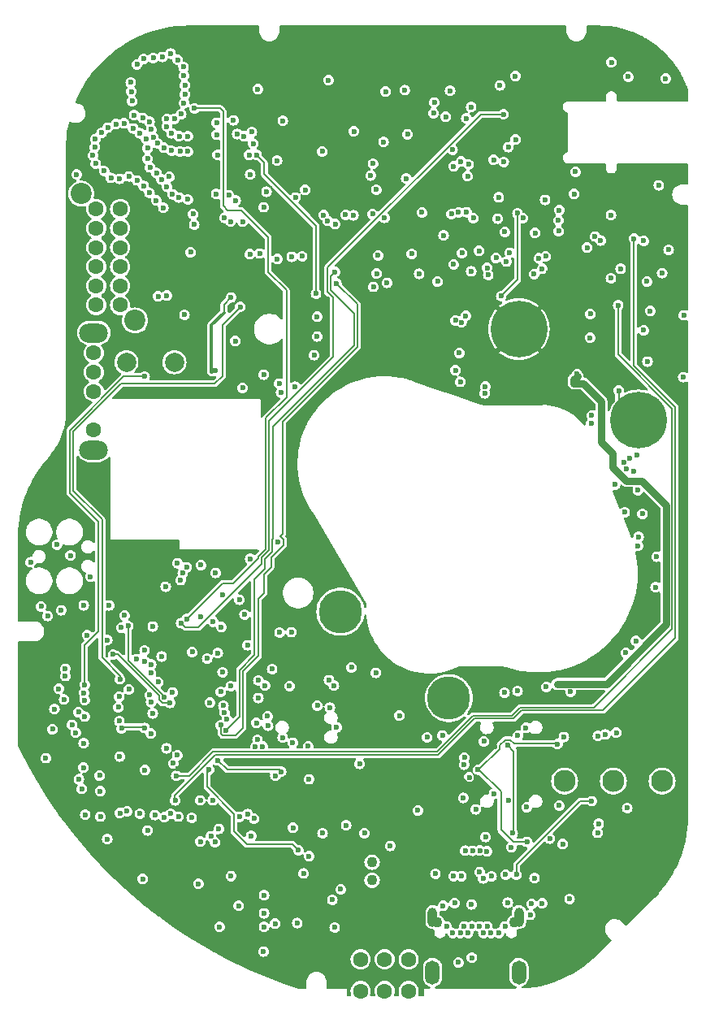
<source format=gbr>
G04 #@! TF.GenerationSoftware,KiCad,Pcbnew,8.0.8+dfsg-1*
G04 #@! TF.CreationDate,2025-03-16T16:58:15-04:00*
G04 #@! TF.ProjectId,RUST_Motherboard,52555354-5f4d-46f7-9468-6572626f6172,rev?*
G04 #@! TF.SameCoordinates,Original*
G04 #@! TF.FileFunction,Copper,L5,Inr*
G04 #@! TF.FilePolarity,Positive*
%FSLAX46Y46*%
G04 Gerber Fmt 4.6, Leading zero omitted, Abs format (unit mm)*
G04 Created by KiCad (PCBNEW 8.0.8+dfsg-1) date 2025-03-16 16:58:15*
%MOMM*%
%LPD*%
G01*
G04 APERTURE LIST*
G04 #@! TA.AperFunction,ComponentPad*
%ADD10C,2.300000*%
G04 #@! TD*
G04 #@! TA.AperFunction,ComponentPad*
%ADD11C,1.600000*%
G04 #@! TD*
G04 #@! TA.AperFunction,ComponentPad*
%ADD12C,0.600000*%
G04 #@! TD*
G04 #@! TA.AperFunction,ComponentPad*
%ADD13O,1.000000X2.000000*%
G04 #@! TD*
G04 #@! TA.AperFunction,ComponentPad*
%ADD14O,1.500000X2.500000*%
G04 #@! TD*
G04 #@! TA.AperFunction,ComponentPad*
%ADD15C,1.100000*%
G04 #@! TD*
G04 #@! TA.AperFunction,ComponentPad*
%ADD16C,2.000000*%
G04 #@! TD*
G04 #@! TA.AperFunction,ComponentPad*
%ADD17C,5.900000*%
G04 #@! TD*
G04 #@! TA.AperFunction,ComponentPad*
%ADD18O,3.000000X2.000000*%
G04 #@! TD*
G04 #@! TA.AperFunction,ComponentPad*
%ADD19C,2.200000*%
G04 #@! TD*
G04 #@! TA.AperFunction,ComponentPad*
%ADD20C,4.500000*%
G04 #@! TD*
G04 #@! TA.AperFunction,ViaPad*
%ADD21C,0.600000*%
G04 #@! TD*
G04 #@! TA.AperFunction,ViaPad*
%ADD22C,0.800000*%
G04 #@! TD*
G04 #@! TA.AperFunction,Conductor*
%ADD23C,0.200000*%
G04 #@! TD*
G04 #@! TA.AperFunction,Conductor*
%ADD24C,0.180000*%
G04 #@! TD*
G04 #@! TA.AperFunction,Conductor*
%ADD25C,0.350000*%
G04 #@! TD*
G04 #@! TA.AperFunction,Conductor*
%ADD26C,0.750000*%
G04 #@! TD*
G04 #@! TA.AperFunction,Conductor*
%ADD27C,0.500000*%
G04 #@! TD*
G04 APERTURE END LIST*
D10*
X178930000Y-133100000D03*
X173850000Y-133100000D03*
X168770000Y-133100000D03*
D11*
X147510000Y-154972500D03*
X150010000Y-154972500D03*
X152510000Y-154972500D03*
X147510000Y-151672500D03*
X150010000Y-151672500D03*
X152510000Y-151672500D03*
D12*
X162550000Y-148230000D03*
X161900000Y-148930000D03*
X161100000Y-148930000D03*
X160700000Y-148230000D03*
X160300000Y-148930000D03*
X159900000Y-148230000D03*
X159100000Y-148230000D03*
X158700000Y-148930000D03*
X158300000Y-148230000D03*
X157900000Y-148930000D03*
X157100000Y-148930000D03*
X156450000Y-148230000D03*
D13*
X155000000Y-147280000D03*
D14*
X155000000Y-153030000D03*
D15*
X155450000Y-147830000D03*
X163550000Y-147830000D03*
D13*
X164000000Y-147280000D03*
D14*
X164000000Y-153030000D03*
D16*
X128100000Y-89460000D03*
X123100000Y-89460000D03*
D17*
X176500000Y-95500000D03*
X164000000Y-86000000D03*
D15*
X148700000Y-141550000D03*
X148700000Y-143450000D03*
D18*
X119700000Y-98600000D03*
X119700000Y-86400000D03*
D11*
X119700000Y-96500000D03*
X119700000Y-92500000D03*
X119700000Y-90500000D03*
X119700000Y-88500000D03*
D19*
X118400000Y-71900000D03*
X124000000Y-85100000D03*
D11*
X119950000Y-73500000D03*
X119950000Y-75500000D03*
X119950000Y-77500000D03*
X119950000Y-79500000D03*
X119950000Y-81500000D03*
X119950000Y-83500000D03*
X122450000Y-73500000D03*
X122450000Y-75500000D03*
X122450000Y-77500000D03*
X122450000Y-79500000D03*
X122450000Y-81500000D03*
X122450000Y-83500000D03*
D20*
X156700000Y-124450000D03*
X145400000Y-115450000D03*
D21*
X118800000Y-136600000D03*
X116300000Y-115300000D03*
X114700000Y-130700000D03*
X181179011Y-84552065D03*
X160350000Y-128950000D03*
X117813864Y-128068089D03*
X126761642Y-120124531D03*
X160682080Y-79618887D03*
X165591939Y-80264500D03*
X140100000Y-123190500D03*
X127270000Y-129690000D03*
X146550612Y-121251713D03*
X144300000Y-125450000D03*
X169282949Y-145374500D03*
X138616501Y-132550022D03*
X166424001Y-145825000D03*
X124800000Y-143300000D03*
X139060000Y-117610000D03*
X135725500Y-118950000D03*
X157400000Y-90300000D03*
X157194989Y-69043714D03*
X163650000Y-66250000D03*
X127574936Y-70119523D03*
X140900000Y-147900000D03*
X158200000Y-134860000D03*
X134000000Y-143000000D03*
X158330000Y-130650000D03*
X142122279Y-132900000D03*
X122340250Y-124308774D03*
X158477511Y-84630652D03*
X118745693Y-124656497D03*
X127700003Y-57299997D03*
X130874260Y-110599502D03*
X159250000Y-74425000D03*
X133150000Y-113675000D03*
X128400002Y-110400001D03*
X159030111Y-79980111D03*
X126403025Y-82596975D03*
X118650000Y-114800000D03*
X173587195Y-80693617D03*
X129150000Y-84500000D03*
X119350000Y-111810000D03*
X166851029Y-123282469D03*
X118641966Y-129152356D03*
X144716820Y-123141028D03*
X117275000Y-109600000D03*
X124973324Y-120599000D03*
X162625000Y-142850000D03*
X136849500Y-122600500D03*
X157200000Y-143000000D03*
X156100000Y-146100000D03*
X137450010Y-148300000D03*
X127200000Y-112850000D03*
X159499020Y-136050000D03*
X128400000Y-110400000D03*
X181122243Y-91014065D03*
X129895340Y-136921118D03*
X129949500Y-119650000D03*
X125643008Y-121849880D03*
X179600000Y-77750000D03*
X132400000Y-111400500D03*
X137296779Y-129505989D03*
X159050000Y-145950000D03*
X171425000Y-86900000D03*
X159850000Y-77850000D03*
X165700000Y-75975000D03*
X171437642Y-84437376D03*
X144800000Y-148350000D03*
X145428351Y-144368734D03*
X163360000Y-138540000D03*
X118457058Y-133914514D03*
X113122343Y-110293032D03*
X146000000Y-137700000D03*
X162824399Y-129372918D03*
X114200000Y-114899996D03*
X124500000Y-136500000D03*
X123350500Y-123550000D03*
X158833958Y-132710879D03*
X115860000Y-108460000D03*
X143537863Y-138520999D03*
X125307886Y-138244710D03*
X127890000Y-123860000D03*
X162500000Y-123875000D03*
X114883338Y-115897623D03*
X147400000Y-131300000D03*
X118150000Y-132900000D03*
X128400000Y-130400000D03*
X158284154Y-131398099D03*
X129357430Y-110803789D03*
X115600000Y-125600000D03*
X155521196Y-81050500D03*
D22*
X172000000Y-58900500D03*
D21*
X158016468Y-132670500D03*
X168650000Y-130900500D03*
X129700000Y-114200000D03*
X144750000Y-144050000D03*
X167100000Y-80175989D03*
X128450000Y-115850000D03*
X177600500Y-104256581D03*
X174378862Y-120493677D03*
X118450000Y-116100000D03*
X177600000Y-87300000D03*
X150930000Y-56350000D03*
X127705378Y-112244622D03*
X144917713Y-118850011D03*
X134881641Y-81803134D03*
X178525000Y-111450000D03*
X142000000Y-152000000D03*
X161445041Y-129517929D03*
X135400000Y-61600000D03*
X152590000Y-122950000D03*
X141850000Y-125239500D03*
X178350500Y-108263411D03*
X128470084Y-131820051D03*
X133400000Y-61700000D03*
X115754055Y-109644213D03*
X140155200Y-121634800D03*
X127904763Y-122229298D03*
X178272695Y-115475989D03*
X131900000Y-61400000D03*
X138081782Y-133256773D03*
X139780000Y-120010000D03*
X130900000Y-147500000D03*
X138400000Y-150100000D03*
X118598468Y-130376300D03*
X164225000Y-70875000D03*
X137894061Y-140318967D03*
X128020000Y-127540000D03*
X144013452Y-82866548D03*
X137450010Y-146885986D03*
X165169554Y-147042081D03*
X162149044Y-82563288D03*
X159920751Y-140340978D03*
X163850000Y-73925000D03*
X157198812Y-79249130D03*
X145000000Y-127500000D03*
X136850000Y-124450000D03*
X127979037Y-131253812D03*
X168022838Y-129235339D03*
X164850012Y-139430015D03*
X159721655Y-131905457D03*
X151546582Y-126271498D03*
X124987893Y-127564330D03*
X165325000Y-145900000D03*
X126066488Y-136643599D03*
X119000000Y-117900000D03*
X122600989Y-127600000D03*
X117425999Y-127226919D03*
X132338159Y-90324500D03*
X135403513Y-115739500D03*
X133992878Y-82707122D03*
X136000000Y-109949500D03*
X132619368Y-119759332D03*
X148550000Y-70000000D03*
X129800000Y-78000000D03*
X127300000Y-64100000D03*
X129200000Y-60600000D03*
X152248765Y-70308265D03*
X126750000Y-70400000D03*
X127000000Y-67100002D03*
X119600000Y-67900000D03*
X125300000Y-67150000D03*
X139400000Y-64300000D03*
X149170000Y-80210000D03*
X125300000Y-68250000D03*
X157800000Y-88500000D03*
X179300000Y-59900000D03*
X123900000Y-63700000D03*
X122850000Y-64550000D03*
X129100000Y-62450000D03*
X119900000Y-68750000D03*
X156380000Y-63880000D03*
X129500000Y-72500000D03*
X153900000Y-73849989D03*
X127300000Y-71150000D03*
X141731444Y-71501444D03*
X119850000Y-66200000D03*
X125500000Y-71800000D03*
X123700000Y-62250000D03*
X132500000Y-64500000D03*
X125150000Y-66200000D03*
X123550000Y-60300000D03*
X123350000Y-70100000D03*
X122000000Y-64650000D03*
X124800000Y-64000000D03*
X146800000Y-65400000D03*
X126349997Y-66649997D03*
X127800000Y-65600000D03*
X125700000Y-65200000D03*
X135890599Y-67864015D03*
X127900000Y-71950000D03*
X124900000Y-57850000D03*
X126250000Y-69750000D03*
X128100000Y-64100000D03*
X141406185Y-78418322D03*
X122400000Y-70350000D03*
X119800000Y-67050000D03*
X129092582Y-59600011D03*
X129200000Y-61550000D03*
X132500000Y-65750000D03*
X135360000Y-65920000D03*
X125550000Y-69150000D03*
X129050000Y-58700000D03*
X127300000Y-64900000D03*
X136990000Y-78120000D03*
X123600000Y-61250000D03*
X128600000Y-65900000D03*
X133952047Y-74810500D03*
X126850000Y-57650000D03*
X128700000Y-67500000D03*
X143500000Y-67500000D03*
X125500000Y-64400000D03*
X124200000Y-70500000D03*
X150001485Y-74401485D03*
X121500000Y-70250000D03*
X128800000Y-63600000D03*
X125900000Y-66000000D03*
X129500000Y-67500000D03*
X156150000Y-76250000D03*
X136000000Y-69900000D03*
X136800000Y-61000000D03*
X128550000Y-72300000D03*
X126950000Y-73350000D03*
X121150000Y-65000000D03*
X120500000Y-65550000D03*
X134489882Y-72612770D03*
X120777856Y-69534553D03*
X135218913Y-74810500D03*
X128450000Y-57950000D03*
X140706018Y-72298907D03*
X124206000Y-58420000D03*
X149138556Y-71474500D03*
X136170000Y-65450000D03*
X127800000Y-67400000D03*
X124500000Y-65600000D03*
X134250000Y-64250000D03*
X129500000Y-65900000D03*
X123800000Y-65100000D03*
X124900000Y-71100000D03*
X127300000Y-82500000D03*
X125900000Y-57750000D03*
X173650000Y-58200000D03*
X126200000Y-72600000D03*
X132600000Y-67850498D03*
X137400000Y-73300000D03*
X169900000Y-69600000D03*
X135750000Y-136550002D03*
X160797263Y-80359486D03*
X168125000Y-74675999D03*
X136400000Y-137000000D03*
X137378476Y-150856308D03*
X132800000Y-148300000D03*
X134875000Y-136825000D03*
X174600000Y-79725000D03*
X124126110Y-120410332D03*
X161400500Y-134437862D03*
X128750000Y-112160989D03*
X175530199Y-99449500D03*
X176199992Y-118499992D03*
X178350500Y-109720100D03*
X175025000Y-105075000D03*
X140456670Y-137969779D03*
X158000000Y-143000000D03*
X138280000Y-121420000D03*
X163875500Y-128375512D03*
X133582115Y-126682259D03*
X122360000Y-126840000D03*
X125840000Y-126059500D03*
X133316512Y-125981396D03*
X176425000Y-108575000D03*
X176880378Y-105244622D03*
X175148391Y-119724147D03*
X171531031Y-95850551D03*
X174010435Y-102197674D03*
X176475000Y-107650000D03*
X177000500Y-76800000D03*
X176400000Y-102800000D03*
X121300000Y-114800000D03*
X117900000Y-69900000D03*
X139212897Y-92612967D03*
X138889500Y-108150000D03*
X142122279Y-140930649D03*
X160520999Y-138924500D03*
X121100000Y-118400000D03*
X148760000Y-74010000D03*
X126416867Y-122778798D03*
X150600000Y-139850000D03*
X133120000Y-121750000D03*
X132127751Y-116499500D03*
X156030000Y-128330000D03*
X131512068Y-120334751D03*
X149095378Y-121814622D03*
X178249500Y-112900000D03*
X168150000Y-75789500D03*
X118769375Y-126385500D03*
X172210082Y-138488090D03*
X127050000Y-136850000D03*
X162836444Y-145780989D03*
X144562098Y-145467734D03*
X178925000Y-80175000D03*
X128525000Y-136800000D03*
X171592212Y-135184899D03*
X163750000Y-142850000D03*
X174350000Y-83525000D03*
X128300000Y-132550000D03*
X125674711Y-124876525D03*
X177400000Y-89400000D03*
X165625806Y-143223694D03*
X172225000Y-128400000D03*
X136653901Y-127049500D03*
X175288211Y-135894238D03*
X147900000Y-138520999D03*
X155300000Y-142750500D03*
X125850000Y-117000000D03*
X125672241Y-120957022D03*
X168569806Y-139669806D03*
X123150500Y-136238774D03*
X128800000Y-116650000D03*
X162400000Y-63625000D03*
X122425291Y-136428050D03*
X137450010Y-144999979D03*
X120361717Y-134146580D03*
X158422103Y-140349247D03*
X163200000Y-140000000D03*
X130200000Y-63000000D03*
X129399602Y-116200298D03*
X121099243Y-139157793D03*
X120300000Y-132525000D03*
X130831066Y-115991822D03*
X141023279Y-140300000D03*
X131700000Y-131900000D03*
X142980000Y-84720000D03*
X136545458Y-129505989D03*
X134870000Y-114210000D03*
X133487973Y-127800004D03*
X144825500Y-80045512D03*
X132938473Y-127262533D03*
X144980000Y-81240000D03*
X131800000Y-124930000D03*
X163860000Y-123710000D03*
X144210549Y-122588360D03*
X154440000Y-128550000D03*
X132980000Y-117049000D03*
X140280000Y-117580000D03*
X124982444Y-119472261D03*
X137413676Y-90749432D03*
X116718845Y-122152957D03*
X116725500Y-121382500D03*
X135197098Y-92127402D03*
X159023533Y-62870000D03*
X162900000Y-135075000D03*
X177350000Y-81050000D03*
X167215339Y-139097630D03*
X174150000Y-128050000D03*
X171919045Y-76344317D03*
X173000000Y-128247863D03*
X172530000Y-76780000D03*
X164825663Y-135831139D03*
X169375000Y-123799500D03*
X171105271Y-77515469D03*
X160260719Y-143242631D03*
X159903252Y-142576141D03*
X161158188Y-143023512D03*
X160666444Y-140416444D03*
X137850000Y-127325000D03*
X177000000Y-86125000D03*
X172312635Y-137550095D03*
X127716214Y-136506618D03*
X116061170Y-123492234D03*
X175200000Y-100600000D03*
X128175000Y-135125000D03*
X176000000Y-76575000D03*
X177683236Y-84116764D03*
X122561920Y-117115329D03*
X174915728Y-99878662D03*
X171600000Y-95000000D03*
X178575000Y-71025000D03*
X176300000Y-99100000D03*
X176000000Y-100800000D03*
X168689210Y-128519318D03*
X137799440Y-126340560D03*
X130800000Y-135099502D03*
X174400000Y-92400000D03*
X157900000Y-91500000D03*
X170075000Y-90700000D03*
X160440000Y-92690000D03*
X158075000Y-78075000D03*
X169725000Y-91650000D03*
X160500000Y-92000000D03*
X158010516Y-85310516D03*
X157400000Y-85100000D03*
X168000000Y-123000000D03*
X164725000Y-127550000D03*
X139223613Y-132110512D03*
X132650498Y-130949500D03*
X166425000Y-79725000D03*
X118100000Y-125925000D03*
X140646555Y-92006555D03*
X136749255Y-128784727D03*
X134449502Y-87250385D03*
X118751574Y-123051574D03*
X125000000Y-90950500D03*
X157090619Y-67312351D03*
X168200000Y-135650000D03*
X161375000Y-68375000D03*
X135960500Y-78200000D03*
X149900000Y-66500000D03*
X148800000Y-68750500D03*
X166725000Y-72550000D03*
X157957845Y-68546003D03*
X157300000Y-145799499D03*
X122435500Y-122480632D03*
X134967878Y-83682122D03*
X125630775Y-128149225D03*
X122400000Y-130549500D03*
X118624056Y-131703277D03*
X123287462Y-116925236D03*
X127040000Y-124370000D03*
X122900000Y-115850000D03*
X133210000Y-125239500D03*
X122260000Y-125409500D03*
X139025261Y-91682978D03*
X125017385Y-131952356D03*
X155200000Y-62369500D03*
X175400000Y-59700000D03*
X133760000Y-72050000D03*
X163640000Y-59650000D03*
X162032208Y-60609500D03*
X136303556Y-66679500D03*
X130170000Y-75110000D03*
X162900000Y-67050000D03*
X162430000Y-68580000D03*
X133323518Y-74402204D03*
X130050000Y-74010000D03*
X168210000Y-73620000D03*
X169747963Y-71924500D03*
X132450000Y-71930000D03*
X158761782Y-68838218D03*
X161900000Y-72275000D03*
X158550000Y-73825000D03*
X164420000Y-74430000D03*
X138825000Y-78700000D03*
X140325000Y-78475000D03*
X143641906Y-74121866D03*
X144080000Y-74730000D03*
X144849499Y-75050501D03*
X145940000Y-74090000D03*
X146760000Y-74150000D03*
X120400000Y-136800000D03*
X132739257Y-138075000D03*
X136100000Y-138799988D03*
X132100000Y-135100016D03*
X121710331Y-119894149D03*
X127646689Y-124958776D03*
X153600000Y-80250000D03*
X142660000Y-88720000D03*
X150250000Y-81175000D03*
X148850000Y-81597112D03*
X142980000Y-86780000D03*
X166798580Y-78412573D03*
X162699993Y-78969764D03*
X166079278Y-78623191D03*
X156980000Y-74010000D03*
X152400000Y-65700000D03*
X155100000Y-63500000D03*
X157708958Y-73835717D03*
X163040005Y-78056896D03*
X161616598Y-78593479D03*
X116600000Y-124600000D03*
X128967063Y-111443607D03*
X115400000Y-127700000D03*
X134800000Y-146100000D03*
X159100000Y-151500000D03*
X138600000Y-147950000D03*
X157700000Y-152000000D03*
X161800000Y-74500000D03*
X162525000Y-75875000D03*
X137700000Y-71700000D03*
X134649637Y-65680966D03*
X144156444Y-60056444D03*
X158519404Y-64037626D03*
X156830000Y-61170500D03*
X150100000Y-61250000D03*
X152834584Y-78171409D03*
X158650000Y-70050000D03*
X130809699Y-139411025D03*
X139381045Y-128555860D03*
X132934885Y-123795114D03*
X125538514Y-124139500D03*
X118669370Y-123910890D03*
X133980000Y-123190500D03*
X153480000Y-136170000D03*
X159171514Y-140360932D03*
X140440000Y-129100000D03*
X131913682Y-138840539D03*
X143000000Y-125239500D03*
X132331350Y-139463479D03*
X142042969Y-129460500D03*
X130600000Y-143800000D03*
X141572779Y-142725149D03*
X152100000Y-61100000D03*
X138800000Y-68450500D03*
X142850000Y-82300000D03*
X136670000Y-67850498D03*
X137540000Y-123150000D03*
X149325000Y-78325000D03*
X173600000Y-74125000D03*
D23*
X163449501Y-129998020D02*
X162824399Y-129372918D01*
X163449501Y-138450499D02*
X163449501Y-129998020D01*
X161445041Y-129517929D02*
X161332071Y-129517929D01*
X159000000Y-131850000D02*
X159000000Y-132091265D01*
X159000000Y-132091265D02*
X159383458Y-132474723D01*
X161332071Y-129517929D02*
X159000000Y-131850000D01*
X159097458Y-133288727D02*
X158634695Y-133288727D01*
X159383458Y-132474723D02*
X159383458Y-133002727D01*
X158634695Y-133288727D02*
X158016468Y-132670500D01*
X159383458Y-133002727D02*
X159097458Y-133288727D01*
D24*
X163850000Y-73925000D02*
X163850000Y-80862332D01*
X163850000Y-80862332D02*
X162149044Y-82563288D01*
D23*
X167996396Y-129208897D02*
X163495551Y-129208897D01*
X161994541Y-129389261D02*
X161994541Y-129745540D01*
X122600989Y-127600000D02*
X122750989Y-127450000D01*
X164829527Y-139450500D02*
X163400500Y-139450500D01*
X124873563Y-127450000D02*
X124987893Y-127564330D01*
X162569291Y-128814511D02*
X161994541Y-129389261D01*
X168022838Y-129235339D02*
X167996396Y-129208897D01*
X163400500Y-139450500D02*
X162125499Y-138175499D01*
X163495551Y-129208897D02*
X163101165Y-128814511D01*
X163101165Y-128814511D02*
X162569291Y-128814511D01*
X162125499Y-134217881D02*
X159813075Y-131905457D01*
X159834624Y-131905457D02*
X159721655Y-131905457D01*
X161994541Y-129745540D02*
X159834624Y-131905457D01*
X164850012Y-139430015D02*
X164829527Y-139450500D01*
X122750989Y-127450000D02*
X124873563Y-127450000D01*
X162125499Y-138175499D02*
X162125499Y-134217881D01*
X159813075Y-131905457D02*
X159721655Y-131905457D01*
X133250000Y-84300000D02*
X133250000Y-83450000D01*
D25*
X131958051Y-85591949D02*
X133250000Y-84300000D01*
D23*
X132175500Y-90324500D02*
X132338159Y-90324500D01*
D25*
X131958051Y-90458051D02*
X131958051Y-85591949D01*
D23*
X133250000Y-83450000D02*
X133992878Y-82707122D01*
X132000000Y-90500000D02*
X132175500Y-90324500D01*
D25*
X132000000Y-90500000D02*
X131958051Y-90458051D01*
D24*
X170365101Y-135184899D02*
X171592212Y-135184899D01*
X163750000Y-142850000D02*
X163750000Y-141800000D01*
X163750000Y-141800000D02*
X170365101Y-135184899D01*
X179964012Y-117285988D02*
X171829510Y-125420490D01*
X171829510Y-125420490D02*
X164138512Y-125420490D01*
X179964012Y-94264012D02*
X179964012Y-117285988D01*
X174350000Y-88650000D02*
X179964012Y-94264012D01*
X164138512Y-125420490D02*
X163288512Y-126270490D01*
X159238512Y-126270490D02*
X155463513Y-130045489D01*
X163288512Y-126270490D02*
X159238512Y-126270490D01*
X174350000Y-83525000D02*
X174350000Y-88650000D01*
X155463513Y-130045489D02*
X132138513Y-130045489D01*
X129634002Y-132550000D02*
X128300000Y-132550000D01*
X132138513Y-130045489D02*
X129634002Y-132550000D01*
X144030499Y-79609501D02*
X144030499Y-82120626D01*
X162400000Y-63625000D02*
X160015000Y-63625000D01*
X144030499Y-82120626D02*
X144650499Y-82740625D01*
X130601032Y-117100000D02*
X129250000Y-117100000D01*
X160015000Y-63625000D02*
X144030499Y-79609501D01*
X137954510Y-95595490D02*
X137954510Y-109061488D01*
X137195978Y-109820020D02*
X137195978Y-110505054D01*
X129250000Y-117100000D02*
X128800000Y-116650000D01*
X144650499Y-82740625D02*
X144650499Y-88899501D01*
X144650499Y-88899501D02*
X137954510Y-95595490D01*
X137954510Y-109061488D02*
X137195978Y-109820020D01*
X137195978Y-110505054D02*
X130601032Y-117100000D01*
X133200000Y-63325000D02*
X133200000Y-73175000D01*
X130200000Y-63000000D02*
X132875000Y-63000000D01*
X137850000Y-76425000D02*
X137850000Y-80050000D01*
X136866467Y-109683533D02*
X136866467Y-109846004D01*
X137850000Y-80050000D02*
X139770000Y-81970000D01*
X135050000Y-73625000D02*
X137850000Y-76425000D01*
X137625000Y-108925000D02*
X136866467Y-109683533D01*
X136866467Y-109846004D02*
X134194266Y-112518205D01*
X133200000Y-73175000D02*
X133650000Y-73625000D01*
X139770000Y-93130000D02*
X137625000Y-95275000D01*
X133081695Y-112518205D02*
X129399602Y-116200298D01*
X132875000Y-63000000D02*
X133200000Y-63325000D01*
X133650000Y-73625000D02*
X135050000Y-73625000D01*
X139770000Y-81970000D02*
X139770000Y-93130000D01*
X134194266Y-112518205D02*
X133081695Y-112518205D01*
X137625000Y-95275000D02*
X137625000Y-108925000D01*
D23*
X140423279Y-139700000D02*
X135650000Y-139700000D01*
X135650000Y-139700000D02*
X134296858Y-138346858D01*
X131500000Y-133714002D02*
X131500000Y-132200000D01*
X131700000Y-132000000D02*
X131700000Y-131900000D01*
X134296858Y-138346858D02*
X134296858Y-136510860D01*
X134296858Y-136510860D02*
X131500000Y-133714002D01*
X141023279Y-140300000D02*
X140423279Y-139700000D01*
X131500000Y-132200000D02*
X131700000Y-132000000D01*
X138385999Y-107566110D02*
X138386008Y-107566119D01*
X136450000Y-112046152D02*
X136450000Y-119950000D01*
X144825500Y-80045512D02*
X144370000Y-80501012D01*
X137535498Y-109960642D02*
X137535498Y-110960654D01*
X138386008Y-107566119D02*
X138386008Y-107847387D01*
X134871354Y-121528646D02*
X134871354Y-126416623D01*
X146800011Y-87724989D02*
X138385999Y-96139001D01*
X134871354Y-126416623D02*
X133487973Y-127800004D01*
X137535498Y-110960654D02*
X136450000Y-112046152D01*
X136450000Y-119950000D02*
X134871354Y-121528646D01*
X146800011Y-84410011D02*
X146800011Y-87724989D01*
X138294021Y-109202119D02*
X137535498Y-109960642D01*
X144370000Y-80501012D02*
X144370000Y-81980000D01*
X138385999Y-96139001D02*
X138385999Y-107566110D01*
X144370000Y-81980000D02*
X146800011Y-84410011D01*
X138386008Y-107847387D02*
X138294022Y-107939373D01*
X138294022Y-107939373D02*
X138294021Y-109202119D01*
X132938473Y-128164775D02*
X132938473Y-127262533D01*
D24*
X137400000Y-113525000D02*
X136825000Y-114100000D01*
D23*
X133123712Y-128350014D02*
X132938473Y-128164775D01*
D24*
X139114501Y-107610499D02*
X139158970Y-107610499D01*
X139475001Y-108501280D02*
X138173061Y-109803220D01*
D23*
X136825000Y-120069296D02*
X135220874Y-121673422D01*
D24*
X139158970Y-107610499D02*
X139475001Y-107926530D01*
X138173061Y-110803231D02*
X137400000Y-111576294D01*
D23*
X134439409Y-128350014D02*
X133123712Y-128350014D01*
X136825000Y-114100000D02*
X136825000Y-120069296D01*
X135220874Y-121673422D02*
X135220874Y-127568549D01*
X139364022Y-107360978D02*
X139364022Y-95655261D01*
D24*
X139475001Y-107926530D02*
X139475001Y-108501280D01*
X137400000Y-111576294D02*
X137400000Y-113525000D01*
X138173061Y-109803220D02*
X138173061Y-110803231D01*
D23*
X139364022Y-95655261D02*
X147149531Y-87869752D01*
X135220874Y-127568549D02*
X134439409Y-128350014D01*
X147149531Y-83409531D02*
X144980000Y-81240000D01*
X147149531Y-87869752D02*
X147149531Y-83409531D01*
D24*
X139364022Y-107360978D02*
X139114501Y-107610499D01*
X128125000Y-134600000D02*
X128125000Y-135125000D01*
X128125000Y-135125000D02*
X128175000Y-135125000D01*
X159375000Y-126600000D02*
X155600000Y-130375000D01*
X164275000Y-125750000D02*
X163425000Y-126600000D01*
X180293513Y-94127529D02*
X180293513Y-118206487D01*
X180293513Y-118206487D02*
X172750000Y-125750000D01*
X155600000Y-130375000D02*
X132350000Y-130375000D01*
X176000000Y-89834016D02*
X180293513Y-94127529D01*
X172750000Y-125750000D02*
X164275000Y-125750000D01*
X163425000Y-126600000D02*
X159375000Y-126600000D01*
X176000000Y-76575000D02*
X176000000Y-89834016D01*
X132350000Y-130375000D02*
X128125000Y-134600000D01*
D23*
X174400000Y-92400000D02*
X174400000Y-93400000D01*
X174400000Y-93400000D02*
X176500000Y-95500000D01*
D26*
X172600000Y-97800000D02*
X172600000Y-93533978D01*
D27*
X170100000Y-90875000D02*
X170100000Y-90725000D01*
D26*
X168000000Y-123000000D02*
X168025000Y-122975000D01*
X172600000Y-93533978D02*
X170716022Y-91650000D01*
X168025000Y-122975000D02*
X173150000Y-122975000D01*
D27*
X170100000Y-90725000D02*
X170075000Y-90700000D01*
D26*
X176800000Y-101800000D02*
X175200000Y-101800000D01*
X175200000Y-101800000D02*
X173800000Y-100400000D01*
X173800000Y-99000000D02*
X172600000Y-97800000D01*
X169725000Y-91250000D02*
X170100000Y-90875000D01*
X173800000Y-100400000D02*
X173800000Y-99000000D01*
X173150000Y-122975000D02*
X179349501Y-116775499D01*
X170716022Y-91650000D02*
X169725000Y-91650000D01*
X179349501Y-104349501D02*
X176800000Y-101800000D01*
X179349501Y-116775499D02*
X179349501Y-104349501D01*
X169725000Y-91650000D02*
X169725000Y-91250000D01*
D23*
X139013102Y-131900001D02*
X133600999Y-131900001D01*
X139223613Y-132110512D02*
X139013102Y-131900001D01*
X133600999Y-131900001D02*
X132650498Y-130949500D01*
X120200988Y-117499012D02*
X118751574Y-118948426D01*
X117200000Y-103100000D02*
X120200988Y-106100988D01*
X122799500Y-90950500D02*
X117200000Y-96550000D01*
X120200988Y-106100988D02*
X120200988Y-117499012D01*
X117200000Y-96550000D02*
X117200000Y-103100000D01*
X125000000Y-90950500D02*
X122799500Y-90950500D01*
X118751574Y-118948426D02*
X118751574Y-123051574D01*
X120550489Y-120250489D02*
X122435500Y-122135500D01*
X122550000Y-91700000D02*
X117550010Y-96699990D01*
X134967878Y-83682122D02*
X133100000Y-85550000D01*
X117550010Y-102852516D02*
X120550489Y-105852995D01*
X122435500Y-122135500D02*
X122435500Y-122480632D01*
X120550489Y-105852995D02*
X120550489Y-120250489D01*
X132300000Y-91700000D02*
X122550000Y-91700000D01*
X117550010Y-96699990D02*
X117550010Y-102852516D01*
X133100000Y-85550000D02*
X133100000Y-90900000D01*
X133100000Y-90900000D02*
X132300000Y-91700000D01*
X127040000Y-124280000D02*
X127040000Y-124370000D01*
X123287462Y-120527462D02*
X127040000Y-124280000D01*
X123287462Y-116925236D02*
X123287462Y-120527462D01*
X126490500Y-124597611D02*
X126851665Y-124958776D01*
X122159879Y-119894149D02*
X126490500Y-124224770D01*
X126490500Y-124224770D02*
X126490500Y-124597611D01*
X121710331Y-119894149D02*
X122159879Y-119894149D01*
X126851665Y-124958776D02*
X127646689Y-124958776D01*
X142850000Y-82300000D02*
X142850000Y-75220000D01*
X142850000Y-75220000D02*
X137480000Y-69850000D01*
X137480000Y-68660498D02*
X136670000Y-67850498D01*
X137480000Y-69850000D02*
X137480000Y-68660498D01*
G04 #@! TA.AperFunction,Conductor*
G36*
X136916621Y-54395502D02*
G01*
X136963114Y-54449158D01*
X136974500Y-54501500D01*
X136974500Y-55095022D01*
X136974501Y-55095037D01*
X137009422Y-55281841D01*
X137009424Y-55281848D01*
X137078076Y-55459058D01*
X137078081Y-55459069D01*
X137178128Y-55620650D01*
X137306161Y-55761095D01*
X137306166Y-55761100D01*
X137457831Y-55875633D01*
X137627960Y-55960347D01*
X137810758Y-56012357D01*
X137881723Y-56018933D01*
X137999995Y-56029893D01*
X138000000Y-56029893D01*
X138000005Y-56029893D01*
X138086019Y-56021922D01*
X138189242Y-56012357D01*
X138372040Y-55960347D01*
X138542169Y-55875633D01*
X138693834Y-55761100D01*
X138821872Y-55620649D01*
X138921922Y-55459063D01*
X138990577Y-55281844D01*
X139025500Y-55095027D01*
X139025500Y-55000000D01*
X139025500Y-54975469D01*
X139025500Y-54501500D01*
X139045502Y-54433379D01*
X139099158Y-54386886D01*
X139151500Y-54375500D01*
X168848500Y-54375500D01*
X168916621Y-54395502D01*
X168963114Y-54449158D01*
X168974500Y-54501500D01*
X168974500Y-55095022D01*
X168974501Y-55095037D01*
X169009422Y-55281841D01*
X169009424Y-55281848D01*
X169078076Y-55459058D01*
X169078081Y-55459069D01*
X169178128Y-55620650D01*
X169306161Y-55761095D01*
X169306166Y-55761100D01*
X169457831Y-55875633D01*
X169627960Y-55960347D01*
X169810758Y-56012357D01*
X169881723Y-56018933D01*
X169999995Y-56029893D01*
X170000000Y-56029893D01*
X170000005Y-56029893D01*
X170086019Y-56021922D01*
X170189242Y-56012357D01*
X170372040Y-55960347D01*
X170542169Y-55875633D01*
X170693834Y-55761100D01*
X170821872Y-55620649D01*
X170921922Y-55459063D01*
X170990577Y-55281844D01*
X171025500Y-55095027D01*
X171025500Y-55000000D01*
X171025500Y-54975469D01*
X171025500Y-54501500D01*
X171045502Y-54433379D01*
X171099158Y-54386886D01*
X171151500Y-54375500D01*
X172235469Y-54375500D01*
X172258039Y-54375500D01*
X172261938Y-54375560D01*
X172869318Y-54394364D01*
X172877066Y-54394844D01*
X173480153Y-54451002D01*
X173487878Y-54451964D01*
X174086340Y-54545322D01*
X174093981Y-54546758D01*
X174685531Y-54676961D01*
X174693077Y-54678868D01*
X175275409Y-54845406D01*
X175282836Y-54847781D01*
X175472667Y-54915026D01*
X175853772Y-55050030D01*
X175861005Y-55052846D01*
X176418351Y-55290034D01*
X176425395Y-55293292D01*
X176967009Y-55564506D01*
X176973851Y-55568202D01*
X177386644Y-55807933D01*
X177497615Y-55872380D01*
X177504234Y-55876503D01*
X178008173Y-56212496D01*
X178014524Y-56217020D01*
X178496717Y-56583544D01*
X178502772Y-56588449D01*
X178506007Y-56591240D01*
X178961391Y-56984122D01*
X178967126Y-56989389D01*
X179400379Y-57412662D01*
X179405757Y-57418252D01*
X179542715Y-57569715D01*
X179811995Y-57867515D01*
X179817044Y-57873458D01*
X180102095Y-58230862D01*
X180192097Y-58343709D01*
X180194712Y-58346987D01*
X180199380Y-58353228D01*
X180300794Y-58497912D01*
X180547031Y-58849213D01*
X180551307Y-58855735D01*
X180583423Y-58908182D01*
X180867603Y-59372266D01*
X180871454Y-59379013D01*
X181135844Y-59877632D01*
X181155204Y-59914143D01*
X181158642Y-59921142D01*
X181408732Y-60472771D01*
X181411731Y-60479969D01*
X181517751Y-60758462D01*
X181609053Y-60998295D01*
X181616256Y-61017214D01*
X181624500Y-61062043D01*
X181624500Y-62143632D01*
X181604498Y-62211753D01*
X181550842Y-62258246D01*
X181498583Y-62269632D01*
X174351583Y-62274366D01*
X174283449Y-62254409D01*
X174236921Y-62200784D01*
X174225500Y-62148366D01*
X174225500Y-61730123D01*
X174225500Y-61730122D01*
X174192054Y-61594426D01*
X174127106Y-61470678D01*
X174034430Y-61366068D01*
X174034429Y-61366067D01*
X174034428Y-61366066D01*
X173919414Y-61286678D01*
X173919413Y-61286677D01*
X173864714Y-61265932D01*
X173788735Y-61237117D01*
X173650004Y-61220273D01*
X173649996Y-61220273D01*
X173511264Y-61237117D01*
X173404458Y-61277624D01*
X173380587Y-61286677D01*
X173380586Y-61286677D01*
X173380585Y-61286678D01*
X173265571Y-61366066D01*
X173172893Y-61470678D01*
X173107945Y-61594427D01*
X173107945Y-61594428D01*
X173074500Y-61730120D01*
X173074500Y-62148500D01*
X173054498Y-62216621D01*
X173000842Y-62263114D01*
X172948500Y-62274500D01*
X169080120Y-62274500D01*
X168944428Y-62307945D01*
X168944427Y-62307945D01*
X168820678Y-62372893D01*
X168716066Y-62465571D01*
X168636678Y-62580585D01*
X168636677Y-62580587D01*
X168631701Y-62593709D01*
X168587117Y-62711264D01*
X168570273Y-62849996D01*
X168570273Y-62850003D01*
X168587117Y-62988735D01*
X168611313Y-63052533D01*
X168636677Y-63119413D01*
X168659094Y-63151890D01*
X168716066Y-63234428D01*
X168716067Y-63234429D01*
X168716068Y-63234430D01*
X168718949Y-63236982D01*
X168820679Y-63327107D01*
X168846198Y-63340500D01*
X168944426Y-63392054D01*
X168978653Y-63400490D01*
X169040008Y-63436213D01*
X169072309Y-63499435D01*
X169074500Y-63522829D01*
X169074500Y-67477170D01*
X169054498Y-67545291D01*
X169000842Y-67591784D01*
X168978655Y-67599508D01*
X168944434Y-67607943D01*
X168944427Y-67607945D01*
X168820678Y-67672893D01*
X168716066Y-67765571D01*
X168636678Y-67880585D01*
X168636677Y-67880587D01*
X168631116Y-67895250D01*
X168587117Y-68011264D01*
X168570273Y-68149996D01*
X168570273Y-68150003D01*
X168587117Y-68288735D01*
X168608410Y-68344878D01*
X168636677Y-68419413D01*
X168648327Y-68436291D01*
X168716066Y-68534428D01*
X168716067Y-68534429D01*
X168716068Y-68534430D01*
X168820678Y-68627106D01*
X168944426Y-68692054D01*
X169080122Y-68725500D01*
X169134982Y-68725500D01*
X172948500Y-68725500D01*
X173016621Y-68745502D01*
X173063114Y-68799158D01*
X173074500Y-68851500D01*
X173074500Y-69269879D01*
X173107945Y-69405571D01*
X173107945Y-69405572D01*
X173172893Y-69529321D01*
X173210771Y-69572077D01*
X173255331Y-69622375D01*
X173265571Y-69633933D01*
X173274985Y-69640431D01*
X173380587Y-69713323D01*
X173485247Y-69753015D01*
X173511264Y-69762882D01*
X173649996Y-69779727D01*
X173650000Y-69779727D01*
X173650004Y-69779727D01*
X173788735Y-69762882D01*
X173791617Y-69761789D01*
X173919413Y-69713323D01*
X174034430Y-69633932D01*
X174127106Y-69529322D01*
X174192054Y-69405574D01*
X174225500Y-69269878D01*
X174225500Y-69200000D01*
X174225500Y-69175469D01*
X174225500Y-68851500D01*
X174245502Y-68783379D01*
X174299158Y-68736886D01*
X174351500Y-68725500D01*
X181498500Y-68725500D01*
X181566621Y-68745502D01*
X181613114Y-68799158D01*
X181624500Y-68851500D01*
X181624500Y-70848500D01*
X181604498Y-70916621D01*
X181550842Y-70963114D01*
X181498500Y-70974500D01*
X181024531Y-70974500D01*
X181000000Y-70974500D01*
X180904973Y-70974500D01*
X180904970Y-70974500D01*
X180904962Y-70974501D01*
X180718158Y-71009422D01*
X180718151Y-71009424D01*
X180540941Y-71078076D01*
X180540930Y-71078081D01*
X180379349Y-71178128D01*
X180238904Y-71306161D01*
X180124368Y-71457829D01*
X180039653Y-71627960D01*
X180039650Y-71627968D01*
X179987642Y-71810759D01*
X179987642Y-71810763D01*
X179970107Y-71999995D01*
X179970107Y-72000004D01*
X179987642Y-72189236D01*
X179987642Y-72189240D01*
X180037269Y-72363663D01*
X180039653Y-72372040D01*
X180124367Y-72542169D01*
X180238900Y-72693834D01*
X180238903Y-72693836D01*
X180238904Y-72693838D01*
X180379349Y-72821871D01*
X180540930Y-72921918D01*
X180540932Y-72921918D01*
X180540937Y-72921922D01*
X180718156Y-72990577D01*
X180904973Y-73025500D01*
X180984982Y-73025500D01*
X181498500Y-73025500D01*
X181566621Y-73045502D01*
X181613114Y-73099158D01*
X181624500Y-73151500D01*
X181624500Y-83952162D01*
X181604498Y-84020283D01*
X181550842Y-84066776D01*
X181480568Y-84076880D01*
X181450284Y-84068572D01*
X181322718Y-84015734D01*
X181179011Y-83996815D01*
X181035301Y-84015735D01*
X180901386Y-84071202D01*
X180786389Y-84159443D01*
X180698148Y-84274440D01*
X180642681Y-84408355D01*
X180623761Y-84552064D01*
X180623761Y-84552065D01*
X180642681Y-84695774D01*
X180698148Y-84829689D01*
X180786389Y-84944686D01*
X180901386Y-85032927D01*
X180966143Y-85059749D01*
X181035302Y-85088395D01*
X181179011Y-85107315D01*
X181322720Y-85088395D01*
X181405536Y-85054091D01*
X181450283Y-85035558D01*
X181520873Y-85027969D01*
X181584359Y-85059749D01*
X181620586Y-85120807D01*
X181624500Y-85151967D01*
X181624500Y-90450067D01*
X181604498Y-90518188D01*
X181550842Y-90564681D01*
X181480568Y-90574785D01*
X181421797Y-90550030D01*
X181399866Y-90533202D01*
X181265952Y-90477735D01*
X181122243Y-90458815D01*
X180978533Y-90477735D01*
X180844618Y-90533202D01*
X180729621Y-90621443D01*
X180641380Y-90736440D01*
X180585913Y-90870355D01*
X180566993Y-91014064D01*
X180566993Y-91014065D01*
X180585913Y-91157774D01*
X180641380Y-91291689D01*
X180729621Y-91406686D01*
X180844618Y-91494927D01*
X180929064Y-91529904D01*
X180978534Y-91550395D01*
X181122243Y-91569315D01*
X181265952Y-91550395D01*
X181368623Y-91507868D01*
X181399864Y-91494928D01*
X181399864Y-91494927D01*
X181399868Y-91494926D01*
X181421796Y-91478099D01*
X181488015Y-91452499D01*
X181557564Y-91466763D01*
X181608360Y-91516364D01*
X181624500Y-91578062D01*
X181624500Y-136827342D01*
X181624457Y-136830641D01*
X181608241Y-137449824D01*
X181607896Y-137456411D01*
X181559425Y-138072257D01*
X181558735Y-138078819D01*
X181478098Y-138691271D01*
X181477066Y-138697786D01*
X181364482Y-139305186D01*
X181363110Y-139311639D01*
X181218895Y-139912291D01*
X181217188Y-139918664D01*
X181041722Y-140510981D01*
X181039683Y-140517255D01*
X180833460Y-141099564D01*
X180831095Y-141105723D01*
X180594683Y-141676422D01*
X180592000Y-141682448D01*
X180326038Y-142240003D01*
X180323043Y-142245881D01*
X180028258Y-142788760D01*
X180024959Y-142794473D01*
X179702175Y-143321159D01*
X179698582Y-143326692D01*
X179348661Y-143835781D01*
X179344783Y-143841118D01*
X178968704Y-144331183D01*
X178964552Y-144336309D01*
X178563328Y-144806032D01*
X178558913Y-144810935D01*
X178132555Y-145260172D01*
X178130257Y-145262531D01*
X178101958Y-145290828D01*
X178101940Y-145290852D01*
X175261090Y-148132114D01*
X175198780Y-148166144D01*
X175127964Y-148161084D01*
X175082893Y-148132120D01*
X174736010Y-147785237D01*
X174736007Y-147785233D01*
X174736007Y-147785234D01*
X174707668Y-147756893D01*
X174707665Y-147756891D01*
X174707596Y-147756822D01*
X174707583Y-147756811D01*
X174658169Y-147707397D01*
X174501322Y-147599954D01*
X174327403Y-147523161D01*
X174327395Y-147523158D01*
X174142345Y-147479636D01*
X174142339Y-147479635D01*
X174142335Y-147479634D01*
X173952420Y-147470853D01*
X173952419Y-147470853D01*
X173952418Y-147470853D01*
X173764127Y-147497118D01*
X173764120Y-147497120D01*
X173583866Y-147557535D01*
X173583858Y-147557538D01*
X173417773Y-147650047D01*
X173417769Y-147650050D01*
X173271506Y-147771506D01*
X173150050Y-147917769D01*
X173150047Y-147917773D01*
X173057538Y-148083858D01*
X173057535Y-148083866D01*
X172997120Y-148264120D01*
X172997118Y-148264127D01*
X172970853Y-148452418D01*
X172970853Y-148452420D01*
X172979634Y-148642335D01*
X172979635Y-148642339D01*
X172979636Y-148642345D01*
X173023158Y-148827395D01*
X173023161Y-148827403D01*
X173099954Y-149001322D01*
X173207397Y-149158169D01*
X173256811Y-149207583D01*
X173256822Y-149207596D01*
X173256890Y-149207664D01*
X173256892Y-149207667D01*
X173291960Y-149242733D01*
X173632131Y-149582904D01*
X173666157Y-149645216D01*
X173661092Y-149716031D01*
X173632131Y-149761094D01*
X172178957Y-151214269D01*
X172178951Y-151214273D01*
X172162784Y-151230441D01*
X172160427Y-151232738D01*
X171711166Y-151659121D01*
X171706264Y-151663535D01*
X171236586Y-152064726D01*
X171231460Y-152068878D01*
X170741412Y-152444951D01*
X170736075Y-152448829D01*
X170227025Y-152798734D01*
X170221493Y-152802327D01*
X169694821Y-153125114D01*
X169689109Y-153128412D01*
X169146284Y-153423184D01*
X169140406Y-153426180D01*
X168582870Y-153692151D01*
X168576844Y-153694834D01*
X168006168Y-153931254D01*
X168000010Y-153933618D01*
X167417748Y-154139848D01*
X167411474Y-154141887D01*
X166819213Y-154317360D01*
X166812841Y-154319068D01*
X166212205Y-154463305D01*
X166205753Y-154464677D01*
X165598383Y-154577284D01*
X165591868Y-154578316D01*
X164979452Y-154658979D01*
X164972891Y-154659669D01*
X164425479Y-154702784D01*
X164355998Y-154688192D01*
X164305436Y-154638353D01*
X164289846Y-154569089D01*
X164314177Y-154502392D01*
X164367366Y-154460764D01*
X164473914Y-154416632D01*
X164637782Y-154307139D01*
X164777139Y-154167782D01*
X164886632Y-154003914D01*
X164962051Y-153821835D01*
X165000500Y-153628541D01*
X165000500Y-152431459D01*
X164962051Y-152238165D01*
X164886632Y-152056086D01*
X164777139Y-151892218D01*
X164637782Y-151752861D01*
X164473914Y-151643368D01*
X164356783Y-151594851D01*
X164291838Y-151567950D01*
X164291835Y-151567949D01*
X164098544Y-151529500D01*
X164098541Y-151529500D01*
X163901459Y-151529500D01*
X163901455Y-151529500D01*
X163708164Y-151567949D01*
X163708161Y-151567950D01*
X163526085Y-151643368D01*
X163362222Y-151752858D01*
X163362215Y-151752863D01*
X163222863Y-151892215D01*
X163222858Y-151892222D01*
X163113368Y-152056085D01*
X163037950Y-152238161D01*
X163037949Y-152238164D01*
X162999500Y-152431455D01*
X162999500Y-153628544D01*
X163037949Y-153821835D01*
X163037950Y-153821838D01*
X163085734Y-153937200D01*
X163113368Y-154003914D01*
X163222861Y-154167782D01*
X163362218Y-154307139D01*
X163526086Y-154416632D01*
X163684854Y-154482395D01*
X163740136Y-154526943D01*
X163762557Y-154594306D01*
X163744999Y-154663097D01*
X163693037Y-154711476D01*
X163636633Y-154724804D01*
X155364005Y-154724537D01*
X155295885Y-154704533D01*
X155249394Y-154650876D01*
X155239292Y-154580601D01*
X155268787Y-154516021D01*
X155315791Y-154482128D01*
X155315849Y-154482104D01*
X155473914Y-154416632D01*
X155637782Y-154307139D01*
X155777139Y-154167782D01*
X155886632Y-154003914D01*
X155962051Y-153821835D01*
X156000500Y-153628541D01*
X156000500Y-152431459D01*
X155962051Y-152238165D01*
X155886632Y-152056086D01*
X155849156Y-151999999D01*
X157144750Y-151999999D01*
X157144750Y-152000000D01*
X157163670Y-152143709D01*
X157219137Y-152277624D01*
X157307378Y-152392621D01*
X157422375Y-152480862D01*
X157506821Y-152515839D01*
X157556291Y-152536330D01*
X157700000Y-152555250D01*
X157843709Y-152536330D01*
X157928155Y-152501351D01*
X157977624Y-152480862D01*
X158092621Y-152392621D01*
X158180862Y-152277624D01*
X158210359Y-152206409D01*
X158236330Y-152143709D01*
X158255250Y-152000000D01*
X158236330Y-151856291D01*
X158203746Y-151777624D01*
X158180862Y-151722375D01*
X158092621Y-151607378D01*
X157977624Y-151519137D01*
X157931419Y-151499999D01*
X158544750Y-151499999D01*
X158544750Y-151500000D01*
X158563670Y-151643709D01*
X158619137Y-151777624D01*
X158707378Y-151892621D01*
X158822375Y-151980862D01*
X158906821Y-152015839D01*
X158956291Y-152036330D01*
X159100000Y-152055250D01*
X159243709Y-152036330D01*
X159331421Y-151999999D01*
X159377624Y-151980862D01*
X159492621Y-151892621D01*
X159580862Y-151777624D01*
X159624403Y-151672503D01*
X159636330Y-151643709D01*
X159655250Y-151500000D01*
X159636330Y-151356291D01*
X159615839Y-151306821D01*
X159580862Y-151222375D01*
X159492621Y-151107378D01*
X159377624Y-151019137D01*
X159243709Y-150963670D01*
X159100000Y-150944750D01*
X158956290Y-150963670D01*
X158822375Y-151019137D01*
X158707378Y-151107378D01*
X158619137Y-151222375D01*
X158563670Y-151356290D01*
X158544750Y-151499999D01*
X157931419Y-151499999D01*
X157843709Y-151463670D01*
X157700000Y-151444750D01*
X157556290Y-151463670D01*
X157422375Y-151519137D01*
X157307378Y-151607378D01*
X157219137Y-151722375D01*
X157163670Y-151856290D01*
X157144750Y-151999999D01*
X155849156Y-151999999D01*
X155777139Y-151892218D01*
X155637782Y-151752861D01*
X155473914Y-151643368D01*
X155356783Y-151594851D01*
X155291838Y-151567950D01*
X155291835Y-151567949D01*
X155098544Y-151529500D01*
X155098541Y-151529500D01*
X154901459Y-151529500D01*
X154901455Y-151529500D01*
X154708164Y-151567949D01*
X154708161Y-151567950D01*
X154526085Y-151643368D01*
X154362222Y-151752858D01*
X154362215Y-151752863D01*
X154222863Y-151892215D01*
X154222858Y-151892222D01*
X154113368Y-152056085D01*
X154037950Y-152238161D01*
X154037949Y-152238164D01*
X153999500Y-152431455D01*
X153999500Y-153628544D01*
X154037949Y-153821835D01*
X154037950Y-153821838D01*
X154085734Y-153937200D01*
X154113368Y-154003914D01*
X154222861Y-154167782D01*
X154362218Y-154307139D01*
X154526086Y-154416632D01*
X154642078Y-154464677D01*
X154684151Y-154482104D01*
X154739432Y-154526652D01*
X154761853Y-154594015D01*
X154744295Y-154662807D01*
X154692333Y-154711185D01*
X154635929Y-154724513D01*
X154215061Y-154724500D01*
X154215020Y-154724500D01*
X154215018Y-154724500D01*
X154184982Y-154724500D01*
X154157233Y-154735993D01*
X154157229Y-154735996D01*
X154146619Y-154746607D01*
X154146615Y-154746612D01*
X154135996Y-154757229D01*
X154135992Y-154757235D01*
X154124500Y-154784978D01*
X154124500Y-155398500D01*
X154104498Y-155466621D01*
X154050842Y-155513114D01*
X153998500Y-155524500D01*
X153610214Y-155524500D01*
X153542093Y-155504498D01*
X153495600Y-155450842D01*
X153485496Y-155380568D01*
X153489639Y-155361925D01*
X153545300Y-155178434D01*
X153565583Y-154972500D01*
X153556060Y-154875808D01*
X153545301Y-154766572D01*
X153545300Y-154766570D01*
X153545300Y-154766566D01*
X153485232Y-154568546D01*
X153387685Y-154386050D01*
X153256410Y-154226090D01*
X153096450Y-154094815D01*
X153096448Y-154094814D01*
X153096447Y-154094813D01*
X152913954Y-153997268D01*
X152715927Y-153937198D01*
X152510003Y-153916917D01*
X152509997Y-153916917D01*
X152304072Y-153937198D01*
X152106045Y-153997268D01*
X151923552Y-154094813D01*
X151763590Y-154226090D01*
X151632313Y-154386052D01*
X151534768Y-154568545D01*
X151474698Y-154766572D01*
X151454417Y-154972496D01*
X151454417Y-154972503D01*
X151474698Y-155178427D01*
X151530361Y-155361925D01*
X151530994Y-155432919D01*
X151493145Y-155492985D01*
X151428829Y-155523053D01*
X151409786Y-155524500D01*
X151110214Y-155524500D01*
X151042093Y-155504498D01*
X150995600Y-155450842D01*
X150985496Y-155380568D01*
X150989639Y-155361925D01*
X151045300Y-155178434D01*
X151065583Y-154972500D01*
X151056060Y-154875808D01*
X151045301Y-154766572D01*
X151045300Y-154766570D01*
X151045300Y-154766566D01*
X150985232Y-154568546D01*
X150887685Y-154386050D01*
X150756410Y-154226090D01*
X150596450Y-154094815D01*
X150596448Y-154094814D01*
X150596447Y-154094813D01*
X150413954Y-153997268D01*
X150215927Y-153937198D01*
X150010003Y-153916917D01*
X150009997Y-153916917D01*
X149804072Y-153937198D01*
X149606045Y-153997268D01*
X149423552Y-154094813D01*
X149263590Y-154226090D01*
X149132313Y-154386052D01*
X149034768Y-154568545D01*
X148974698Y-154766572D01*
X148954417Y-154972496D01*
X148954417Y-154972503D01*
X148974698Y-155178427D01*
X149030361Y-155361925D01*
X149030994Y-155432919D01*
X148993145Y-155492985D01*
X148928829Y-155523053D01*
X148909786Y-155524500D01*
X148610214Y-155524500D01*
X148542093Y-155504498D01*
X148495600Y-155450842D01*
X148485496Y-155380568D01*
X148489639Y-155361925D01*
X148545300Y-155178434D01*
X148565583Y-154972500D01*
X148556060Y-154875808D01*
X148545301Y-154766572D01*
X148545300Y-154766570D01*
X148545300Y-154766566D01*
X148485232Y-154568546D01*
X148387685Y-154386050D01*
X148256410Y-154226090D01*
X148096450Y-154094815D01*
X148096448Y-154094814D01*
X148096447Y-154094813D01*
X147913954Y-153997268D01*
X147715927Y-153937198D01*
X147510003Y-153916917D01*
X147509997Y-153916917D01*
X147304072Y-153937198D01*
X147106045Y-153997268D01*
X146923552Y-154094813D01*
X146763590Y-154226090D01*
X146632313Y-154386052D01*
X146534768Y-154568545D01*
X146474698Y-154766572D01*
X146454417Y-154972496D01*
X146454417Y-154972503D01*
X146474698Y-155178427D01*
X146530361Y-155361925D01*
X146530994Y-155432919D01*
X146493145Y-155492985D01*
X146428829Y-155523053D01*
X146409786Y-155524500D01*
X146201500Y-155524500D01*
X146133379Y-155504498D01*
X146086886Y-155450842D01*
X146075500Y-155398500D01*
X146075500Y-154784981D01*
X146064006Y-154757233D01*
X146064003Y-154757229D01*
X146042770Y-154735996D01*
X146042766Y-154735993D01*
X146015018Y-154724500D01*
X144051500Y-154724500D01*
X143983379Y-154704498D01*
X143936886Y-154650842D01*
X143925500Y-154598500D01*
X143925500Y-153904977D01*
X143925500Y-153904973D01*
X143890577Y-153718156D01*
X143821922Y-153540937D01*
X143750867Y-153426180D01*
X143721871Y-153379349D01*
X143593838Y-153238904D01*
X143593836Y-153238903D01*
X143593834Y-153238900D01*
X143442169Y-153124367D01*
X143272040Y-153039653D01*
X143272035Y-153039651D01*
X143272031Y-153039650D01*
X143089238Y-152987642D01*
X142900005Y-152970107D01*
X142899995Y-152970107D01*
X142710763Y-152987642D01*
X142710759Y-152987642D01*
X142527968Y-153039650D01*
X142527960Y-153039653D01*
X142357829Y-153124368D01*
X142206161Y-153238904D01*
X142078128Y-153379349D01*
X141978081Y-153540930D01*
X141978076Y-153540941D01*
X141909424Y-153718151D01*
X141909422Y-153718158D01*
X141874501Y-153904962D01*
X141874500Y-153904977D01*
X141874500Y-154597823D01*
X141854498Y-154665944D01*
X141800842Y-154712437D01*
X141748078Y-154723822D01*
X141079398Y-154721581D01*
X141040209Y-154715194D01*
X139767652Y-154293774D01*
X139764309Y-154292614D01*
X138476567Y-153825646D01*
X138473258Y-153824394D01*
X137199050Y-153321416D01*
X137195777Y-153320070D01*
X135936252Y-152781532D01*
X135933018Y-152780095D01*
X134689130Y-152206409D01*
X134685938Y-152204883D01*
X133611965Y-151672496D01*
X146454417Y-151672496D01*
X146454417Y-151672503D01*
X146474698Y-151878427D01*
X146474699Y-151878433D01*
X146474700Y-151878434D01*
X146479004Y-151892621D01*
X146534768Y-152076454D01*
X146621204Y-152238164D01*
X146632315Y-152258950D01*
X146763590Y-152418910D01*
X146923550Y-152550185D01*
X147106046Y-152647732D01*
X147304066Y-152707800D01*
X147304070Y-152707800D01*
X147304072Y-152707801D01*
X147509997Y-152728083D01*
X147510000Y-152728083D01*
X147510003Y-152728083D01*
X147715927Y-152707801D01*
X147715928Y-152707800D01*
X147715934Y-152707800D01*
X147913954Y-152647732D01*
X148096450Y-152550185D01*
X148256410Y-152418910D01*
X148387685Y-152258950D01*
X148485232Y-152076454D01*
X148545300Y-151878434D01*
X148557669Y-151752858D01*
X148565583Y-151672503D01*
X148565583Y-151672496D01*
X148954417Y-151672496D01*
X148954417Y-151672503D01*
X148974698Y-151878427D01*
X148974699Y-151878433D01*
X148974700Y-151878434D01*
X148979004Y-151892621D01*
X149034768Y-152076454D01*
X149121204Y-152238164D01*
X149132315Y-152258950D01*
X149263590Y-152418910D01*
X149423550Y-152550185D01*
X149606046Y-152647732D01*
X149804066Y-152707800D01*
X149804070Y-152707800D01*
X149804072Y-152707801D01*
X150009997Y-152728083D01*
X150010000Y-152728083D01*
X150010003Y-152728083D01*
X150215927Y-152707801D01*
X150215928Y-152707800D01*
X150215934Y-152707800D01*
X150413954Y-152647732D01*
X150596450Y-152550185D01*
X150756410Y-152418910D01*
X150887685Y-152258950D01*
X150985232Y-152076454D01*
X151045300Y-151878434D01*
X151057669Y-151752858D01*
X151065583Y-151672503D01*
X151065583Y-151672496D01*
X151454417Y-151672496D01*
X151454417Y-151672503D01*
X151474698Y-151878427D01*
X151474699Y-151878433D01*
X151474700Y-151878434D01*
X151479004Y-151892621D01*
X151534768Y-152076454D01*
X151621204Y-152238164D01*
X151632315Y-152258950D01*
X151763590Y-152418910D01*
X151923550Y-152550185D01*
X152106046Y-152647732D01*
X152304066Y-152707800D01*
X152304070Y-152707800D01*
X152304072Y-152707801D01*
X152509997Y-152728083D01*
X152510000Y-152728083D01*
X152510003Y-152728083D01*
X152715927Y-152707801D01*
X152715928Y-152707800D01*
X152715934Y-152707800D01*
X152913954Y-152647732D01*
X153096450Y-152550185D01*
X153256410Y-152418910D01*
X153387685Y-152258950D01*
X153485232Y-152076454D01*
X153545300Y-151878434D01*
X153557669Y-151752858D01*
X153565583Y-151672503D01*
X153565583Y-151672496D01*
X153545301Y-151466572D01*
X153545300Y-151466570D01*
X153545300Y-151466566D01*
X153485232Y-151268546D01*
X153387685Y-151086050D01*
X153256410Y-150926090D01*
X153096450Y-150794815D01*
X153096448Y-150794814D01*
X153096447Y-150794813D01*
X152913954Y-150697268D01*
X152715927Y-150637198D01*
X152510003Y-150616917D01*
X152509997Y-150616917D01*
X152304072Y-150637198D01*
X152106045Y-150697268D01*
X151923552Y-150794813D01*
X151763590Y-150926090D01*
X151632313Y-151086052D01*
X151534768Y-151268545D01*
X151474698Y-151466572D01*
X151454417Y-151672496D01*
X151065583Y-151672496D01*
X151045301Y-151466572D01*
X151045300Y-151466570D01*
X151045300Y-151466566D01*
X150985232Y-151268546D01*
X150887685Y-151086050D01*
X150756410Y-150926090D01*
X150596450Y-150794815D01*
X150596448Y-150794814D01*
X150596447Y-150794813D01*
X150413954Y-150697268D01*
X150215927Y-150637198D01*
X150010003Y-150616917D01*
X150009997Y-150616917D01*
X149804072Y-150637198D01*
X149606045Y-150697268D01*
X149423552Y-150794813D01*
X149263590Y-150926090D01*
X149132313Y-151086052D01*
X149034768Y-151268545D01*
X148974698Y-151466572D01*
X148954417Y-151672496D01*
X148565583Y-151672496D01*
X148545301Y-151466572D01*
X148545300Y-151466570D01*
X148545300Y-151466566D01*
X148485232Y-151268546D01*
X148387685Y-151086050D01*
X148256410Y-150926090D01*
X148096450Y-150794815D01*
X148096448Y-150794814D01*
X148096447Y-150794813D01*
X147913954Y-150697268D01*
X147715927Y-150637198D01*
X147510003Y-150616917D01*
X147509997Y-150616917D01*
X147304072Y-150637198D01*
X147106045Y-150697268D01*
X146923552Y-150794813D01*
X146763590Y-150926090D01*
X146632313Y-151086052D01*
X146534768Y-151268545D01*
X146474698Y-151466572D01*
X146454417Y-151672496D01*
X133611965Y-151672496D01*
X133458593Y-151596467D01*
X133455445Y-151594851D01*
X132245682Y-150952216D01*
X132242581Y-150950512D01*
X132232433Y-150944750D01*
X132076661Y-150856307D01*
X136823226Y-150856307D01*
X136823226Y-150856308D01*
X136842146Y-151000017D01*
X136897613Y-151133932D01*
X136985854Y-151248929D01*
X137100851Y-151337170D01*
X137185297Y-151372147D01*
X137234767Y-151392638D01*
X137378476Y-151411558D01*
X137522185Y-151392638D01*
X137609938Y-151356290D01*
X137656100Y-151337170D01*
X137771097Y-151248929D01*
X137859338Y-151133932D01*
X137879827Y-151084463D01*
X137914806Y-151000017D01*
X137933726Y-150856308D01*
X137914806Y-150712599D01*
X137883575Y-150637200D01*
X137859338Y-150578683D01*
X137771097Y-150463686D01*
X137656100Y-150375445D01*
X137522185Y-150319978D01*
X137378476Y-150301058D01*
X137234766Y-150319978D01*
X137100851Y-150375445D01*
X136985854Y-150463686D01*
X136897613Y-150578683D01*
X136842146Y-150712598D01*
X136823226Y-150856307D01*
X132076661Y-150856307D01*
X131051368Y-150274173D01*
X131048329Y-150272391D01*
X130081606Y-149687019D01*
X129876512Y-149562829D01*
X129873514Y-149560955D01*
X128722187Y-148818833D01*
X128719240Y-148816875D01*
X127964761Y-148299999D01*
X132244750Y-148299999D01*
X132244750Y-148300000D01*
X132263670Y-148443709D01*
X132319137Y-148577624D01*
X132407378Y-148692621D01*
X132522375Y-148780862D01*
X132606821Y-148815839D01*
X132656291Y-148836330D01*
X132800000Y-148855250D01*
X132943709Y-148836330D01*
X133041148Y-148795970D01*
X133077624Y-148780862D01*
X133192621Y-148692621D01*
X133280862Y-148577624D01*
X133312327Y-148501658D01*
X133336330Y-148443709D01*
X133355250Y-148300000D01*
X133355250Y-148299999D01*
X136894760Y-148299999D01*
X136894760Y-148300000D01*
X136913680Y-148443709D01*
X136969147Y-148577624D01*
X137057388Y-148692621D01*
X137172385Y-148780862D01*
X137256831Y-148815839D01*
X137306301Y-148836330D01*
X137450010Y-148855250D01*
X137593719Y-148836330D01*
X137691158Y-148795970D01*
X137727634Y-148780862D01*
X137842631Y-148692621D01*
X137930872Y-148577624D01*
X137986340Y-148443709D01*
X137988031Y-148430862D01*
X137990465Y-148412374D01*
X138019187Y-148347447D01*
X138078452Y-148308355D01*
X138149443Y-148307510D01*
X138204482Y-148339725D01*
X138207377Y-148342620D01*
X138322375Y-148430862D01*
X138406821Y-148465839D01*
X138456291Y-148486330D01*
X138600000Y-148505250D01*
X138743709Y-148486330D01*
X138828155Y-148451351D01*
X138877624Y-148430862D01*
X138992621Y-148342621D01*
X139080862Y-148227624D01*
X139110408Y-148156290D01*
X139136330Y-148093709D01*
X139155250Y-147950000D01*
X139148667Y-147899999D01*
X140344750Y-147899999D01*
X140344750Y-147900000D01*
X140363670Y-148043709D01*
X140419137Y-148177624D01*
X140507378Y-148292621D01*
X140622375Y-148380862D01*
X140706821Y-148415839D01*
X140756291Y-148436330D01*
X140900000Y-148455250D01*
X141043709Y-148436330D01*
X141135277Y-148398402D01*
X141177624Y-148380862D01*
X141217845Y-148349999D01*
X144244750Y-148349999D01*
X144244750Y-148350000D01*
X144263670Y-148493709D01*
X144319137Y-148627624D01*
X144407378Y-148742621D01*
X144522375Y-148830862D01*
X144606821Y-148865839D01*
X144656291Y-148886330D01*
X144800000Y-148905250D01*
X144943709Y-148886330D01*
X145028155Y-148851351D01*
X145077624Y-148830862D01*
X145192621Y-148742621D01*
X145280862Y-148627624D01*
X145313091Y-148549814D01*
X145336330Y-148493709D01*
X145355250Y-148350000D01*
X145336330Y-148206291D01*
X145305608Y-148132120D01*
X145280862Y-148072375D01*
X145192621Y-147957378D01*
X145077624Y-147869137D01*
X144943709Y-147813670D01*
X144800000Y-147794750D01*
X144656290Y-147813670D01*
X144522375Y-147869137D01*
X144407378Y-147957378D01*
X144319137Y-148072375D01*
X144263670Y-148206290D01*
X144244750Y-148349999D01*
X141217845Y-148349999D01*
X141292621Y-148292621D01*
X141380862Y-148177624D01*
X141401351Y-148128155D01*
X141436330Y-148043709D01*
X141455250Y-147900000D01*
X141436330Y-147756291D01*
X141409594Y-147691743D01*
X141380862Y-147622375D01*
X141292621Y-147507378D01*
X141177624Y-147419137D01*
X141043709Y-147363670D01*
X140900000Y-147344750D01*
X140756290Y-147363670D01*
X140622375Y-147419137D01*
X140507378Y-147507378D01*
X140419137Y-147622375D01*
X140363670Y-147756290D01*
X140344750Y-147899999D01*
X139148667Y-147899999D01*
X139136330Y-147806291D01*
X139095368Y-147707398D01*
X139080862Y-147672375D01*
X138992621Y-147557378D01*
X138877624Y-147469137D01*
X138743709Y-147413670D01*
X138600000Y-147394750D01*
X138456290Y-147413670D01*
X138322375Y-147469137D01*
X138207378Y-147557378D01*
X138119137Y-147672375D01*
X138063670Y-147806289D01*
X138059544Y-147837628D01*
X138030820Y-147902554D01*
X137971554Y-147941645D01*
X137900562Y-147942488D01*
X137845527Y-147910274D01*
X137842632Y-147907379D01*
X137727634Y-147819137D01*
X137593719Y-147763670D01*
X137450010Y-147744750D01*
X137306300Y-147763670D01*
X137172385Y-147819137D01*
X137057388Y-147907378D01*
X136969147Y-148022375D01*
X136913680Y-148156290D01*
X136894760Y-148299999D01*
X133355250Y-148299999D01*
X133336330Y-148156291D01*
X133310408Y-148093709D01*
X133280862Y-148022375D01*
X133192621Y-147907378D01*
X133077624Y-147819137D01*
X132943709Y-147763670D01*
X132800000Y-147744750D01*
X132656290Y-147763670D01*
X132522375Y-147819137D01*
X132407378Y-147907378D01*
X132319137Y-148022375D01*
X132263670Y-148156290D01*
X132244750Y-148299999D01*
X127964761Y-148299999D01*
X127589134Y-148042666D01*
X127586243Y-148040625D01*
X127268788Y-147809784D01*
X126478340Y-147235000D01*
X126475548Y-147232910D01*
X126025584Y-146885985D01*
X136894760Y-146885985D01*
X136894760Y-146885986D01*
X136913680Y-147029695D01*
X136969147Y-147163610D01*
X137057388Y-147278607D01*
X137172385Y-147366848D01*
X137253038Y-147400254D01*
X137306301Y-147422316D01*
X137450010Y-147441236D01*
X137593719Y-147422316D01*
X137678165Y-147387337D01*
X137727634Y-147366848D01*
X137842631Y-147278607D01*
X137930872Y-147163610D01*
X137968862Y-147071891D01*
X137986340Y-147029695D01*
X138005260Y-146885986D01*
X137986340Y-146742277D01*
X137971348Y-146706082D01*
X154249500Y-146706082D01*
X154249500Y-147853918D01*
X154267118Y-147942488D01*
X154278342Y-147998913D01*
X154278343Y-147998916D01*
X154296052Y-148041670D01*
X154334916Y-148135495D01*
X154417049Y-148258416D01*
X154521584Y-148362951D01*
X154644505Y-148445084D01*
X154781087Y-148501658D01*
X154926082Y-148530500D01*
X155023931Y-148530500D01*
X155090968Y-148549813D01*
X155100478Y-148555789D01*
X155177440Y-148582719D01*
X155235129Y-148624096D01*
X155261292Y-148690096D01*
X155257530Y-148734256D01*
X155227810Y-148845173D01*
X155224500Y-148857526D01*
X155224500Y-149002473D01*
X155224499Y-149002473D01*
X155262016Y-149142485D01*
X155334488Y-149268011D01*
X155334496Y-149268021D01*
X155436978Y-149370503D01*
X155436983Y-149370507D01*
X155436985Y-149370509D01*
X155562515Y-149442984D01*
X155702525Y-149480500D01*
X155702527Y-149480500D01*
X155847473Y-149480500D01*
X155847475Y-149480500D01*
X155987485Y-149442984D01*
X156113015Y-149370509D01*
X156215509Y-149268015D01*
X156287984Y-149142485D01*
X156314967Y-149041782D01*
X156351918Y-148981162D01*
X156415778Y-148950141D01*
X156486273Y-148958569D01*
X156541020Y-149003772D01*
X156561595Y-149057948D01*
X156563670Y-149073709D01*
X156619137Y-149207624D01*
X156707378Y-149322621D01*
X156822375Y-149410862D01*
X156899928Y-149442984D01*
X156956291Y-149466330D01*
X157100000Y-149485250D01*
X157243709Y-149466330D01*
X157343407Y-149425034D01*
X157377621Y-149410863D01*
X157377621Y-149410862D01*
X157377625Y-149410861D01*
X157423297Y-149375814D01*
X157489515Y-149350215D01*
X157559064Y-149364479D01*
X157576697Y-149375810D01*
X157622375Y-149410861D01*
X157622378Y-149410863D01*
X157697887Y-149442138D01*
X157756291Y-149466330D01*
X157900000Y-149485250D01*
X158043709Y-149466330D01*
X158143407Y-149425034D01*
X158177621Y-149410863D01*
X158177621Y-149410862D01*
X158177625Y-149410861D01*
X158223297Y-149375814D01*
X158289515Y-149350215D01*
X158359064Y-149364479D01*
X158376697Y-149375810D01*
X158422375Y-149410861D01*
X158422378Y-149410863D01*
X158497887Y-149442138D01*
X158556291Y-149466330D01*
X158700000Y-149485250D01*
X158843709Y-149466330D01*
X158928155Y-149431351D01*
X158977624Y-149410862D01*
X159092621Y-149322621D01*
X159180862Y-149207624D01*
X159207844Y-149142482D01*
X159236330Y-149073709D01*
X159255250Y-148930000D01*
X159246839Y-148866116D01*
X159257778Y-148795970D01*
X159304905Y-148742871D01*
X159323544Y-148733262D01*
X159377621Y-148710863D01*
X159377621Y-148710862D01*
X159377625Y-148710861D01*
X159423297Y-148675814D01*
X159489515Y-148650215D01*
X159559064Y-148664479D01*
X159576697Y-148675810D01*
X159622375Y-148710861D01*
X159622378Y-148710863D01*
X159676455Y-148733262D01*
X159731736Y-148777810D01*
X159754158Y-148845173D01*
X159753160Y-148866117D01*
X159744750Y-148929998D01*
X159744750Y-148930000D01*
X159763670Y-149073709D01*
X159819137Y-149207624D01*
X159907378Y-149322621D01*
X160022375Y-149410862D01*
X160099928Y-149442984D01*
X160156291Y-149466330D01*
X160300000Y-149485250D01*
X160443709Y-149466330D01*
X160543407Y-149425034D01*
X160577621Y-149410863D01*
X160577621Y-149410862D01*
X160577625Y-149410861D01*
X160623297Y-149375814D01*
X160689515Y-149350215D01*
X160759064Y-149364479D01*
X160776697Y-149375810D01*
X160822375Y-149410861D01*
X160822378Y-149410863D01*
X160897887Y-149442138D01*
X160956291Y-149466330D01*
X161100000Y-149485250D01*
X161243709Y-149466330D01*
X161343407Y-149425034D01*
X161377621Y-149410863D01*
X161377621Y-149410862D01*
X161377625Y-149410861D01*
X161423297Y-149375814D01*
X161489515Y-149350215D01*
X161559064Y-149364479D01*
X161576697Y-149375810D01*
X161622375Y-149410861D01*
X161622378Y-149410863D01*
X161697887Y-149442138D01*
X161756291Y-149466330D01*
X161900000Y-149485250D01*
X162043709Y-149466330D01*
X162128155Y-149431351D01*
X162177624Y-149410862D01*
X162292621Y-149322621D01*
X162380862Y-149207624D01*
X162407844Y-149142482D01*
X162436330Y-149073709D01*
X162438404Y-149057948D01*
X162467124Y-148993025D01*
X162526388Y-148953932D01*
X162597380Y-148953085D01*
X162657559Y-148990754D01*
X162685032Y-149041784D01*
X162712014Y-149142482D01*
X162784488Y-149268011D01*
X162784496Y-149268021D01*
X162886978Y-149370503D01*
X162886983Y-149370507D01*
X162886985Y-149370509D01*
X163012515Y-149442984D01*
X163152525Y-149480500D01*
X163152527Y-149480500D01*
X163297473Y-149480500D01*
X163297475Y-149480500D01*
X163437485Y-149442984D01*
X163563015Y-149370509D01*
X163665509Y-149268015D01*
X163737984Y-149142485D01*
X163775500Y-149002475D01*
X163775500Y-148857525D01*
X163742470Y-148734256D01*
X163744160Y-148663282D01*
X163783954Y-148604486D01*
X163822557Y-148582719D01*
X163899522Y-148555789D01*
X163909031Y-148549813D01*
X163976069Y-148530500D01*
X164073913Y-148530500D01*
X164073918Y-148530500D01*
X164218913Y-148501658D01*
X164355495Y-148445084D01*
X164478416Y-148362951D01*
X164582951Y-148258416D01*
X164665084Y-148135495D01*
X164721658Y-147998913D01*
X164750500Y-147853918D01*
X164750500Y-147652932D01*
X164770502Y-147584811D01*
X164824158Y-147538318D01*
X164894432Y-147528214D01*
X164924714Y-147536522D01*
X165025845Y-147578411D01*
X165169554Y-147597331D01*
X165313263Y-147578411D01*
X165410058Y-147538318D01*
X165447178Y-147522943D01*
X165562175Y-147434702D01*
X165650416Y-147319705D01*
X165685494Y-147235016D01*
X165705884Y-147185790D01*
X165724804Y-147042081D01*
X165705884Y-146898372D01*
X165685393Y-146848902D01*
X165650416Y-146764456D01*
X165562176Y-146649461D01*
X165522165Y-146618759D01*
X165480298Y-146561421D01*
X165476077Y-146490550D01*
X165510842Y-146428647D01*
X165550650Y-146402389D01*
X165602625Y-146380861D01*
X165717621Y-146292621D01*
X165803315Y-146180942D01*
X165860650Y-146139078D01*
X165931521Y-146134856D01*
X165993424Y-146169620D01*
X166003232Y-146180938D01*
X166031380Y-146217621D01*
X166031382Y-146217623D01*
X166146376Y-146305862D01*
X166218726Y-146335829D01*
X166280292Y-146361330D01*
X166424001Y-146380250D01*
X166567710Y-146361330D01*
X166659473Y-146323321D01*
X166701625Y-146305862D01*
X166816622Y-146217621D01*
X166904863Y-146102624D01*
X166937850Y-146022984D01*
X166960331Y-145968709D01*
X166979251Y-145825000D01*
X166978905Y-145822375D01*
X166975894Y-145799499D01*
X166960331Y-145681291D01*
X166934587Y-145619139D01*
X166904863Y-145547375D01*
X166816622Y-145432378D01*
X166741193Y-145374499D01*
X168727699Y-145374499D01*
X168727699Y-145374500D01*
X168746619Y-145518209D01*
X168802086Y-145652124D01*
X168890327Y-145767121D01*
X169005324Y-145855362D01*
X169089770Y-145890339D01*
X169139240Y-145910830D01*
X169282949Y-145929750D01*
X169426658Y-145910830D01*
X169511104Y-145875851D01*
X169560573Y-145855362D01*
X169675570Y-145767121D01*
X169763811Y-145652124D01*
X169791232Y-145585922D01*
X169819279Y-145518209D01*
X169838199Y-145374500D01*
X169819279Y-145230791D01*
X169798788Y-145181321D01*
X169763811Y-145096875D01*
X169675570Y-144981878D01*
X169560573Y-144893637D01*
X169426658Y-144838170D01*
X169282949Y-144819250D01*
X169139239Y-144838170D01*
X169005324Y-144893637D01*
X168890327Y-144981878D01*
X168802086Y-145096875D01*
X168746619Y-145230790D01*
X168727699Y-145374499D01*
X166741193Y-145374499D01*
X166701625Y-145344137D01*
X166567710Y-145288670D01*
X166424001Y-145269750D01*
X166280291Y-145288670D01*
X166146376Y-145344137D01*
X166031381Y-145432377D01*
X165945687Y-145544055D01*
X165888349Y-145585922D01*
X165817478Y-145590143D01*
X165755575Y-145555378D01*
X165745769Y-145544062D01*
X165717621Y-145507379D01*
X165717619Y-145507377D01*
X165717618Y-145507376D01*
X165602624Y-145419137D01*
X165468709Y-145363670D01*
X165325000Y-145344750D01*
X165181290Y-145363670D01*
X165047375Y-145419137D01*
X164932378Y-145507378D01*
X164844137Y-145622375D01*
X164788670Y-145756290D01*
X164769750Y-145899999D01*
X164769750Y-145900000D01*
X164788670Y-146043709D01*
X164844137Y-146177624D01*
X164932378Y-146292621D01*
X164972387Y-146323321D01*
X165014254Y-146380659D01*
X165018476Y-146451530D01*
X164983712Y-146513433D01*
X164943901Y-146539692D01*
X164891927Y-146561220D01*
X164884780Y-146565347D01*
X164883938Y-146563888D01*
X164826807Y-146585969D01*
X164757260Y-146571698D01*
X164706468Y-146522092D01*
X164699926Y-146508622D01*
X164698529Y-146505250D01*
X164665084Y-146424505D01*
X164582951Y-146301584D01*
X164478416Y-146197049D01*
X164355495Y-146114916D01*
X164325822Y-146102625D01*
X164218916Y-146058343D01*
X164218913Y-146058342D01*
X164073918Y-146029500D01*
X163926082Y-146029500D01*
X163854650Y-146043709D01*
X163781086Y-146058342D01*
X163781083Y-146058343D01*
X163644504Y-146114916D01*
X163521588Y-146197046D01*
X163516805Y-146200972D01*
X163515729Y-146199661D01*
X163460550Y-146229780D01*
X163389735Y-146224704D01*
X163332907Y-146182148D01*
X163308107Y-146115623D01*
X163317378Y-146058438D01*
X163354544Y-145968709D01*
X163372774Y-145924698D01*
X163391694Y-145780989D01*
X163372774Y-145637280D01*
X163342284Y-145563670D01*
X163317306Y-145503364D01*
X163229065Y-145388367D01*
X163114068Y-145300126D01*
X162980153Y-145244659D01*
X162836444Y-145225739D01*
X162692734Y-145244659D01*
X162558819Y-145300126D01*
X162443822Y-145388367D01*
X162355581Y-145503364D01*
X162300114Y-145637279D01*
X162281194Y-145780988D01*
X162281194Y-145780989D01*
X162300114Y-145924698D01*
X162355581Y-146058613D01*
X162443822Y-146173610D01*
X162558819Y-146261851D01*
X162643265Y-146296828D01*
X162692735Y-146317319D01*
X162836444Y-146336239D01*
X162980153Y-146317319D01*
X163069381Y-146280360D01*
X163114068Y-146261851D01*
X163155863Y-146229780D01*
X163184856Y-146207532D01*
X163251075Y-146181931D01*
X163320624Y-146196195D01*
X163371420Y-146245795D01*
X163387337Y-146314985D01*
X163366327Y-146377494D01*
X163334915Y-146424507D01*
X163278343Y-146561083D01*
X163278342Y-146561086D01*
X163249500Y-146706083D01*
X163249500Y-147003770D01*
X163229498Y-147071891D01*
X163190536Y-147110457D01*
X163047739Y-147200182D01*
X163047737Y-147200183D01*
X162920183Y-147327737D01*
X162920182Y-147327739D01*
X162824212Y-147480474D01*
X162780978Y-147604030D01*
X162739599Y-147661721D01*
X162673599Y-147687884D01*
X162645603Y-147687336D01*
X162550001Y-147674750D01*
X162550000Y-147674750D01*
X162406290Y-147693670D01*
X162272375Y-147749137D01*
X162157378Y-147837378D01*
X162069137Y-147952375D01*
X162013670Y-148086290D01*
X161994750Y-148229999D01*
X161994750Y-148230004D01*
X161995421Y-148235102D01*
X161984481Y-148305251D01*
X161937351Y-148358348D01*
X161886946Y-148376468D01*
X161756290Y-148393670D01*
X161622378Y-148449136D01*
X161576704Y-148484184D01*
X161510483Y-148509784D01*
X161440935Y-148495519D01*
X161423296Y-148484184D01*
X161385589Y-148455250D01*
X161377625Y-148449139D01*
X161377624Y-148449138D01*
X161377622Y-148449137D01*
X161323543Y-148426737D01*
X161268262Y-148382189D01*
X161245841Y-148314825D01*
X161246838Y-148293890D01*
X161255250Y-148230000D01*
X161236330Y-148086291D01*
X161200139Y-147998916D01*
X161180862Y-147952375D01*
X161092621Y-147837378D01*
X160977624Y-147749137D01*
X160843709Y-147693670D01*
X160700000Y-147674750D01*
X160556290Y-147693670D01*
X160422378Y-147749136D01*
X160376704Y-147784184D01*
X160310483Y-147809784D01*
X160240935Y-147795519D01*
X160223296Y-147784184D01*
X160187727Y-147756891D01*
X160177625Y-147749139D01*
X160177624Y-147749138D01*
X160177621Y-147749136D01*
X160043709Y-147693670D01*
X159900000Y-147674750D01*
X159756290Y-147693670D01*
X159622378Y-147749136D01*
X159576704Y-147784184D01*
X159510483Y-147809784D01*
X159440935Y-147795519D01*
X159423296Y-147784184D01*
X159387727Y-147756891D01*
X159377625Y-147749139D01*
X159377624Y-147749138D01*
X159377621Y-147749136D01*
X159243709Y-147693670D01*
X159100000Y-147674750D01*
X158956290Y-147693670D01*
X158822378Y-147749136D01*
X158776704Y-147784184D01*
X158710483Y-147809784D01*
X158640935Y-147795519D01*
X158623296Y-147784184D01*
X158587727Y-147756891D01*
X158577625Y-147749139D01*
X158577624Y-147749138D01*
X158577621Y-147749136D01*
X158443709Y-147693670D01*
X158300000Y-147674750D01*
X158156290Y-147693670D01*
X158022375Y-147749137D01*
X157907378Y-147837378D01*
X157819137Y-147952375D01*
X157763670Y-148086290D01*
X157744750Y-148229999D01*
X157744750Y-148230001D01*
X157753160Y-148293882D01*
X157742221Y-148364031D01*
X157695092Y-148417129D01*
X157676457Y-148426737D01*
X157622376Y-148449138D01*
X157576704Y-148484184D01*
X157510483Y-148509784D01*
X157440935Y-148495519D01*
X157423296Y-148484184D01*
X157377621Y-148449136D01*
X157243709Y-148393670D01*
X157113053Y-148376468D01*
X157048126Y-148347745D01*
X157009035Y-148288480D01*
X157004579Y-148235093D01*
X157005250Y-148230000D01*
X156986330Y-148086291D01*
X156950139Y-147998916D01*
X156930862Y-147952375D01*
X156842621Y-147837378D01*
X156727624Y-147749137D01*
X156593709Y-147693670D01*
X156450000Y-147674750D01*
X156449999Y-147674750D01*
X156354396Y-147687336D01*
X156284247Y-147676396D01*
X156231149Y-147629268D01*
X156219022Y-147604031D01*
X156175789Y-147480478D01*
X156175787Y-147480475D01*
X156175787Y-147480474D01*
X156079817Y-147327739D01*
X156079816Y-147327737D01*
X155952262Y-147200183D01*
X155952260Y-147200182D01*
X155809464Y-147110457D01*
X155762426Y-147057279D01*
X155750500Y-147003770D01*
X155750500Y-146739661D01*
X155770502Y-146671540D01*
X155824158Y-146625047D01*
X155894432Y-146614943D01*
X155924718Y-146623252D01*
X155956291Y-146636330D01*
X156100000Y-146655250D01*
X156243709Y-146636330D01*
X156328155Y-146601351D01*
X156377624Y-146580862D01*
X156492621Y-146492621D01*
X156580862Y-146377624D01*
X156636330Y-146243709D01*
X156638164Y-146229780D01*
X156642116Y-146199755D01*
X156670838Y-146134829D01*
X156730102Y-146095737D01*
X156801094Y-146094892D01*
X156861273Y-146132561D01*
X156867000Y-146139498D01*
X156907378Y-146192120D01*
X157022375Y-146280361D01*
X157083943Y-146305862D01*
X157156291Y-146335829D01*
X157300000Y-146354749D01*
X157443709Y-146335829D01*
X157528155Y-146300850D01*
X157577624Y-146280361D01*
X157692621Y-146192120D01*
X157780862Y-146077123D01*
X157825767Y-145968709D01*
X157833517Y-145949999D01*
X158494750Y-145949999D01*
X158494750Y-145950000D01*
X158513670Y-146093709D01*
X158569137Y-146227624D01*
X158657378Y-146342621D01*
X158772375Y-146430862D01*
X158856821Y-146465839D01*
X158906291Y-146486330D01*
X159050000Y-146505250D01*
X159193709Y-146486330D01*
X159278155Y-146451351D01*
X159327624Y-146430862D01*
X159442621Y-146342621D01*
X159530862Y-146227624D01*
X159554887Y-146169620D01*
X159586330Y-146093709D01*
X159605250Y-145950000D01*
X159586330Y-145806291D01*
X159561091Y-145745358D01*
X159530862Y-145672375D01*
X159442621Y-145557378D01*
X159327624Y-145469137D01*
X159193709Y-145413670D01*
X159050000Y-145394750D01*
X158906290Y-145413670D01*
X158772375Y-145469137D01*
X158657378Y-145557378D01*
X158569137Y-145672375D01*
X158513670Y-145806290D01*
X158494750Y-145949999D01*
X157833517Y-145949999D01*
X157836330Y-145943208D01*
X157855250Y-145799499D01*
X157836330Y-145655790D01*
X157807390Y-145585922D01*
X157780862Y-145521874D01*
X157692621Y-145406877D01*
X157577624Y-145318636D01*
X157443709Y-145263169D01*
X157300000Y-145244249D01*
X157156290Y-145263169D01*
X157022375Y-145318636D01*
X156907378Y-145406877D01*
X156819137Y-145521874D01*
X156763670Y-145655789D01*
X156757883Y-145699744D01*
X156729160Y-145764671D01*
X156669894Y-145803762D01*
X156598902Y-145804606D01*
X156538724Y-145766935D01*
X156533008Y-145760012D01*
X156492621Y-145707379D01*
X156492619Y-145707377D01*
X156492618Y-145707376D01*
X156377624Y-145619137D01*
X156243709Y-145563670D01*
X156100000Y-145544750D01*
X155956290Y-145563670D01*
X155822375Y-145619137D01*
X155707378Y-145707378D01*
X155619137Y-145822375D01*
X155563670Y-145956290D01*
X155554090Y-146029052D01*
X155525366Y-146093979D01*
X155466101Y-146133070D01*
X155395109Y-146133914D01*
X155359166Y-146117369D01*
X155355495Y-146114916D01*
X155219570Y-146058614D01*
X155218916Y-146058343D01*
X155218913Y-146058342D01*
X155073918Y-146029500D01*
X154926082Y-146029500D01*
X154854650Y-146043709D01*
X154781086Y-146058342D01*
X154781083Y-146058343D01*
X154644504Y-146114916D01*
X154521588Y-146197046D01*
X154521581Y-146197051D01*
X154417051Y-146301581D01*
X154417046Y-146301588D01*
X154334916Y-146424504D01*
X154278343Y-146561083D01*
X154278342Y-146561086D01*
X154268938Y-146608361D01*
X154249500Y-146706082D01*
X137971348Y-146706082D01*
X137947895Y-146649460D01*
X137930872Y-146608361D01*
X137842631Y-146493364D01*
X137727634Y-146405123D01*
X137593719Y-146349656D01*
X137450010Y-146330736D01*
X137306300Y-146349656D01*
X137172385Y-146405123D01*
X137057388Y-146493364D01*
X136969147Y-146608361D01*
X136913680Y-146742276D01*
X136894760Y-146885985D01*
X126025584Y-146885985D01*
X125747447Y-146671540D01*
X125390661Y-146396456D01*
X125387890Y-146394256D01*
X125027628Y-146099999D01*
X134244750Y-146099999D01*
X134244750Y-146100000D01*
X134263670Y-146243709D01*
X134319137Y-146377624D01*
X134407378Y-146492621D01*
X134522375Y-146580862D01*
X134604657Y-146614943D01*
X134656291Y-146636330D01*
X134800000Y-146655250D01*
X134943709Y-146636330D01*
X135028155Y-146601351D01*
X135077624Y-146580862D01*
X135192621Y-146492621D01*
X135280862Y-146377624D01*
X135305840Y-146317319D01*
X135336330Y-146243709D01*
X135355250Y-146100000D01*
X135336330Y-145956291D01*
X135313014Y-145900000D01*
X135280862Y-145822375D01*
X135192621Y-145707378D01*
X135077624Y-145619137D01*
X134943709Y-145563670D01*
X134800000Y-145544750D01*
X134656290Y-145563670D01*
X134522375Y-145619137D01*
X134407378Y-145707378D01*
X134319137Y-145822375D01*
X134263670Y-145956290D01*
X134244750Y-146099999D01*
X125027628Y-146099999D01*
X124370996Y-145563670D01*
X124326995Y-145527730D01*
X124324291Y-145525459D01*
X124303381Y-145507378D01*
X123716602Y-144999978D01*
X136894760Y-144999978D01*
X136894760Y-144999979D01*
X136913680Y-145143688D01*
X136969147Y-145277603D01*
X137057388Y-145392600D01*
X137172385Y-145480841D01*
X137256831Y-145515818D01*
X137306301Y-145536309D01*
X137450010Y-145555229D01*
X137593719Y-145536309D01*
X137678165Y-145501330D01*
X137727634Y-145480841D01*
X137744717Y-145467733D01*
X144006848Y-145467733D01*
X144006848Y-145467734D01*
X144025768Y-145611443D01*
X144081235Y-145745358D01*
X144169476Y-145860355D01*
X144284473Y-145948596D01*
X144368919Y-145983573D01*
X144418389Y-146004064D01*
X144562098Y-146022984D01*
X144705807Y-146004064D01*
X144791163Y-145968709D01*
X144839722Y-145948596D01*
X144954719Y-145860355D01*
X145042960Y-145745358D01*
X145069497Y-145681290D01*
X145098428Y-145611443D01*
X145117348Y-145467734D01*
X145098428Y-145324025D01*
X145065554Y-145244659D01*
X145042960Y-145190109D01*
X144954719Y-145075112D01*
X144839722Y-144986871D01*
X144705807Y-144931404D01*
X144562098Y-144912484D01*
X144418388Y-144931404D01*
X144284473Y-144986871D01*
X144169476Y-145075112D01*
X144081235Y-145190109D01*
X144025768Y-145324024D01*
X144006848Y-145467733D01*
X137744717Y-145467733D01*
X137842631Y-145392600D01*
X137930872Y-145277603D01*
X137967112Y-145190109D01*
X137986340Y-145143688D01*
X138005260Y-144999979D01*
X137986340Y-144856270D01*
X137946364Y-144759757D01*
X137930872Y-144722354D01*
X137842631Y-144607357D01*
X137727634Y-144519116D01*
X137593719Y-144463649D01*
X137450010Y-144444729D01*
X137306300Y-144463649D01*
X137172385Y-144519116D01*
X137057388Y-144607357D01*
X136969147Y-144722354D01*
X136913680Y-144856269D01*
X136894760Y-144999978D01*
X123716602Y-144999978D01*
X123288101Y-144629444D01*
X123285458Y-144627093D01*
X123003110Y-144368733D01*
X144873101Y-144368733D01*
X144873101Y-144368734D01*
X144892021Y-144512443D01*
X144947488Y-144646358D01*
X145035729Y-144761355D01*
X145150726Y-144849596D01*
X145235172Y-144884573D01*
X145284642Y-144905064D01*
X145428351Y-144923984D01*
X145572060Y-144905064D01*
X145656506Y-144870085D01*
X145705975Y-144849596D01*
X145820972Y-144761355D01*
X145909213Y-144646358D01*
X145929702Y-144596889D01*
X145964681Y-144512443D01*
X145983601Y-144368734D01*
X145964681Y-144225025D01*
X145944190Y-144175555D01*
X145909213Y-144091109D01*
X145820972Y-143976112D01*
X145705975Y-143887871D01*
X145572060Y-143832404D01*
X145428351Y-143813484D01*
X145284641Y-143832404D01*
X145150726Y-143887871D01*
X145035729Y-143976112D01*
X144947488Y-144091109D01*
X144892021Y-144225024D01*
X144873101Y-144368733D01*
X123003110Y-144368733D01*
X122274845Y-143702341D01*
X122272268Y-143699915D01*
X121990623Y-143427278D01*
X121859139Y-143299999D01*
X124244750Y-143299999D01*
X124244750Y-143300000D01*
X124263670Y-143443709D01*
X124319137Y-143577624D01*
X124407378Y-143692621D01*
X124522375Y-143780862D01*
X124601135Y-143813484D01*
X124656291Y-143836330D01*
X124800000Y-143855250D01*
X124943709Y-143836330D01*
X125031421Y-143799999D01*
X130044750Y-143799999D01*
X130044750Y-143800000D01*
X130063670Y-143943709D01*
X130119137Y-144077624D01*
X130207378Y-144192621D01*
X130322375Y-144280862D01*
X130406821Y-144315839D01*
X130456291Y-144336330D01*
X130600000Y-144355250D01*
X130743709Y-144336330D01*
X130828155Y-144301351D01*
X130877624Y-144280862D01*
X130992621Y-144192621D01*
X131080862Y-144077624D01*
X131101351Y-144028155D01*
X131136330Y-143943709D01*
X131155250Y-143800000D01*
X131155187Y-143799525D01*
X131142684Y-143704555D01*
X131136330Y-143656291D01*
X131103746Y-143577624D01*
X131080862Y-143522375D01*
X130992621Y-143407378D01*
X130877624Y-143319137D01*
X130743709Y-143263670D01*
X130600000Y-143244750D01*
X130456290Y-143263670D01*
X130322375Y-143319137D01*
X130207378Y-143407378D01*
X130119137Y-143522375D01*
X130063670Y-143656290D01*
X130044750Y-143799999D01*
X125031421Y-143799999D01*
X125077624Y-143780862D01*
X125192621Y-143692621D01*
X125280862Y-143577624D01*
X125311202Y-143504374D01*
X125336330Y-143443709D01*
X125355250Y-143300000D01*
X125336330Y-143156291D01*
X125313212Y-143100478D01*
X125280862Y-143022375D01*
X125263692Y-142999999D01*
X133444750Y-142999999D01*
X133444750Y-143000000D01*
X133463670Y-143143709D01*
X133519137Y-143277624D01*
X133607378Y-143392621D01*
X133722375Y-143480862D01*
X133806821Y-143515839D01*
X133856291Y-143536330D01*
X134000000Y-143555250D01*
X134143709Y-143536330D01*
X134228237Y-143501318D01*
X134277624Y-143480862D01*
X134317844Y-143450000D01*
X147894435Y-143450000D01*
X147914632Y-143629255D01*
X147929391Y-143671433D01*
X147974211Y-143799522D01*
X147974212Y-143799525D01*
X148070182Y-143952260D01*
X148070183Y-143952262D01*
X148197737Y-144079816D01*
X148197739Y-144079817D01*
X148350474Y-144175787D01*
X148350475Y-144175787D01*
X148350478Y-144175789D01*
X148520745Y-144235368D01*
X148700000Y-144255565D01*
X148879255Y-144235368D01*
X149049522Y-144175789D01*
X149202262Y-144079816D01*
X149329816Y-143952262D01*
X149425789Y-143799522D01*
X149485368Y-143629255D01*
X149505565Y-143450000D01*
X149485368Y-143270745D01*
X149425789Y-143100478D01*
X149425787Y-143100475D01*
X149425787Y-143100474D01*
X149329817Y-142947739D01*
X149329816Y-142947737D01*
X149202262Y-142820183D01*
X149202260Y-142820182D01*
X149091360Y-142750499D01*
X154744750Y-142750499D01*
X154744750Y-142750500D01*
X154763670Y-142894209D01*
X154819137Y-143028124D01*
X154907378Y-143143121D01*
X155022375Y-143231362D01*
X155095085Y-143261478D01*
X155156291Y-143286830D01*
X155300000Y-143305750D01*
X155443709Y-143286830D01*
X155545301Y-143244750D01*
X155577624Y-143231362D01*
X155692621Y-143143121D01*
X155780862Y-143028124D01*
X155792511Y-142999999D01*
X156644750Y-142999999D01*
X156644750Y-143000000D01*
X156663670Y-143143709D01*
X156719137Y-143277624D01*
X156807378Y-143392621D01*
X156922375Y-143480862D01*
X157006821Y-143515839D01*
X157056291Y-143536330D01*
X157200000Y-143555250D01*
X157343709Y-143536330D01*
X157443407Y-143495034D01*
X157477621Y-143480863D01*
X157477621Y-143480862D01*
X157477625Y-143480861D01*
X157523297Y-143445814D01*
X157589515Y-143420215D01*
X157659064Y-143434479D01*
X157676697Y-143445810D01*
X157722375Y-143480861D01*
X157722378Y-143480863D01*
X157779141Y-143504374D01*
X157856291Y-143536330D01*
X158000000Y-143555250D01*
X158143709Y-143536330D01*
X158228237Y-143501318D01*
X158277624Y-143480862D01*
X158392621Y-143392621D01*
X158480862Y-143277624D01*
X158515574Y-143193818D01*
X158536330Y-143143709D01*
X158555250Y-143000000D01*
X158536330Y-142856291D01*
X158508358Y-142788760D01*
X158480862Y-142722375D01*
X158392621Y-142607378D01*
X158351911Y-142576140D01*
X159348002Y-142576140D01*
X159348002Y-142576141D01*
X159366922Y-142719850D01*
X159422389Y-142853765D01*
X159510630Y-142968762D01*
X159625627Y-143057002D01*
X159635185Y-143060961D01*
X159690468Y-143105506D01*
X159712892Y-143172869D01*
X159711895Y-143193818D01*
X159705469Y-143242629D01*
X159705469Y-143242631D01*
X159724389Y-143386340D01*
X159779856Y-143520255D01*
X159868097Y-143635252D01*
X159983094Y-143723493D01*
X160067540Y-143758470D01*
X160117010Y-143778961D01*
X160260719Y-143797881D01*
X160404428Y-143778961D01*
X160488874Y-143743982D01*
X160538343Y-143723493D01*
X160606188Y-143671433D01*
X160653340Y-143635252D01*
X160725493Y-143541220D01*
X160782828Y-143499356D01*
X160853699Y-143495134D01*
X160873670Y-143501518D01*
X160880563Y-143504373D01*
X161014479Y-143559842D01*
X161158188Y-143578762D01*
X161301897Y-143559842D01*
X161392352Y-143522375D01*
X161435812Y-143504374D01*
X161550809Y-143416133D01*
X161639050Y-143301136D01*
X161667950Y-143231362D01*
X161694518Y-143167221D01*
X161713438Y-143023512D01*
X161694518Y-142879803D01*
X161658007Y-142791656D01*
X161639050Y-142745887D01*
X161550809Y-142630890D01*
X161435812Y-142542649D01*
X161301897Y-142487182D01*
X161158188Y-142468262D01*
X161014478Y-142487182D01*
X160880563Y-142542649D01*
X160765568Y-142630889D01*
X160693415Y-142724920D01*
X160636077Y-142766787D01*
X160565206Y-142771008D01*
X160545237Y-142764625D01*
X160528781Y-142757809D01*
X160473499Y-142713261D01*
X160451077Y-142645898D01*
X160452074Y-142624961D01*
X160458502Y-142576141D01*
X160439582Y-142432432D01*
X160407612Y-142355248D01*
X160384114Y-142298516D01*
X160295873Y-142183519D01*
X160180876Y-142095278D01*
X160046961Y-142039811D01*
X159903252Y-142020891D01*
X159759542Y-142039811D01*
X159625627Y-142095278D01*
X159510630Y-142183519D01*
X159422389Y-142298516D01*
X159366922Y-142432431D01*
X159348002Y-142576140D01*
X158351911Y-142576140D01*
X158277624Y-142519137D01*
X158143709Y-142463670D01*
X158000000Y-142444750D01*
X157856290Y-142463670D01*
X157722378Y-142519136D01*
X157676704Y-142554184D01*
X157610483Y-142579784D01*
X157540935Y-142565519D01*
X157523296Y-142554184D01*
X157508263Y-142542649D01*
X157477625Y-142519139D01*
X157477624Y-142519138D01*
X157477621Y-142519136D01*
X157343709Y-142463670D01*
X157200000Y-142444750D01*
X157056290Y-142463670D01*
X156922375Y-142519137D01*
X156807378Y-142607378D01*
X156719137Y-142722375D01*
X156663670Y-142856290D01*
X156644750Y-142999999D01*
X155792511Y-142999999D01*
X155801351Y-142978655D01*
X155836330Y-142894209D01*
X155855250Y-142750500D01*
X155836330Y-142606791D01*
X155800024Y-142519139D01*
X155780862Y-142472875D01*
X155692621Y-142357878D01*
X155577624Y-142269637D01*
X155443709Y-142214170D01*
X155300000Y-142195250D01*
X155156290Y-142214170D01*
X155022375Y-142269637D01*
X154907378Y-142357878D01*
X154819137Y-142472875D01*
X154763670Y-142606790D01*
X154744750Y-142750499D01*
X149091360Y-142750499D01*
X149049525Y-142724212D01*
X149049522Y-142724211D01*
X149018229Y-142713261D01*
X148879255Y-142664632D01*
X148700000Y-142644435D01*
X148520745Y-142664632D01*
X148520742Y-142664632D01*
X148520742Y-142664633D01*
X148350477Y-142724211D01*
X148350474Y-142724212D01*
X148197739Y-142820182D01*
X148197737Y-142820183D01*
X148070183Y-142947737D01*
X148070182Y-142947739D01*
X147974212Y-143100474D01*
X147974211Y-143100477D01*
X147923728Y-143244750D01*
X147914632Y-143270745D01*
X147894435Y-143450000D01*
X134317844Y-143450000D01*
X134392621Y-143392621D01*
X134480862Y-143277624D01*
X134515574Y-143193818D01*
X134536330Y-143143709D01*
X134555250Y-143000000D01*
X134536330Y-142856291D01*
X134508358Y-142788760D01*
X134482011Y-142725148D01*
X141017529Y-142725148D01*
X141017529Y-142725149D01*
X141036449Y-142868858D01*
X141091916Y-143002773D01*
X141180157Y-143117770D01*
X141295154Y-143206011D01*
X141379600Y-143240988D01*
X141429070Y-143261479D01*
X141572779Y-143280399D01*
X141716488Y-143261479D01*
X141800934Y-143226500D01*
X141850403Y-143206011D01*
X141965400Y-143117770D01*
X142053641Y-143002773D01*
X142093153Y-142907379D01*
X142109109Y-142868858D01*
X142128029Y-142725149D01*
X142109109Y-142581440D01*
X142088618Y-142531970D01*
X142053641Y-142447524D01*
X141965400Y-142332527D01*
X141850403Y-142244286D01*
X141716488Y-142188819D01*
X141572779Y-142169899D01*
X141429069Y-142188819D01*
X141295154Y-142244286D01*
X141180157Y-142332527D01*
X141091916Y-142447524D01*
X141036449Y-142581439D01*
X141017529Y-142725148D01*
X134482011Y-142725148D01*
X134480862Y-142722375D01*
X134392621Y-142607378D01*
X134277624Y-142519137D01*
X134143709Y-142463670D01*
X134000000Y-142444750D01*
X133856290Y-142463670D01*
X133722375Y-142519137D01*
X133607378Y-142607378D01*
X133519137Y-142722375D01*
X133463670Y-142856290D01*
X133444750Y-142999999D01*
X125263692Y-142999999D01*
X125192621Y-142907378D01*
X125077624Y-142819137D01*
X124943709Y-142763670D01*
X124800000Y-142744750D01*
X124656290Y-142763670D01*
X124522375Y-142819137D01*
X124407378Y-142907378D01*
X124319137Y-143022375D01*
X124263670Y-143156290D01*
X124244750Y-143299999D01*
X121859139Y-143299999D01*
X121288052Y-142747178D01*
X121285552Y-142744690D01*
X120328410Y-141764621D01*
X120326018Y-141762101D01*
X120130209Y-141550000D01*
X147894435Y-141550000D01*
X147914632Y-141729255D01*
X147926576Y-141763388D01*
X147974211Y-141899522D01*
X147974212Y-141899525D01*
X148070182Y-142052260D01*
X148070183Y-142052262D01*
X148197737Y-142179816D01*
X148197739Y-142179817D01*
X148350474Y-142275787D01*
X148350475Y-142275787D01*
X148350478Y-142275789D01*
X148520745Y-142335368D01*
X148700000Y-142355565D01*
X148879255Y-142335368D01*
X149049522Y-142275789D01*
X149202262Y-142179816D01*
X149329816Y-142052262D01*
X149425789Y-141899522D01*
X149485368Y-141729255D01*
X149505565Y-141550000D01*
X149485368Y-141370745D01*
X149425789Y-141200478D01*
X149425787Y-141200475D01*
X149425787Y-141200474D01*
X149329817Y-141047739D01*
X149329816Y-141047737D01*
X149202262Y-140920183D01*
X149202260Y-140920182D01*
X149049525Y-140824212D01*
X149049522Y-140824211D01*
X149038388Y-140820315D01*
X148879255Y-140764632D01*
X148700000Y-140744435D01*
X148520745Y-140764632D01*
X148520742Y-140764632D01*
X148520742Y-140764633D01*
X148350477Y-140824211D01*
X148350474Y-140824212D01*
X148197739Y-140920182D01*
X148197737Y-140920183D01*
X148070183Y-141047737D01*
X148070182Y-141047739D01*
X147974212Y-141200474D01*
X147974211Y-141200477D01*
X147974211Y-141200478D01*
X147914632Y-141370745D01*
X147894435Y-141550000D01*
X120130209Y-141550000D01*
X119396799Y-140755569D01*
X119394443Y-140752944D01*
X119343076Y-140694069D01*
X118493872Y-139720733D01*
X118491589Y-139718041D01*
X118471876Y-139694123D01*
X118029845Y-139157792D01*
X120543993Y-139157792D01*
X120543993Y-139157793D01*
X120562913Y-139301502D01*
X120618380Y-139435417D01*
X120706621Y-139550414D01*
X120821618Y-139638655D01*
X120906064Y-139673632D01*
X120955534Y-139694123D01*
X121099243Y-139713043D01*
X121242952Y-139694123D01*
X121342523Y-139652880D01*
X121376867Y-139638655D01*
X121491864Y-139550414D01*
X121580105Y-139435417D01*
X121590209Y-139411024D01*
X130254449Y-139411024D01*
X130254449Y-139411025D01*
X130273369Y-139554734D01*
X130328836Y-139688649D01*
X130417077Y-139803646D01*
X130532074Y-139891887D01*
X130616520Y-139926864D01*
X130665990Y-139947355D01*
X130809699Y-139966275D01*
X130953408Y-139947355D01*
X131041475Y-139910877D01*
X131087323Y-139891887D01*
X131202320Y-139803646D01*
X131290561Y-139688649D01*
X131336188Y-139578492D01*
X131346029Y-139554734D01*
X131364949Y-139411025D01*
X131361063Y-139381510D01*
X131372002Y-139311364D01*
X131419129Y-139258265D01*
X131487482Y-139239074D01*
X131555361Y-139259884D01*
X131562689Y-139265103D01*
X131636057Y-139321401D01*
X131698317Y-139347189D01*
X131753598Y-139391736D01*
X131774763Y-139455325D01*
X131775022Y-139455291D01*
X131775198Y-139456632D01*
X131776020Y-139459100D01*
X131776097Y-139463460D01*
X131795020Y-139607188D01*
X131850487Y-139741103D01*
X131938728Y-139856100D01*
X132053725Y-139944341D01*
X132131983Y-139976755D01*
X132187641Y-139999809D01*
X132331350Y-140018729D01*
X132475059Y-139999809D01*
X132579314Y-139956626D01*
X132608974Y-139944341D01*
X132723971Y-139856100D01*
X132812212Y-139741103D01*
X132841743Y-139669806D01*
X132867680Y-139607188D01*
X132886600Y-139463479D01*
X132886597Y-139463460D01*
X132880814Y-139419530D01*
X132867680Y-139319770D01*
X132842204Y-139258265D01*
X132812212Y-139185854D01*
X132723971Y-139070857D01*
X132608974Y-138982617D01*
X132546714Y-138956828D01*
X132491433Y-138912279D01*
X132470269Y-138848692D01*
X132470010Y-138848727D01*
X132469833Y-138847382D01*
X132469012Y-138844916D01*
X132468934Y-138840558D01*
X132468931Y-138840540D01*
X132468932Y-138840539D01*
X132457423Y-138753123D01*
X132468362Y-138682978D01*
X132515489Y-138629879D01*
X132583843Y-138610688D01*
X132598790Y-138611756D01*
X132607815Y-138612945D01*
X132739256Y-138630250D01*
X132739256Y-138630249D01*
X132739257Y-138630250D01*
X132882966Y-138611330D01*
X132967412Y-138576351D01*
X133016881Y-138555862D01*
X133131878Y-138467621D01*
X133220119Y-138352624D01*
X133245527Y-138291281D01*
X133275587Y-138218709D01*
X133294507Y-138075000D01*
X133275587Y-137931291D01*
X133239310Y-137843709D01*
X133220119Y-137797375D01*
X133131878Y-137682378D01*
X133016881Y-137594137D01*
X132882966Y-137538670D01*
X132739257Y-137519750D01*
X132595547Y-137538670D01*
X132461632Y-137594137D01*
X132346635Y-137682378D01*
X132258394Y-137797375D01*
X132202927Y-137931290D01*
X132184007Y-138074999D01*
X132184007Y-138075001D01*
X132195515Y-138162413D01*
X132184576Y-138232561D01*
X132137448Y-138285660D01*
X132069094Y-138304850D01*
X132054147Y-138303781D01*
X131913683Y-138285289D01*
X131913682Y-138285289D01*
X131769972Y-138304209D01*
X131636057Y-138359676D01*
X131521060Y-138447917D01*
X131432819Y-138562914D01*
X131377352Y-138696829D01*
X131358432Y-138840538D01*
X131358432Y-138840541D01*
X131362317Y-138870053D01*
X131351377Y-138940201D01*
X131304249Y-138993300D01*
X131235895Y-139012489D01*
X131168017Y-138991677D01*
X131160691Y-138986461D01*
X131155681Y-138982617D01*
X131087324Y-138930164D01*
X131087323Y-138930163D01*
X131087320Y-138930161D01*
X130953408Y-138874695D01*
X130809699Y-138855775D01*
X130665989Y-138874695D01*
X130532074Y-138930162D01*
X130417077Y-139018403D01*
X130328836Y-139133400D01*
X130273369Y-139267315D01*
X130254449Y-139411024D01*
X121590209Y-139411024D01*
X121607558Y-139369137D01*
X121635573Y-139301502D01*
X121654493Y-139157793D01*
X121635573Y-139014084D01*
X121604970Y-138940201D01*
X121580105Y-138880168D01*
X121491864Y-138765171D01*
X121376867Y-138676930D01*
X121242952Y-138621463D01*
X121099243Y-138602543D01*
X120955533Y-138621463D01*
X120821618Y-138676930D01*
X120706621Y-138765171D01*
X120618380Y-138880168D01*
X120562913Y-139014083D01*
X120543993Y-139157792D01*
X118029845Y-139157792D01*
X117620363Y-138660954D01*
X117618152Y-138658193D01*
X117596122Y-138629879D01*
X117296433Y-138244709D01*
X124752636Y-138244709D01*
X124752636Y-138244710D01*
X124771556Y-138388419D01*
X124827023Y-138522334D01*
X124915264Y-138637331D01*
X125030261Y-138725572D01*
X125114707Y-138760549D01*
X125164177Y-138781040D01*
X125307886Y-138799960D01*
X125451595Y-138781040D01*
X125536041Y-138746061D01*
X125585510Y-138725572D01*
X125700507Y-138637331D01*
X125788748Y-138522334D01*
X125818443Y-138450641D01*
X125844216Y-138388419D01*
X125863136Y-138244710D01*
X125844216Y-138101001D01*
X125805375Y-138007229D01*
X125788748Y-137967085D01*
X125700507Y-137852088D01*
X125585510Y-137763847D01*
X125451595Y-137708380D01*
X125307886Y-137689460D01*
X125164176Y-137708380D01*
X125030261Y-137763847D01*
X124915264Y-137852088D01*
X124827023Y-137967085D01*
X124771556Y-138101000D01*
X124752636Y-138244709D01*
X117296433Y-138244709D01*
X116776935Y-137577035D01*
X116774852Y-137574279D01*
X116059793Y-136599999D01*
X118244750Y-136599999D01*
X118244750Y-136600000D01*
X118263670Y-136743709D01*
X118319137Y-136877624D01*
X118407378Y-136992621D01*
X118522375Y-137080862D01*
X118586577Y-137107454D01*
X118656291Y-137136330D01*
X118800000Y-137155250D01*
X118943709Y-137136330D01*
X119029775Y-137100681D01*
X119077624Y-137080862D01*
X119192621Y-136992621D01*
X119280862Y-136877624D01*
X119304450Y-136820675D01*
X119313014Y-136799999D01*
X119844750Y-136799999D01*
X119844750Y-136800000D01*
X119863670Y-136943709D01*
X119919137Y-137077624D01*
X120007378Y-137192621D01*
X120122375Y-137280862D01*
X120201751Y-137313739D01*
X120256291Y-137336330D01*
X120400000Y-137355250D01*
X120543709Y-137336330D01*
X120628155Y-137301351D01*
X120677624Y-137280862D01*
X120792621Y-137192621D01*
X120880862Y-137077624D01*
X120915149Y-136994845D01*
X120936330Y-136943709D01*
X120955250Y-136800000D01*
X120936330Y-136656291D01*
X120913014Y-136600000D01*
X120880862Y-136522375D01*
X120808483Y-136428049D01*
X121870041Y-136428049D01*
X121870041Y-136428050D01*
X121888961Y-136571759D01*
X121944428Y-136705674D01*
X122032669Y-136820671D01*
X122147666Y-136908912D01*
X122231677Y-136943709D01*
X122281582Y-136964380D01*
X122425291Y-136983300D01*
X122569000Y-136964380D01*
X122653446Y-136929401D01*
X122702915Y-136908912D01*
X122817907Y-136820675D01*
X122817908Y-136820674D01*
X122817907Y-136820674D01*
X122817912Y-136820671D01*
X122831141Y-136803429D01*
X122888474Y-136761564D01*
X122959344Y-136757340D01*
X122979320Y-136763725D01*
X123006791Y-136775104D01*
X123150500Y-136794024D01*
X123294209Y-136775104D01*
X123378655Y-136740125D01*
X123428124Y-136719636D01*
X123543121Y-136631395D01*
X123631362Y-136516398D01*
X123638154Y-136499999D01*
X123944750Y-136499999D01*
X123944750Y-136500000D01*
X123963670Y-136643709D01*
X124019137Y-136777624D01*
X124107378Y-136892621D01*
X124222375Y-136980862D01*
X124301813Y-137013765D01*
X124356291Y-137036330D01*
X124500000Y-137055250D01*
X124643709Y-137036330D01*
X124731421Y-136999999D01*
X124777624Y-136980862D01*
X124892621Y-136892621D01*
X124980862Y-136777624D01*
X125010663Y-136705675D01*
X125036330Y-136643709D01*
X125036345Y-136643598D01*
X125511238Y-136643598D01*
X125511238Y-136643599D01*
X125530158Y-136787308D01*
X125585625Y-136921223D01*
X125673866Y-137036220D01*
X125788863Y-137124461D01*
X125868567Y-137157474D01*
X125922779Y-137179929D01*
X126066488Y-137198849D01*
X126210197Y-137179929D01*
X126315458Y-137136329D01*
X126344109Y-137124462D01*
X126344109Y-137124461D01*
X126344113Y-137124460D01*
X126384803Y-137093237D01*
X126451021Y-137067637D01*
X126520570Y-137081901D01*
X126562472Y-137122330D01*
X126564111Y-137121073D01*
X126657378Y-137242621D01*
X126772375Y-137330862D01*
X126856821Y-137365839D01*
X126906291Y-137386330D01*
X127050000Y-137405250D01*
X127193709Y-137386330D01*
X127278155Y-137351351D01*
X127327624Y-137330862D01*
X127442621Y-137242621D01*
X127476291Y-137198742D01*
X127530861Y-137127625D01*
X127530862Y-137127622D01*
X127534991Y-137120472D01*
X127537134Y-137121709D01*
X127573794Y-137076190D01*
X127641151Y-137053751D01*
X127662122Y-137054746D01*
X127716214Y-137061868D01*
X127859923Y-137042948D01*
X127890343Y-137030347D01*
X127960930Y-137022758D01*
X128024417Y-137054536D01*
X128038158Y-137071803D01*
X128039111Y-137071073D01*
X128132378Y-137192621D01*
X128247375Y-137280862D01*
X128326751Y-137313739D01*
X128381291Y-137336330D01*
X128525000Y-137355250D01*
X128668709Y-137336330D01*
X128753155Y-137301351D01*
X128802624Y-137280862D01*
X128917621Y-137192621D01*
X129005862Y-137077624D01*
X129040149Y-136994845D01*
X129061330Y-136943709D01*
X129064304Y-136921117D01*
X129340090Y-136921117D01*
X129340090Y-136921118D01*
X129359010Y-137064827D01*
X129414477Y-137198742D01*
X129502718Y-137313739D01*
X129617715Y-137401980D01*
X129693691Y-137433449D01*
X129751631Y-137457448D01*
X129895340Y-137476368D01*
X130039049Y-137457448D01*
X130123724Y-137422375D01*
X130172964Y-137401980D01*
X130287961Y-137313739D01*
X130376202Y-137198742D01*
X130405658Y-137127626D01*
X130431670Y-137064827D01*
X130450590Y-136921118D01*
X130431670Y-136777409D01*
X130407740Y-136719635D01*
X130376202Y-136643493D01*
X130287961Y-136528496D01*
X130172964Y-136440255D01*
X130039049Y-136384788D01*
X129895340Y-136365868D01*
X129751630Y-136384788D01*
X129617715Y-136440255D01*
X129502718Y-136528496D01*
X129414477Y-136643493D01*
X129359010Y-136777408D01*
X129340090Y-136921117D01*
X129064304Y-136921117D01*
X129080250Y-136800000D01*
X129061330Y-136656291D01*
X129038014Y-136600000D01*
X129005862Y-136522375D01*
X128917621Y-136407378D01*
X128802624Y-136319137D01*
X128668709Y-136263670D01*
X128525000Y-136244750D01*
X128381290Y-136263670D01*
X128350871Y-136276270D01*
X128280281Y-136283859D01*
X128216794Y-136252079D01*
X128203051Y-136234816D01*
X128202103Y-136235545D01*
X128108835Y-136113996D01*
X127993838Y-136025755D01*
X127859923Y-135970288D01*
X127716214Y-135951368D01*
X127572504Y-135970288D01*
X127438589Y-136025755D01*
X127323592Y-136113996D01*
X127235357Y-136228986D01*
X127231226Y-136236143D01*
X127229090Y-136234910D01*
X127192372Y-136280459D01*
X127125005Y-136302868D01*
X127104083Y-136301870D01*
X127050001Y-136294750D01*
X127050000Y-136294750D01*
X126906290Y-136313670D01*
X126772378Y-136369136D01*
X126731684Y-136400362D01*
X126665463Y-136425961D01*
X126595914Y-136411695D01*
X126554016Y-136371267D01*
X126552377Y-136372526D01*
X126459109Y-136250977D01*
X126344112Y-136162736D01*
X126210197Y-136107269D01*
X126066488Y-136088349D01*
X125922778Y-136107269D01*
X125788863Y-136162736D01*
X125673866Y-136250977D01*
X125585625Y-136365974D01*
X125530158Y-136499889D01*
X125511238Y-136643598D01*
X125036345Y-136643598D01*
X125055250Y-136500000D01*
X125055235Y-136499889D01*
X125048600Y-136449488D01*
X125036330Y-136356291D01*
X125008321Y-136288670D01*
X124980862Y-136222375D01*
X124892621Y-136107378D01*
X124777624Y-136019137D01*
X124643709Y-135963670D01*
X124500000Y-135944750D01*
X124356290Y-135963670D01*
X124222375Y-136019137D01*
X124107378Y-136107378D01*
X124019137Y-136222375D01*
X123963670Y-136356290D01*
X123944750Y-136499999D01*
X123638154Y-136499999D01*
X123655217Y-136458805D01*
X123686830Y-136382483D01*
X123705750Y-136238774D01*
X123686830Y-136095065D01*
X123662128Y-136035428D01*
X123631362Y-135961149D01*
X123543121Y-135846152D01*
X123428124Y-135757911D01*
X123294209Y-135702444D01*
X123150500Y-135683524D01*
X123006790Y-135702444D01*
X122872875Y-135757911D01*
X122757879Y-135846152D01*
X122744648Y-135863395D01*
X122687309Y-135905261D01*
X122616438Y-135909482D01*
X122596470Y-135903098D01*
X122569000Y-135891720D01*
X122425291Y-135872800D01*
X122281581Y-135891720D01*
X122147666Y-135947187D01*
X122032669Y-136035428D01*
X121944428Y-136150425D01*
X121888961Y-136284340D01*
X121870041Y-136428049D01*
X120808483Y-136428049D01*
X120792621Y-136407378D01*
X120677624Y-136319137D01*
X120543709Y-136263670D01*
X120400000Y-136244750D01*
X120256290Y-136263670D01*
X120122375Y-136319137D01*
X120007378Y-136407378D01*
X119919137Y-136522375D01*
X119863670Y-136656290D01*
X119844750Y-136799999D01*
X119313014Y-136799999D01*
X119336330Y-136743709D01*
X119355250Y-136600000D01*
X119336330Y-136456291D01*
X119313164Y-136400362D01*
X119280862Y-136322375D01*
X119192621Y-136207378D01*
X119077624Y-136119137D01*
X118943709Y-136063670D01*
X118800000Y-136044750D01*
X118656290Y-136063670D01*
X118522375Y-136119137D01*
X118407378Y-136207378D01*
X118319137Y-136322375D01*
X118263670Y-136456290D01*
X118244750Y-136599999D01*
X116059793Y-136599999D01*
X115964301Y-136469890D01*
X115962250Y-136467011D01*
X115943746Y-136440255D01*
X115183074Y-135340358D01*
X115181108Y-135337428D01*
X115146316Y-135283971D01*
X115042849Y-135124999D01*
X127619750Y-135124999D01*
X127619750Y-135125000D01*
X127638670Y-135268709D01*
X127694137Y-135402624D01*
X127782378Y-135517621D01*
X127897375Y-135605862D01*
X127964689Y-135633743D01*
X128031291Y-135661330D01*
X128175000Y-135680250D01*
X128318709Y-135661330D01*
X128403155Y-135626351D01*
X128452624Y-135605862D01*
X128567621Y-135517621D01*
X128655862Y-135402624D01*
X128676351Y-135353155D01*
X128711330Y-135268709D01*
X128730250Y-135125000D01*
X128730075Y-135123674D01*
X128719216Y-135041190D01*
X128711330Y-134981291D01*
X128680672Y-134907274D01*
X128655862Y-134847375D01*
X128594310Y-134767160D01*
X128568709Y-134700940D01*
X128582974Y-134631391D01*
X128605174Y-134601364D01*
X130934405Y-132272134D01*
X130996717Y-132238108D01*
X131067533Y-132243173D01*
X131124368Y-132285720D01*
X131149179Y-132352240D01*
X131149500Y-132361229D01*
X131149500Y-133760147D01*
X131157287Y-133789206D01*
X131157287Y-133789209D01*
X131157288Y-133789209D01*
X131173387Y-133849294D01*
X131219527Y-133929210D01*
X131219529Y-133929212D01*
X131219530Y-133929214D01*
X131770063Y-134479747D01*
X131804087Y-134542058D01*
X131799023Y-134612873D01*
X131757672Y-134668803D01*
X131707377Y-134707396D01*
X131619137Y-134822391D01*
X131566515Y-134949437D01*
X131521967Y-135004719D01*
X131454604Y-135027140D01*
X131385813Y-135009582D01*
X131337434Y-134957621D01*
X131333697Y-134949437D01*
X131280862Y-134821877D01*
X131192621Y-134706880D01*
X131077624Y-134618639D01*
X130943709Y-134563172D01*
X130800000Y-134544252D01*
X130656290Y-134563172D01*
X130522375Y-134618639D01*
X130407378Y-134706880D01*
X130319137Y-134821877D01*
X130263670Y-134955792D01*
X130244750Y-135099501D01*
X130244750Y-135099502D01*
X130263670Y-135243211D01*
X130319137Y-135377126D01*
X130407378Y-135492123D01*
X130522375Y-135580364D01*
X130597137Y-135611330D01*
X130656291Y-135635832D01*
X130800000Y-135654752D01*
X130943709Y-135635832D01*
X131028155Y-135600853D01*
X131077624Y-135580364D01*
X131192621Y-135492123D01*
X131230817Y-135442345D01*
X131280861Y-135377127D01*
X131333485Y-135250077D01*
X131378031Y-135194799D01*
X131445394Y-135172377D01*
X131514185Y-135189934D01*
X131562565Y-135241895D01*
X131566302Y-135250080D01*
X131619137Y-135377640D01*
X131707378Y-135492637D01*
X131822375Y-135580878D01*
X131895896Y-135611330D01*
X131956291Y-135636346D01*
X132100000Y-135655266D01*
X132243709Y-135636346D01*
X132328155Y-135601367D01*
X132377624Y-135580878D01*
X132446173Y-135528278D01*
X132492621Y-135492637D01*
X132531212Y-135442343D01*
X132588549Y-135400477D01*
X132659419Y-135396255D01*
X132720269Y-135429953D01*
X133909453Y-136619137D01*
X133943479Y-136681449D01*
X133946358Y-136708232D01*
X133946358Y-138393005D01*
X133961072Y-138447915D01*
X133961073Y-138447919D01*
X133970242Y-138482143D01*
X133970245Y-138482149D01*
X134016385Y-138562066D01*
X134016393Y-138562076D01*
X135434781Y-139980464D01*
X135434786Y-139980468D01*
X135434788Y-139980470D01*
X135434789Y-139980471D01*
X135434791Y-139980472D01*
X135514707Y-140026612D01*
X135514709Y-140026612D01*
X135514712Y-140026614D01*
X135603856Y-140050500D01*
X135696144Y-140050500D01*
X140225907Y-140050500D01*
X140294028Y-140070502D01*
X140315002Y-140087405D01*
X140431124Y-140203527D01*
X140465150Y-140265839D01*
X140468029Y-140292622D01*
X140468029Y-140300000D01*
X140486949Y-140443709D01*
X140542416Y-140577624D01*
X140630657Y-140692621D01*
X140745654Y-140780862D01*
X140813745Y-140809065D01*
X140879570Y-140836330D01*
X141023279Y-140855250D01*
X141166988Y-140836330D01*
X141286228Y-140786940D01*
X141300900Y-140780863D01*
X141300900Y-140780862D01*
X141300904Y-140780861D01*
X141377541Y-140722054D01*
X141443758Y-140696455D01*
X141513307Y-140710719D01*
X141564104Y-140760320D01*
X141580020Y-140829509D01*
X141579165Y-140838464D01*
X141567029Y-140930647D01*
X141567029Y-140930649D01*
X141585949Y-141074358D01*
X141641416Y-141208273D01*
X141729657Y-141323270D01*
X141844654Y-141411511D01*
X141929100Y-141446488D01*
X141978570Y-141466979D01*
X142122279Y-141485899D01*
X142265988Y-141466979D01*
X142350434Y-141432000D01*
X142399903Y-141411511D01*
X142514900Y-141323270D01*
X142603141Y-141208273D01*
X142645617Y-141105723D01*
X142658609Y-141074358D01*
X142677529Y-140930649D01*
X142658609Y-140786940D01*
X142627038Y-140710719D01*
X142603141Y-140653024D01*
X142514900Y-140538027D01*
X142399903Y-140449786D01*
X142265988Y-140394319D01*
X142122279Y-140375399D01*
X141978569Y-140394319D01*
X141844657Y-140449785D01*
X141768018Y-140508593D01*
X141701797Y-140534193D01*
X141632249Y-140519928D01*
X141581453Y-140470327D01*
X141565537Y-140401137D01*
X141566390Y-140392201D01*
X141578529Y-140300000D01*
X141559609Y-140156291D01*
X141531076Y-140087405D01*
X141504141Y-140022375D01*
X141415900Y-139907378D01*
X141341123Y-139849999D01*
X150044750Y-139849999D01*
X150044750Y-139850000D01*
X150063670Y-139993709D01*
X150119137Y-140127624D01*
X150207378Y-140242621D01*
X150322375Y-140330862D01*
X150406821Y-140365839D01*
X150456291Y-140386330D01*
X150600000Y-140405250D01*
X150743709Y-140386330D01*
X150833239Y-140349246D01*
X157866853Y-140349246D01*
X157866853Y-140349247D01*
X157885773Y-140492956D01*
X157941240Y-140626871D01*
X158029481Y-140741868D01*
X158144478Y-140830109D01*
X158228924Y-140865086D01*
X158278394Y-140885577D01*
X158422103Y-140904497D01*
X158565812Y-140885577D01*
X158699728Y-140830108D01*
X158712485Y-140820318D01*
X158778704Y-140794714D01*
X158848253Y-140808976D01*
X158865898Y-140820315D01*
X158893889Y-140841794D01*
X158978335Y-140876771D01*
X159027805Y-140897262D01*
X159171514Y-140916182D01*
X159315223Y-140897262D01*
X159401424Y-140861557D01*
X159449138Y-140841794D01*
X159457873Y-140835090D01*
X159482428Y-140816248D01*
X159548646Y-140790646D01*
X159618195Y-140804909D01*
X159635835Y-140816244D01*
X159643126Y-140821839D01*
X159643129Y-140821841D01*
X159691302Y-140841794D01*
X159777042Y-140877308D01*
X159920751Y-140896228D01*
X160064460Y-140877308D01*
X160190980Y-140824902D01*
X160261564Y-140817314D01*
X160315897Y-140841350D01*
X160388819Y-140897306D01*
X160469315Y-140930647D01*
X160522735Y-140952774D01*
X160666444Y-140971694D01*
X160810153Y-140952774D01*
X160898495Y-140916182D01*
X160944068Y-140897306D01*
X161059065Y-140809065D01*
X161147306Y-140694068D01*
X161175139Y-140626871D01*
X161202774Y-140560153D01*
X161221694Y-140416444D01*
X161202774Y-140272735D01*
X161169772Y-140193059D01*
X161147306Y-140138819D01*
X161059065Y-140023822D01*
X160944068Y-139935581D01*
X160810153Y-139880114D01*
X160666444Y-139861194D01*
X160522736Y-139880113D01*
X160396216Y-139932518D01*
X160325626Y-139940106D01*
X160271296Y-139916071D01*
X160259968Y-139907379D01*
X160198376Y-139860117D01*
X160198375Y-139860116D01*
X160198372Y-139860114D01*
X160064460Y-139804648D01*
X159920751Y-139785728D01*
X159777041Y-139804648D01*
X159643127Y-139860115D01*
X159609833Y-139885663D01*
X159543613Y-139911263D01*
X159474064Y-139896998D01*
X159456429Y-139885665D01*
X159449139Y-139880071D01*
X159449138Y-139880070D01*
X159449135Y-139880068D01*
X159315223Y-139824602D01*
X159171514Y-139805682D01*
X159027804Y-139824602D01*
X158893890Y-139880070D01*
X158893889Y-139880070D01*
X158881123Y-139889866D01*
X158814902Y-139915464D01*
X158745354Y-139901198D01*
X158727721Y-139889866D01*
X158699728Y-139868386D01*
X158699727Y-139868385D01*
X158699724Y-139868383D01*
X158565812Y-139812917D01*
X158422103Y-139793997D01*
X158278393Y-139812917D01*
X158144478Y-139868384D01*
X158029481Y-139956625D01*
X157941240Y-140071622D01*
X157885773Y-140205537D01*
X157866853Y-140349246D01*
X150833239Y-140349246D01*
X150877624Y-140330862D01*
X150992621Y-140242621D01*
X151080862Y-140127624D01*
X151107866Y-140062427D01*
X151136330Y-139993709D01*
X151155250Y-139850000D01*
X151136330Y-139706291D01*
X151106370Y-139633959D01*
X151080862Y-139572375D01*
X150992621Y-139457378D01*
X150877624Y-139369137D01*
X150743709Y-139313670D01*
X150600000Y-139294750D01*
X150456290Y-139313670D01*
X150322375Y-139369137D01*
X150207378Y-139457378D01*
X150119137Y-139572375D01*
X150063670Y-139706290D01*
X150044750Y-139849999D01*
X141341123Y-139849999D01*
X141300903Y-139819137D01*
X141166988Y-139763670D01*
X141023279Y-139744750D01*
X141015901Y-139744750D01*
X140947780Y-139724748D01*
X140926810Y-139707849D01*
X140638491Y-139419530D01*
X140638489Y-139419529D01*
X140638487Y-139419527D01*
X140558571Y-139373387D01*
X140542709Y-139369137D01*
X140469423Y-139349500D01*
X140469421Y-139349500D01*
X136627737Y-139349500D01*
X136559616Y-139329498D01*
X136513123Y-139275842D01*
X136503019Y-139205568D01*
X136527775Y-139146796D01*
X136580862Y-139077612D01*
X136607175Y-139014084D01*
X136636330Y-138943697D01*
X136655250Y-138799988D01*
X136655070Y-138798624D01*
X136649080Y-138753126D01*
X136636330Y-138656279D01*
X136597658Y-138562914D01*
X136580862Y-138522363D01*
X136492621Y-138407366D01*
X136377624Y-138319125D01*
X136243709Y-138263658D01*
X136100000Y-138244738D01*
X135956290Y-138263658D01*
X135822375Y-138319125D01*
X135707378Y-138407366D01*
X135619137Y-138522363D01*
X135563670Y-138656278D01*
X135543672Y-138808176D01*
X135540950Y-138807817D01*
X135524748Y-138862999D01*
X135471092Y-138909492D01*
X135400818Y-138919596D01*
X135336238Y-138890102D01*
X135329655Y-138883973D01*
X134684263Y-138238581D01*
X134650237Y-138176269D01*
X134647358Y-138149486D01*
X134647358Y-137969778D01*
X139901420Y-137969778D01*
X139901420Y-137969779D01*
X139920340Y-138113488D01*
X139975807Y-138247403D01*
X140064048Y-138362400D01*
X140179045Y-138450641D01*
X140263491Y-138485618D01*
X140312961Y-138506109D01*
X140456670Y-138525029D01*
X140487288Y-138520998D01*
X142982613Y-138520998D01*
X142982613Y-138520999D01*
X143001533Y-138664708D01*
X143057000Y-138798623D01*
X143145241Y-138913620D01*
X143260238Y-139001861D01*
X143329389Y-139030503D01*
X143394154Y-139057329D01*
X143537863Y-139076249D01*
X143681572Y-139057329D01*
X143775549Y-139018403D01*
X143815487Y-139001861D01*
X143930484Y-138913620D01*
X144018725Y-138798623D01*
X144039214Y-138749154D01*
X144074193Y-138664708D01*
X144093113Y-138520999D01*
X144093113Y-138520998D01*
X147344750Y-138520998D01*
X147344750Y-138520999D01*
X147363670Y-138664708D01*
X147419137Y-138798623D01*
X147507378Y-138913620D01*
X147622375Y-139001861D01*
X147691526Y-139030503D01*
X147756291Y-139057329D01*
X147900000Y-139076249D01*
X148043709Y-139057329D01*
X148137686Y-139018403D01*
X148177624Y-139001861D01*
X148278443Y-138924499D01*
X159965749Y-138924499D01*
X159965749Y-138924500D01*
X159984669Y-139068209D01*
X160040136Y-139202124D01*
X160128377Y-139317121D01*
X160243374Y-139405362D01*
X160315939Y-139435418D01*
X160377290Y-139460830D01*
X160520999Y-139479750D01*
X160664708Y-139460830D01*
X160764424Y-139419527D01*
X160798623Y-139405362D01*
X160913620Y-139317121D01*
X161001861Y-139202124D01*
X161036637Y-139118164D01*
X161057329Y-139068209D01*
X161076249Y-138924500D01*
X161057329Y-138780791D01*
X161034457Y-138725572D01*
X161001861Y-138646875D01*
X160913620Y-138531878D01*
X160798623Y-138443637D01*
X160664708Y-138388170D01*
X160520999Y-138369250D01*
X160377289Y-138388170D01*
X160243374Y-138443637D01*
X160128377Y-138531878D01*
X160040136Y-138646875D01*
X159984669Y-138780790D01*
X159965749Y-138924499D01*
X148278443Y-138924499D01*
X148292621Y-138913620D01*
X148380862Y-138798623D01*
X148401351Y-138749154D01*
X148436330Y-138664708D01*
X148455250Y-138520999D01*
X148436330Y-138377290D01*
X148415839Y-138327820D01*
X148380862Y-138243374D01*
X148292621Y-138128377D01*
X148177624Y-138040136D01*
X148043709Y-137984669D01*
X147900000Y-137965749D01*
X147756290Y-137984669D01*
X147622375Y-138040136D01*
X147507378Y-138128377D01*
X147419137Y-138243374D01*
X147363670Y-138377289D01*
X147344750Y-138520998D01*
X144093113Y-138520998D01*
X144074193Y-138377290D01*
X144053702Y-138327820D01*
X144018725Y-138243374D01*
X143930484Y-138128377D01*
X143815487Y-138040136D01*
X143681572Y-137984669D01*
X143537863Y-137965749D01*
X143394153Y-137984669D01*
X143260238Y-138040136D01*
X143145241Y-138128377D01*
X143057000Y-138243374D01*
X143001533Y-138377289D01*
X142982613Y-138520998D01*
X140487288Y-138520998D01*
X140600379Y-138506109D01*
X140693299Y-138467621D01*
X140734294Y-138450641D01*
X140849291Y-138362400D01*
X140937532Y-138247403D01*
X140965093Y-138180862D01*
X140993000Y-138113488D01*
X141011920Y-137969779D01*
X141011389Y-137965749D01*
X141001333Y-137889368D01*
X140993000Y-137826070D01*
X140967227Y-137763847D01*
X140940781Y-137699999D01*
X145444750Y-137699999D01*
X145444750Y-137700000D01*
X145463670Y-137843709D01*
X145519137Y-137977624D01*
X145607378Y-138092621D01*
X145722375Y-138180862D01*
X145790611Y-138209125D01*
X145856291Y-138236330D01*
X146000000Y-138255250D01*
X146143709Y-138236330D01*
X146228155Y-138201351D01*
X146277624Y-138180862D01*
X146392621Y-138092621D01*
X146480862Y-137977624D01*
X146501351Y-137928155D01*
X146536330Y-137843709D01*
X146555250Y-137700000D01*
X146536330Y-137556291D01*
X146505087Y-137480862D01*
X146480862Y-137422375D01*
X146392621Y-137307378D01*
X146277624Y-137219137D01*
X146143709Y-137163670D01*
X146000000Y-137144750D01*
X145856290Y-137163670D01*
X145722375Y-137219137D01*
X145607378Y-137307378D01*
X145519137Y-137422375D01*
X145463670Y-137556290D01*
X145444750Y-137699999D01*
X140940781Y-137699999D01*
X140937532Y-137692154D01*
X140849291Y-137577157D01*
X140734294Y-137488916D01*
X140600379Y-137433449D01*
X140456670Y-137414529D01*
X140312960Y-137433449D01*
X140179045Y-137488916D01*
X140064048Y-137577157D01*
X139975807Y-137692154D01*
X139920340Y-137826069D01*
X139901420Y-137969778D01*
X134647358Y-137969778D01*
X134647358Y-137493955D01*
X134667360Y-137425834D01*
X134721016Y-137379341D01*
X134789802Y-137369033D01*
X134875000Y-137380250D01*
X135018709Y-137361330D01*
X135133606Y-137313739D01*
X135152624Y-137305862D01*
X135267621Y-137217621D01*
X135355856Y-137102632D01*
X135355857Y-137102630D01*
X135355861Y-137102625D01*
X135355863Y-137102619D01*
X135356528Y-137101468D01*
X135357352Y-137100681D01*
X135360889Y-137096073D01*
X135361607Y-137096624D01*
X135407907Y-137052471D01*
X135477620Y-137039030D01*
X135513869Y-137048051D01*
X135565007Y-137069232D01*
X135606291Y-137086332D01*
X135750000Y-137105252D01*
X135750000Y-137105251D01*
X135750001Y-137105252D01*
X135758260Y-137105252D01*
X135758260Y-137107454D01*
X135816964Y-137116602D01*
X135870069Y-137163723D01*
X135879685Y-137182374D01*
X135919137Y-137277624D01*
X136007378Y-137392621D01*
X136122375Y-137480862D01*
X136206821Y-137515839D01*
X136256291Y-137536330D01*
X136400000Y-137555250D01*
X136543709Y-137536330D01*
X136646013Y-137493955D01*
X136677624Y-137480862D01*
X136792621Y-137392621D01*
X136880862Y-137277624D01*
X136905715Y-137217621D01*
X136936330Y-137143709D01*
X136955250Y-137000000D01*
X136936330Y-136856291D01*
X136913014Y-136800000D01*
X136880862Y-136722375D01*
X136792621Y-136607378D01*
X136677624Y-136519137D01*
X136543709Y-136463670D01*
X136400000Y-136444750D01*
X136391741Y-136444750D01*
X136391741Y-136442552D01*
X136333006Y-136433386D01*
X136279914Y-136386251D01*
X136270317Y-136367634D01*
X136230861Y-136272377D01*
X136202599Y-136235545D01*
X136152304Y-136169999D01*
X152924750Y-136169999D01*
X152924750Y-136170000D01*
X152943670Y-136313709D01*
X152999137Y-136447624D01*
X153087378Y-136562621D01*
X153202375Y-136650862D01*
X153276222Y-136681449D01*
X153336291Y-136706330D01*
X153480000Y-136725250D01*
X153623709Y-136706330D01*
X153708155Y-136671351D01*
X153757624Y-136650862D01*
X153872621Y-136562621D01*
X153960862Y-136447624D01*
X153986225Y-136386389D01*
X154016330Y-136313709D01*
X154035250Y-136170000D01*
X154016330Y-136026291D01*
X153993133Y-135970288D01*
X153960862Y-135892375D01*
X153872621Y-135777378D01*
X153757624Y-135689137D01*
X153623709Y-135633670D01*
X153480000Y-135614750D01*
X153336290Y-135633670D01*
X153202375Y-135689137D01*
X153087378Y-135777378D01*
X152999137Y-135892375D01*
X152943670Y-136026290D01*
X152924750Y-136169999D01*
X136152304Y-136169999D01*
X136142621Y-136157380D01*
X136027624Y-136069139D01*
X135893709Y-136013672D01*
X135750000Y-135994752D01*
X135606290Y-136013672D01*
X135472375Y-136069139D01*
X135357378Y-136157380D01*
X135269139Y-136272375D01*
X135268465Y-136273544D01*
X135267638Y-136274332D01*
X135264111Y-136278929D01*
X135263394Y-136278378D01*
X135217082Y-136322536D01*
X135147368Y-136335971D01*
X135111130Y-136326951D01*
X135018709Y-136288670D01*
X134875000Y-136269750D01*
X134731293Y-136288669D01*
X134731290Y-136288670D01*
X134695267Y-136303591D01*
X134624677Y-136311178D01*
X134561191Y-136279398D01*
X134557957Y-136276276D01*
X133141681Y-134860000D01*
X157644750Y-134860000D01*
X157657362Y-134955793D01*
X157663670Y-135003709D01*
X157719137Y-135137624D01*
X157807378Y-135252621D01*
X157922375Y-135340862D01*
X158006821Y-135375839D01*
X158056291Y-135396330D01*
X158200000Y-135415250D01*
X158343709Y-135396330D01*
X158428155Y-135361351D01*
X158477624Y-135340862D01*
X158592621Y-135252621D01*
X158680862Y-135137624D01*
X158720805Y-135041190D01*
X158736330Y-135003709D01*
X158755250Y-134860000D01*
X158736330Y-134716291D01*
X158701164Y-134631391D01*
X158680862Y-134582375D01*
X158592621Y-134467378D01*
X158477624Y-134379137D01*
X158343709Y-134323670D01*
X158200000Y-134304750D01*
X158056290Y-134323670D01*
X157922375Y-134379137D01*
X157807378Y-134467378D01*
X157719137Y-134582375D01*
X157663670Y-134716290D01*
X157652923Y-134797924D01*
X157644750Y-134860000D01*
X133141681Y-134860000D01*
X131887405Y-133605724D01*
X131853379Y-133543412D01*
X131850500Y-133516629D01*
X131850500Y-132517708D01*
X131870502Y-132449587D01*
X131924158Y-132403094D01*
X131928266Y-132401305D01*
X131977625Y-132380861D01*
X132092621Y-132292621D01*
X132140687Y-132229981D01*
X132180862Y-132177624D01*
X132203500Y-132122968D01*
X132236330Y-132043709D01*
X132255250Y-131900000D01*
X132236330Y-131756291D01*
X132202547Y-131674731D01*
X132180863Y-131622378D01*
X132130248Y-131556415D01*
X132104648Y-131490194D01*
X132118913Y-131420645D01*
X132168514Y-131369850D01*
X132237704Y-131353934D01*
X132304515Y-131377952D01*
X132306855Y-131379703D01*
X132372873Y-131430361D01*
X132372876Y-131430363D01*
X132448385Y-131461638D01*
X132506789Y-131485830D01*
X132650498Y-131504750D01*
X132650498Y-131504749D01*
X132650499Y-131504750D01*
X132657877Y-131504750D01*
X132725998Y-131524752D01*
X132746972Y-131541655D01*
X133320530Y-132115213D01*
X133359173Y-132153856D01*
X133385789Y-132180472D01*
X133456267Y-132221162D01*
X133465711Y-132226615D01*
X133554855Y-132250501D01*
X137957714Y-132250501D01*
X138025835Y-132270503D01*
X138072328Y-132324159D01*
X138082432Y-132394433D01*
X138080486Y-132403918D01*
X138061251Y-132550021D01*
X138061251Y-132550022D01*
X138080171Y-132693731D01*
X138135638Y-132827646D01*
X138223879Y-132942643D01*
X138338876Y-133030884D01*
X138423322Y-133065861D01*
X138472792Y-133086352D01*
X138616501Y-133105272D01*
X138760210Y-133086352D01*
X138863161Y-133043709D01*
X138894125Y-133030884D01*
X139009122Y-132942643D01*
X139041844Y-132899999D01*
X141567029Y-132899999D01*
X141567029Y-132900000D01*
X141585949Y-133043709D01*
X141641416Y-133177624D01*
X141729657Y-133292621D01*
X141844654Y-133380862D01*
X141920804Y-133412403D01*
X141978570Y-133436330D01*
X142122279Y-133455250D01*
X142265988Y-133436330D01*
X142350434Y-133401351D01*
X142399903Y-133380862D01*
X142514900Y-133292621D01*
X142603141Y-133177624D01*
X142635702Y-133099012D01*
X142658609Y-133043709D01*
X142677529Y-132900000D01*
X142658609Y-132756291D01*
X142639799Y-132710878D01*
X158278708Y-132710878D01*
X158278708Y-132710879D01*
X158297628Y-132854588D01*
X158353095Y-132988503D01*
X158441336Y-133103500D01*
X158556333Y-133191741D01*
X158640779Y-133226718D01*
X158690249Y-133247209D01*
X158833958Y-133266129D01*
X158977667Y-133247209D01*
X159069923Y-133208996D01*
X159111582Y-133191741D01*
X159226579Y-133103500D01*
X159314820Y-132988503D01*
X159351478Y-132899999D01*
X159370288Y-132854588D01*
X159389208Y-132710879D01*
X159370288Y-132567170D01*
X159370287Y-132567168D01*
X159369337Y-132559951D01*
X159380276Y-132489802D01*
X159427404Y-132436703D01*
X159495758Y-132417513D01*
X159542474Y-132427094D01*
X159577946Y-132441787D01*
X159721655Y-132460707D01*
X159793474Y-132451251D01*
X159863620Y-132462190D01*
X159899014Y-132487078D01*
X161163526Y-133751590D01*
X161197552Y-133813902D01*
X161192487Y-133884717D01*
X161149940Y-133941553D01*
X161127261Y-133954467D01*
X161122876Y-133956999D01*
X161007878Y-134045240D01*
X160919637Y-134160237D01*
X160871494Y-134276470D01*
X160864170Y-134294153D01*
X160852982Y-134379137D01*
X160852875Y-134379947D01*
X160824152Y-134444874D01*
X160764887Y-134483965D01*
X160727953Y-134489500D01*
X160590019Y-134489500D01*
X160452754Y-134516804D01*
X160452749Y-134516806D01*
X160323451Y-134570363D01*
X160207086Y-134648115D01*
X160207080Y-134648120D01*
X160108120Y-134747080D01*
X160108115Y-134747086D01*
X160030363Y-134863451D01*
X159976806Y-134992749D01*
X159976804Y-134992754D01*
X159949500Y-135130019D01*
X159949500Y-135269980D01*
X159976804Y-135407245D01*
X159976807Y-135407255D01*
X159988413Y-135435274D01*
X159996002Y-135505864D01*
X159964222Y-135569351D01*
X159903163Y-135605577D01*
X159832212Y-135603043D01*
X159795301Y-135583454D01*
X159776645Y-135569139D01*
X159776644Y-135569138D01*
X159776641Y-135569136D01*
X159642729Y-135513670D01*
X159499020Y-135494750D01*
X159355310Y-135513670D01*
X159221395Y-135569137D01*
X159106398Y-135657378D01*
X159018157Y-135772375D01*
X158962690Y-135906290D01*
X158943770Y-136049999D01*
X158943770Y-136050000D01*
X158962690Y-136193709D01*
X159018157Y-136327624D01*
X159106398Y-136442621D01*
X159221395Y-136530862D01*
X159305841Y-136565839D01*
X159355311Y-136586330D01*
X159499020Y-136605250D01*
X159642729Y-136586330D01*
X159727175Y-136551351D01*
X159776644Y-136530862D01*
X159891641Y-136442621D01*
X159979882Y-136327624D01*
X160002765Y-136272377D01*
X160035350Y-136193709D01*
X160054270Y-136050000D01*
X160035350Y-135906291D01*
X160035347Y-135906285D01*
X160034148Y-135901806D01*
X160035835Y-135830829D01*
X160075627Y-135772032D01*
X160140890Y-135744082D01*
X160210904Y-135755852D01*
X160225854Y-135764424D01*
X160323452Y-135829637D01*
X160452755Y-135883196D01*
X160590022Y-135910500D01*
X160590023Y-135910500D01*
X160729977Y-135910500D01*
X160729978Y-135910500D01*
X160867245Y-135883196D01*
X160996548Y-135829637D01*
X161112917Y-135751882D01*
X161211882Y-135652917D01*
X161289637Y-135536548D01*
X161343196Y-135407245D01*
X161370500Y-135269978D01*
X161370500Y-135130022D01*
X161370499Y-135130021D01*
X161369893Y-135123858D01*
X161371758Y-135123674D01*
X161377290Y-135061708D01*
X161420833Y-135005632D01*
X161478103Y-134982895D01*
X161544209Y-134974192D01*
X161600782Y-134950758D01*
X161671371Y-134943170D01*
X161734858Y-134974950D01*
X161771085Y-135036008D01*
X161774999Y-135067168D01*
X161774999Y-138221643D01*
X161786257Y-138263658D01*
X161798886Y-138310791D01*
X161845026Y-138390707D01*
X161845034Y-138390717D01*
X162849684Y-139395366D01*
X162883709Y-139457678D01*
X162878645Y-139528493D01*
X162837296Y-139584421D01*
X162807378Y-139607378D01*
X162719137Y-139722375D01*
X162663670Y-139856290D01*
X162644750Y-139999999D01*
X162644750Y-140000000D01*
X162663670Y-140143709D01*
X162719137Y-140277624D01*
X162807378Y-140392621D01*
X162922375Y-140480862D01*
X162995092Y-140510981D01*
X163056291Y-140536330D01*
X163200000Y-140555250D01*
X163343709Y-140536330D01*
X163448425Y-140492956D01*
X163477624Y-140480862D01*
X163592621Y-140392621D01*
X163680862Y-140277624D01*
X163710472Y-140206136D01*
X163736330Y-140143709D01*
X163755250Y-140000000D01*
X163747804Y-139943445D01*
X163758743Y-139873299D01*
X163805870Y-139820200D01*
X163872726Y-139801000D01*
X164386423Y-139801000D01*
X164454544Y-139821002D01*
X164463127Y-139827038D01*
X164572387Y-139910877D01*
X164651024Y-139943448D01*
X164706303Y-139966345D01*
X164802750Y-139979042D01*
X164867676Y-140007764D01*
X164906768Y-140067029D01*
X164907613Y-140138021D01*
X164875398Y-140193059D01*
X163523205Y-141545253D01*
X163523203Y-141545254D01*
X163523204Y-141545255D01*
X163477535Y-141590924D01*
X163477531Y-141590930D01*
X163432705Y-141668570D01*
X163432703Y-141668575D01*
X163409500Y-141755168D01*
X163409500Y-142355248D01*
X163389498Y-142423369D01*
X163360211Y-142455205D01*
X163357378Y-142457378D01*
X163287462Y-142548495D01*
X163230124Y-142590362D01*
X163159253Y-142594584D01*
X163097350Y-142559820D01*
X163087538Y-142548495D01*
X163017621Y-142457378D01*
X162902624Y-142369137D01*
X162768709Y-142313670D01*
X162625000Y-142294750D01*
X162481290Y-142313670D01*
X162347375Y-142369137D01*
X162232378Y-142457378D01*
X162144137Y-142572375D01*
X162088670Y-142706290D01*
X162069750Y-142849999D01*
X162069750Y-142850000D01*
X162088670Y-142993709D01*
X162144137Y-143127624D01*
X162232378Y-143242621D01*
X162347375Y-143330862D01*
X162431821Y-143365839D01*
X162481291Y-143386330D01*
X162625000Y-143405250D01*
X162768709Y-143386330D01*
X162853155Y-143351351D01*
X162902624Y-143330862D01*
X162980973Y-143270742D01*
X163017621Y-143242621D01*
X163087539Y-143151502D01*
X163144875Y-143109637D01*
X163215746Y-143105415D01*
X163277649Y-143140179D01*
X163287455Y-143151494D01*
X163342856Y-143223694D01*
X163357381Y-143242623D01*
X163472375Y-143330862D01*
X163556821Y-143365839D01*
X163606291Y-143386330D01*
X163750000Y-143405250D01*
X163893709Y-143386330D01*
X163978155Y-143351351D01*
X164027624Y-143330862D01*
X164142621Y-143242621D01*
X164157145Y-143223693D01*
X165070556Y-143223693D01*
X165070556Y-143223694D01*
X165089476Y-143367403D01*
X165144943Y-143501318D01*
X165233184Y-143616315D01*
X165348181Y-143704556D01*
X165432627Y-143739533D01*
X165482097Y-143760024D01*
X165625806Y-143778944D01*
X165769515Y-143760024D01*
X165857712Y-143723492D01*
X165903430Y-143704556D01*
X166018427Y-143616315D01*
X166106668Y-143501318D01*
X166130529Y-143443709D01*
X166162136Y-143367403D01*
X166181056Y-143223694D01*
X166162136Y-143079985D01*
X166140655Y-143028124D01*
X166106668Y-142946069D01*
X166018427Y-142831072D01*
X165903430Y-142742831D01*
X165769515Y-142687364D01*
X165625806Y-142668444D01*
X165482096Y-142687364D01*
X165348181Y-142742831D01*
X165233184Y-142831072D01*
X165144943Y-142946069D01*
X165089476Y-143079984D01*
X165070556Y-143223693D01*
X164157145Y-143223693D01*
X164230862Y-143127624D01*
X164258474Y-143060961D01*
X164286330Y-142993709D01*
X164305250Y-142850000D01*
X164286330Y-142706291D01*
X164255099Y-142630891D01*
X164230862Y-142572375D01*
X164142621Y-142457378D01*
X164139789Y-142455205D01*
X164138006Y-142452763D01*
X164136783Y-142451540D01*
X164136973Y-142451349D01*
X164097926Y-142397865D01*
X164090500Y-142355248D01*
X164090500Y-141993228D01*
X164110502Y-141925107D01*
X164127400Y-141904138D01*
X166361732Y-139669805D01*
X168014556Y-139669805D01*
X168014556Y-139669806D01*
X168033476Y-139813515D01*
X168088943Y-139947430D01*
X168177184Y-140062427D01*
X168292181Y-140150668D01*
X168376627Y-140185645D01*
X168426097Y-140206136D01*
X168569806Y-140225056D01*
X168713515Y-140206136D01*
X168797961Y-140171157D01*
X168847430Y-140150668D01*
X168962427Y-140062427D01*
X169050668Y-139947430D01*
X169078550Y-139880114D01*
X169106136Y-139813515D01*
X169125056Y-139669806D01*
X169106136Y-139526097D01*
X169079102Y-139460829D01*
X169050668Y-139392181D01*
X168962427Y-139277184D01*
X168847430Y-139188943D01*
X168713515Y-139133476D01*
X168569806Y-139114556D01*
X168426096Y-139133476D01*
X168292181Y-139188943D01*
X168177184Y-139277184D01*
X168088943Y-139392181D01*
X168033476Y-139526096D01*
X168014556Y-139669805D01*
X166361732Y-139669805D01*
X166598936Y-139432601D01*
X166661246Y-139398578D01*
X166732061Y-139403642D01*
X166787991Y-139444994D01*
X166802174Y-139463478D01*
X166822718Y-139490251D01*
X166937714Y-139578492D01*
X167022160Y-139613469D01*
X167071630Y-139633960D01*
X167215339Y-139652880D01*
X167359048Y-139633960D01*
X167443494Y-139598981D01*
X167492963Y-139578492D01*
X167607960Y-139490251D01*
X167696201Y-139375254D01*
X167719183Y-139319769D01*
X167751669Y-139241339D01*
X167770589Y-139097630D01*
X167751669Y-138953921D01*
X167718853Y-138874695D01*
X167696201Y-138820005D01*
X167607960Y-138705009D01*
X167579249Y-138682978D01*
X167562703Y-138670282D01*
X167520836Y-138612945D01*
X167516614Y-138542074D01*
X167546510Y-138488089D01*
X171654832Y-138488089D01*
X171654832Y-138488090D01*
X171673752Y-138631799D01*
X171729219Y-138765714D01*
X171817460Y-138880711D01*
X171932457Y-138968952D01*
X172011910Y-139001861D01*
X172066373Y-139024420D01*
X172210082Y-139043340D01*
X172353791Y-139024420D01*
X172438686Y-138989256D01*
X172487706Y-138968952D01*
X172602703Y-138880711D01*
X172690944Y-138765714D01*
X172716088Y-138705009D01*
X172746412Y-138631799D01*
X172765332Y-138488090D01*
X172764549Y-138482146D01*
X172760402Y-138450641D01*
X172746412Y-138344381D01*
X172710460Y-138257583D01*
X172690944Y-138210465D01*
X172643638Y-138148816D01*
X172618037Y-138082596D01*
X172632301Y-138013047D01*
X172666894Y-137972151D01*
X172705256Y-137942716D01*
X172793496Y-137827720D01*
X172793495Y-137827720D01*
X172793497Y-137827719D01*
X172819952Y-137763849D01*
X172848965Y-137693804D01*
X172867885Y-137550095D01*
X172848965Y-137406386D01*
X172827784Y-137355250D01*
X172793497Y-137272470D01*
X172705256Y-137157473D01*
X172590259Y-137069232D01*
X172456344Y-137013765D01*
X172312635Y-136994845D01*
X172168925Y-137013765D01*
X172035010Y-137069232D01*
X171920013Y-137157473D01*
X171831772Y-137272470D01*
X171776305Y-137406385D01*
X171757385Y-137550094D01*
X171757385Y-137550095D01*
X171776305Y-137693804D01*
X171831772Y-137827719D01*
X171879078Y-137889368D01*
X171904679Y-137955588D01*
X171890414Y-138025137D01*
X171855821Y-138066034D01*
X171817459Y-138095470D01*
X171729219Y-138210465D01*
X171673752Y-138344380D01*
X171654832Y-138488089D01*
X167546510Y-138488089D01*
X167550310Y-138481227D01*
X170137302Y-135894237D01*
X174732961Y-135894237D01*
X174732961Y-135894238D01*
X174751881Y-136037947D01*
X174807348Y-136171862D01*
X174895589Y-136286859D01*
X175010586Y-136375100D01*
X175088518Y-136407379D01*
X175144502Y-136430568D01*
X175288211Y-136449488D01*
X175431920Y-136430568D01*
X175516366Y-136395589D01*
X175565835Y-136375100D01*
X175680832Y-136286859D01*
X175769073Y-136171862D01*
X175790911Y-136119139D01*
X175824541Y-136037947D01*
X175843461Y-135894238D01*
X175843129Y-135891720D01*
X175837130Y-135846152D01*
X175824541Y-135750529D01*
X175795431Y-135680250D01*
X175769073Y-135616613D01*
X175680832Y-135501616D01*
X175565835Y-135413375D01*
X175431920Y-135357908D01*
X175288211Y-135338988D01*
X175144501Y-135357908D01*
X175010586Y-135413375D01*
X174895589Y-135501616D01*
X174807348Y-135616613D01*
X174751881Y-135750528D01*
X174732961Y-135894237D01*
X170137302Y-135894237D01*
X170469235Y-135562304D01*
X170531547Y-135528278D01*
X170558330Y-135525399D01*
X171097461Y-135525399D01*
X171165582Y-135545401D01*
X171197425Y-135574697D01*
X171199592Y-135577521D01*
X171314587Y-135665761D01*
X171399033Y-135700738D01*
X171448503Y-135721229D01*
X171592212Y-135740149D01*
X171735921Y-135721229D01*
X171826950Y-135683524D01*
X171869836Y-135665761D01*
X171984833Y-135577520D01*
X172073074Y-135462523D01*
X172095970Y-135407245D01*
X172128542Y-135328608D01*
X172147462Y-135184899D01*
X172128542Y-135041190D01*
X172104395Y-134982894D01*
X172073074Y-134907274D01*
X171984833Y-134792277D01*
X171869836Y-134704036D01*
X171735921Y-134648569D01*
X171592212Y-134629649D01*
X171448502Y-134648569D01*
X171314587Y-134704036D01*
X171199592Y-134792276D01*
X171197425Y-134795101D01*
X171194986Y-134796881D01*
X171193751Y-134798117D01*
X171193558Y-134797924D01*
X171140087Y-134836970D01*
X171097461Y-134844399D01*
X170417663Y-134844399D01*
X170417647Y-134844398D01*
X170409929Y-134844398D01*
X170320274Y-134844398D01*
X170320272Y-134844398D01*
X170262052Y-134859998D01*
X170262053Y-134859999D01*
X170233671Y-134867604D01*
X170156031Y-134912430D01*
X170156025Y-134912434D01*
X170125290Y-134943170D01*
X170092633Y-134975827D01*
X170092631Y-134975829D01*
X165613056Y-139455401D01*
X165550744Y-139489427D01*
X165479928Y-139484362D01*
X165423093Y-139441815D01*
X165399039Y-139382754D01*
X165386342Y-139286306D01*
X165351474Y-139202125D01*
X165330874Y-139152390D01*
X165242633Y-139037393D01*
X165127636Y-138949152D01*
X164993721Y-138893685D01*
X164850012Y-138874765D01*
X164706302Y-138893685D01*
X164572387Y-138949152D01*
X164457392Y-139037392D01*
X164447177Y-139050705D01*
X164389838Y-139092572D01*
X164347215Y-139100000D01*
X163879689Y-139100000D01*
X163811568Y-139079998D01*
X163765075Y-139026342D01*
X163754971Y-138956068D01*
X163779727Y-138897296D01*
X163817022Y-138848692D01*
X163840861Y-138817625D01*
X163896330Y-138683709D01*
X163915250Y-138540000D01*
X163896330Y-138396291D01*
X163840861Y-138262375D01*
X163835394Y-138255250D01*
X163826037Y-138243055D01*
X163800438Y-138176834D01*
X163800001Y-138166353D01*
X163800001Y-135831138D01*
X164270413Y-135831138D01*
X164270413Y-135831139D01*
X164289333Y-135974848D01*
X164344800Y-136108763D01*
X164433041Y-136223760D01*
X164548038Y-136312001D01*
X164632484Y-136346978D01*
X164681954Y-136367469D01*
X164825663Y-136386389D01*
X164969372Y-136367469D01*
X165053818Y-136332490D01*
X165103287Y-136312001D01*
X165218284Y-136223760D01*
X165306525Y-136108763D01*
X165361990Y-135974855D01*
X165361989Y-135974855D01*
X165361993Y-135974848D01*
X165361994Y-135974839D01*
X165363969Y-135967469D01*
X165400919Y-135906845D01*
X165464779Y-135875822D01*
X165526393Y-135882818D01*
X165526825Y-135881397D01*
X165532748Y-135883193D01*
X165532755Y-135883196D01*
X165670022Y-135910500D01*
X165670023Y-135910500D01*
X165809977Y-135910500D01*
X165809978Y-135910500D01*
X165947245Y-135883196D01*
X166076548Y-135829637D01*
X166192917Y-135751882D01*
X166291882Y-135652917D01*
X166293832Y-135649999D01*
X167644750Y-135649999D01*
X167644750Y-135650000D01*
X167663670Y-135793709D01*
X167719137Y-135927624D01*
X167807378Y-136042621D01*
X167922375Y-136130862D01*
X167999329Y-136162736D01*
X168056291Y-136186330D01*
X168200000Y-136205250D01*
X168343709Y-136186330D01*
X168430393Y-136150425D01*
X168477624Y-136130862D01*
X168592621Y-136042621D01*
X168680862Y-135927624D01*
X168703570Y-135872800D01*
X168736330Y-135793709D01*
X168755250Y-135650000D01*
X168736330Y-135506291D01*
X168706914Y-135435274D01*
X168680862Y-135372375D01*
X168592621Y-135257378D01*
X168477624Y-135169137D01*
X168343709Y-135113670D01*
X168200000Y-135094750D01*
X168056290Y-135113670D01*
X167922375Y-135169137D01*
X167807378Y-135257378D01*
X167719137Y-135372375D01*
X167663670Y-135506290D01*
X167644750Y-135649999D01*
X166293832Y-135649999D01*
X166369637Y-135536548D01*
X166423196Y-135407245D01*
X166450500Y-135269978D01*
X166450500Y-135130022D01*
X166423196Y-134992755D01*
X166369637Y-134863452D01*
X166291882Y-134747083D01*
X166192917Y-134648118D01*
X166167883Y-134631391D01*
X166076548Y-134570363D01*
X165947250Y-134516806D01*
X165947245Y-134516804D01*
X165809980Y-134489500D01*
X165809978Y-134489500D01*
X165670022Y-134489500D01*
X165670019Y-134489500D01*
X165532754Y-134516804D01*
X165532749Y-134516806D01*
X165403451Y-134570363D01*
X165287086Y-134648115D01*
X165287080Y-134648120D01*
X165188120Y-134747080D01*
X165188115Y-134747086D01*
X165110363Y-134863451D01*
X165056806Y-134992749D01*
X165056804Y-134992754D01*
X165029500Y-135130019D01*
X165029500Y-135159049D01*
X165009498Y-135227170D01*
X164955842Y-135273663D01*
X164887054Y-135283971D01*
X164825664Y-135275889D01*
X164825663Y-135275889D01*
X164681953Y-135294809D01*
X164548038Y-135350276D01*
X164433041Y-135438517D01*
X164344800Y-135553514D01*
X164289333Y-135687429D01*
X164270413Y-135831138D01*
X163800001Y-135831138D01*
X163800001Y-133100000D01*
X167364700Y-133100000D01*
X167383866Y-133331308D01*
X167383867Y-133331314D01*
X167440842Y-133556299D01*
X167440844Y-133556303D01*
X167534075Y-133768848D01*
X167657001Y-133957001D01*
X167661021Y-133963153D01*
X167818216Y-134133913D01*
X168001373Y-134276469D01*
X168001374Y-134276470D01*
X168205497Y-134386936D01*
X168205499Y-134386937D01*
X168250172Y-134402273D01*
X168425019Y-134462298D01*
X168653951Y-134500500D01*
X168653955Y-134500500D01*
X168886045Y-134500500D01*
X168886049Y-134500500D01*
X169114981Y-134462298D01*
X169334503Y-134386936D01*
X169538626Y-134276470D01*
X169721784Y-134133913D01*
X169878979Y-133963153D01*
X170005924Y-133768849D01*
X170099157Y-133556300D01*
X170138204Y-133402110D01*
X170156132Y-133331314D01*
X170156133Y-133331308D01*
X170156134Y-133331305D01*
X170175300Y-133100000D01*
X172444700Y-133100000D01*
X172463866Y-133331308D01*
X172463867Y-133331314D01*
X172520842Y-133556299D01*
X172520844Y-133556303D01*
X172614075Y-133768848D01*
X172737001Y-133957001D01*
X172741021Y-133963153D01*
X172898216Y-134133913D01*
X173081373Y-134276469D01*
X173081374Y-134276470D01*
X173285497Y-134386936D01*
X173285499Y-134386937D01*
X173330172Y-134402273D01*
X173505019Y-134462298D01*
X173733951Y-134500500D01*
X173733955Y-134500500D01*
X173966045Y-134500500D01*
X173966049Y-134500500D01*
X174194981Y-134462298D01*
X174414503Y-134386936D01*
X174618626Y-134276470D01*
X174801784Y-134133913D01*
X174958979Y-133963153D01*
X175085924Y-133768849D01*
X175179157Y-133556300D01*
X175218204Y-133402110D01*
X175236132Y-133331314D01*
X175236133Y-133331308D01*
X175236134Y-133331305D01*
X175255300Y-133100000D01*
X177524700Y-133100000D01*
X177543866Y-133331308D01*
X177543867Y-133331314D01*
X177600842Y-133556299D01*
X177600844Y-133556303D01*
X177694075Y-133768848D01*
X177817001Y-133957001D01*
X177821021Y-133963153D01*
X177978216Y-134133913D01*
X178161373Y-134276469D01*
X178161374Y-134276470D01*
X178365497Y-134386936D01*
X178365499Y-134386937D01*
X178410172Y-134402273D01*
X178585019Y-134462298D01*
X178813951Y-134500500D01*
X178813955Y-134500500D01*
X179046045Y-134500500D01*
X179046049Y-134500500D01*
X179274981Y-134462298D01*
X179494503Y-134386936D01*
X179698626Y-134276470D01*
X179881784Y-134133913D01*
X180038979Y-133963153D01*
X180165924Y-133768849D01*
X180259157Y-133556300D01*
X180298204Y-133402110D01*
X180316132Y-133331314D01*
X180316133Y-133331308D01*
X180316134Y-133331305D01*
X180335300Y-133100000D01*
X180316134Y-132868695D01*
X180316133Y-132868691D01*
X180316132Y-132868685D01*
X180259157Y-132643700D01*
X180259155Y-132643696D01*
X180236204Y-132591374D01*
X180165924Y-132431151D01*
X180038979Y-132236847D01*
X179881784Y-132066087D01*
X179698626Y-131923530D01*
X179698625Y-131923529D01*
X179494502Y-131813063D01*
X179494500Y-131813062D01*
X179274985Y-131737703D01*
X179274978Y-131737701D01*
X179156254Y-131717890D01*
X179046049Y-131699500D01*
X178813951Y-131699500D01*
X178703746Y-131717890D01*
X178585021Y-131737701D01*
X178585014Y-131737703D01*
X178365499Y-131813062D01*
X178365497Y-131813063D01*
X178161374Y-131923529D01*
X178161373Y-131923530D01*
X177978213Y-132066089D01*
X177821018Y-132236850D01*
X177694075Y-132431151D01*
X177600844Y-132643696D01*
X177600842Y-132643700D01*
X177543867Y-132868685D01*
X177543866Y-132868691D01*
X177524700Y-133100000D01*
X175255300Y-133100000D01*
X175236134Y-132868695D01*
X175236133Y-132868691D01*
X175236132Y-132868685D01*
X175179157Y-132643700D01*
X175179155Y-132643696D01*
X175156204Y-132591374D01*
X175085924Y-132431151D01*
X174958979Y-132236847D01*
X174801784Y-132066087D01*
X174618626Y-131923530D01*
X174618625Y-131923529D01*
X174414502Y-131813063D01*
X174414500Y-131813062D01*
X174194985Y-131737703D01*
X174194978Y-131737701D01*
X174076254Y-131717890D01*
X173966049Y-131699500D01*
X173733951Y-131699500D01*
X173623746Y-131717890D01*
X173505021Y-131737701D01*
X173505014Y-131737703D01*
X173285499Y-131813062D01*
X173285497Y-131813063D01*
X173081374Y-131923529D01*
X173081373Y-131923530D01*
X172898213Y-132066089D01*
X172741018Y-132236850D01*
X172614075Y-132431151D01*
X172520844Y-132643696D01*
X172520842Y-132643700D01*
X172463867Y-132868685D01*
X172463866Y-132868691D01*
X172444700Y-133100000D01*
X170175300Y-133100000D01*
X170156134Y-132868695D01*
X170156133Y-132868691D01*
X170156132Y-132868685D01*
X170099157Y-132643700D01*
X170099155Y-132643696D01*
X170076204Y-132591374D01*
X170005924Y-132431151D01*
X169878979Y-132236847D01*
X169721784Y-132066087D01*
X169538626Y-131923530D01*
X169538625Y-131923529D01*
X169334502Y-131813063D01*
X169334500Y-131813062D01*
X169114985Y-131737703D01*
X169114978Y-131737701D01*
X168996254Y-131717890D01*
X168886049Y-131699500D01*
X168653951Y-131699500D01*
X168543746Y-131717890D01*
X168425021Y-131737701D01*
X168425014Y-131737703D01*
X168205499Y-131813062D01*
X168205497Y-131813063D01*
X168001374Y-131923529D01*
X168001373Y-131923530D01*
X167818213Y-132066089D01*
X167661018Y-132236850D01*
X167534075Y-132431151D01*
X167440844Y-132643696D01*
X167440842Y-132643700D01*
X167383867Y-132868685D01*
X167383866Y-132868691D01*
X167364700Y-133100000D01*
X163800001Y-133100000D01*
X163800001Y-129951877D01*
X163791229Y-129919139D01*
X163776115Y-129862732D01*
X163765733Y-129844750D01*
X163729971Y-129782808D01*
X163729968Y-129782805D01*
X163729965Y-129782801D01*
X163721656Y-129774492D01*
X163687630Y-129712180D01*
X163692695Y-129641365D01*
X163735242Y-129584529D01*
X163801762Y-129559718D01*
X163810751Y-129559397D01*
X167515470Y-129559397D01*
X167583591Y-129579399D01*
X167615432Y-129608692D01*
X167630218Y-129627961D01*
X167745213Y-129716201D01*
X167829659Y-129751178D01*
X167879129Y-129771669D01*
X168022838Y-129790589D01*
X168166547Y-129771669D01*
X168250993Y-129736690D01*
X168300462Y-129716201D01*
X168415459Y-129627960D01*
X168503700Y-129512963D01*
X168537706Y-129430862D01*
X168559168Y-129379048D01*
X168578088Y-129235339D01*
X168575622Y-129216609D01*
X168586561Y-129146462D01*
X168633688Y-129093363D01*
X168684097Y-129075241D01*
X168689209Y-129074567D01*
X168689210Y-129074568D01*
X168832919Y-129055648D01*
X168917365Y-129020669D01*
X168966834Y-129000180D01*
X169081831Y-128911939D01*
X169170072Y-128796942D01*
X169199035Y-128727016D01*
X169225540Y-128663027D01*
X169244460Y-128519318D01*
X169228751Y-128399999D01*
X171669750Y-128399999D01*
X171669750Y-128400000D01*
X171688670Y-128543709D01*
X171744137Y-128677624D01*
X171832378Y-128792621D01*
X171947375Y-128880862D01*
X172022405Y-128911939D01*
X172081291Y-128936330D01*
X172225000Y-128955250D01*
X172368709Y-128936330D01*
X172453155Y-128901351D01*
X172502624Y-128880862D01*
X172529380Y-128860331D01*
X172617621Y-128792621D01*
X172621233Y-128787914D01*
X172678571Y-128746046D01*
X172749442Y-128741824D01*
X172769413Y-128748208D01*
X172797243Y-128759735D01*
X172856291Y-128784193D01*
X173000000Y-128803113D01*
X173143709Y-128784193D01*
X173230586Y-128748208D01*
X173277624Y-128728725D01*
X173392621Y-128640484D01*
X173405777Y-128623339D01*
X173480861Y-128525488D01*
X173516575Y-128439263D01*
X173561120Y-128383985D01*
X173628483Y-128361563D01*
X173697275Y-128379120D01*
X173732945Y-128410779D01*
X173757378Y-128442621D01*
X173872375Y-128530862D01*
X173951584Y-128563670D01*
X174006291Y-128586330D01*
X174150000Y-128605250D01*
X174293709Y-128586330D01*
X174383954Y-128548950D01*
X174427624Y-128530862D01*
X174542621Y-128442621D01*
X174630862Y-128327624D01*
X174653746Y-128272375D01*
X174686330Y-128193709D01*
X174705250Y-128050000D01*
X174686330Y-127906291D01*
X174662540Y-127848856D01*
X174630862Y-127772375D01*
X174542621Y-127657378D01*
X174427624Y-127569137D01*
X174293709Y-127513670D01*
X174150000Y-127494750D01*
X174006290Y-127513670D01*
X173872375Y-127569137D01*
X173757378Y-127657378D01*
X173669137Y-127772375D01*
X173633425Y-127858596D01*
X173588877Y-127913878D01*
X173521514Y-127936299D01*
X173452723Y-127918741D01*
X173417054Y-127887084D01*
X173392621Y-127855242D01*
X173392619Y-127855240D01*
X173392618Y-127855239D01*
X173277624Y-127767000D01*
X173143709Y-127711533D01*
X173000000Y-127692613D01*
X172856290Y-127711533D01*
X172722375Y-127767000D01*
X172607377Y-127855242D01*
X172603757Y-127859960D01*
X172546415Y-127901821D01*
X172475544Y-127906035D01*
X172455587Y-127899655D01*
X172368707Y-127863669D01*
X172225000Y-127844750D01*
X172081290Y-127863670D01*
X171947375Y-127919137D01*
X171832378Y-128007378D01*
X171744137Y-128122375D01*
X171688670Y-128256290D01*
X171669750Y-128399999D01*
X169228751Y-128399999D01*
X169225540Y-128375609D01*
X169194250Y-128300066D01*
X169170072Y-128241693D01*
X169081831Y-128126696D01*
X168966834Y-128038455D01*
X168832919Y-127982988D01*
X168689210Y-127964068D01*
X168545500Y-127982988D01*
X168411585Y-128038455D01*
X168296588Y-128126696D01*
X168208347Y-128241693D01*
X168152880Y-128375608D01*
X168133960Y-128519317D01*
X168133960Y-128519322D01*
X168136425Y-128538049D01*
X168125485Y-128608198D01*
X168078355Y-128661295D01*
X168027950Y-128679415D01*
X167879128Y-128699009D01*
X167745213Y-128754476D01*
X167643716Y-128832359D01*
X167577496Y-128857960D01*
X167567012Y-128858397D01*
X164454362Y-128858397D01*
X164386241Y-128838395D01*
X164339748Y-128784739D01*
X164329644Y-128714465D01*
X164352419Y-128660393D01*
X164352234Y-128660286D01*
X164353087Y-128658807D01*
X164354400Y-128655692D01*
X164356361Y-128653137D01*
X164365909Y-128630087D01*
X164379569Y-128597106D01*
X164411830Y-128519221D01*
X164430750Y-128375512D01*
X164411830Y-128231803D01*
X164411829Y-128231802D01*
X164410752Y-128223616D01*
X164413261Y-128223285D01*
X164414643Y-128165040D01*
X164454433Y-128106242D01*
X164519695Y-128078289D01*
X164572932Y-128085618D01*
X164573315Y-128084193D01*
X164581288Y-128086329D01*
X164581291Y-128086330D01*
X164725000Y-128105250D01*
X164868709Y-128086330D01*
X164959765Y-128048614D01*
X165002624Y-128030862D01*
X165064020Y-127983751D01*
X165130240Y-127958150D01*
X165199789Y-127972414D01*
X165229819Y-127994618D01*
X165287083Y-128051882D01*
X165403452Y-128129637D01*
X165532755Y-128183196D01*
X165670022Y-128210500D01*
X165670023Y-128210500D01*
X165809977Y-128210500D01*
X165809978Y-128210500D01*
X165947245Y-128183196D01*
X166076548Y-128129637D01*
X166192917Y-128051882D01*
X166291882Y-127952917D01*
X166369637Y-127836548D01*
X166423196Y-127707245D01*
X166450500Y-127569978D01*
X166450500Y-127430022D01*
X166423196Y-127292755D01*
X166369637Y-127163452D01*
X166291882Y-127047083D01*
X166192917Y-126948118D01*
X166187876Y-126944750D01*
X166076548Y-126870363D01*
X165947250Y-126816806D01*
X165947245Y-126816804D01*
X165809980Y-126789500D01*
X165809978Y-126789500D01*
X165670022Y-126789500D01*
X165670019Y-126789500D01*
X165532754Y-126816804D01*
X165532749Y-126816806D01*
X165403451Y-126870363D01*
X165287086Y-126948115D01*
X165287085Y-126948116D01*
X165188117Y-127047083D01*
X165184191Y-127051868D01*
X165182441Y-127050432D01*
X165135726Y-127089444D01*
X165065280Y-127098266D01*
X165008778Y-127073860D01*
X165002623Y-127069137D01*
X164868709Y-127013670D01*
X164725000Y-126994750D01*
X164581290Y-127013670D01*
X164447375Y-127069137D01*
X164332378Y-127157378D01*
X164244137Y-127272375D01*
X164188670Y-127406290D01*
X164172152Y-127531759D01*
X164169750Y-127550000D01*
X164186268Y-127675468D01*
X164189748Y-127701896D01*
X164187242Y-127702225D01*
X164185849Y-127760492D01*
X164146048Y-127819284D01*
X164080781Y-127847225D01*
X164027566Y-127839895D01*
X164027185Y-127841319D01*
X164019211Y-127839182D01*
X163875500Y-127820262D01*
X163731790Y-127839182D01*
X163597875Y-127894649D01*
X163482878Y-127982890D01*
X163394637Y-128097887D01*
X163339170Y-128231802D01*
X163321856Y-128363310D01*
X163293133Y-128428237D01*
X163233868Y-128467328D01*
X163164324Y-128468570D01*
X163147309Y-128464011D01*
X162523147Y-128464011D01*
X162443688Y-128485302D01*
X162443687Y-128485301D01*
X162434008Y-128487895D01*
X162433998Y-128487899D01*
X162354080Y-128534040D01*
X161714073Y-129174046D01*
X161714070Y-129174050D01*
X161677365Y-129237627D01*
X161677363Y-129237630D01*
X161667928Y-129253969D01*
X161667926Y-129253974D01*
X161644041Y-129343118D01*
X161644041Y-129548167D01*
X161624039Y-129616288D01*
X161607136Y-129637262D01*
X159918056Y-131326341D01*
X159855744Y-131360367D01*
X159812516Y-131362168D01*
X159721658Y-131350207D01*
X159721655Y-131350207D01*
X159577945Y-131369127D01*
X159444030Y-131424594D01*
X159329033Y-131512835D01*
X159240792Y-131627832D01*
X159185325Y-131761747D01*
X159166405Y-131905456D01*
X159166405Y-131905458D01*
X159186275Y-132056385D01*
X159175336Y-132126533D01*
X159128208Y-132179632D01*
X159059854Y-132198822D01*
X159013137Y-132189241D01*
X158977665Y-132174548D01*
X158833958Y-132155629D01*
X158690248Y-132174549D01*
X158556333Y-132230016D01*
X158441336Y-132318257D01*
X158353095Y-132433254D01*
X158297628Y-132567169D01*
X158278708Y-132710878D01*
X142639799Y-132710878D01*
X142622332Y-132668709D01*
X142603141Y-132622375D01*
X142514900Y-132507378D01*
X142399903Y-132419137D01*
X142265988Y-132363670D01*
X142122279Y-132344750D01*
X141978569Y-132363670D01*
X141844654Y-132419137D01*
X141729657Y-132507378D01*
X141641416Y-132622375D01*
X141585949Y-132756290D01*
X141567029Y-132899999D01*
X139041844Y-132899999D01*
X139043432Y-132897929D01*
X139097362Y-132827647D01*
X139133163Y-132741213D01*
X139177710Y-132685933D01*
X139233123Y-132664509D01*
X139367322Y-132646842D01*
X139451768Y-132611863D01*
X139501237Y-132591374D01*
X139616234Y-132503133D01*
X139704475Y-132388136D01*
X139744037Y-132292621D01*
X139759943Y-132254221D01*
X139778863Y-132110512D01*
X139759943Y-131966803D01*
X139738996Y-131916231D01*
X139704475Y-131832887D01*
X139616234Y-131717890D01*
X139501237Y-131629649D01*
X139367322Y-131574182D01*
X139223613Y-131555262D01*
X139223611Y-131555262D01*
X139152662Y-131564602D01*
X139103607Y-131561387D01*
X139059246Y-131549501D01*
X133798370Y-131549501D01*
X133730249Y-131529499D01*
X133709275Y-131512596D01*
X133242653Y-131045974D01*
X133208627Y-130983662D01*
X133205748Y-130956879D01*
X133205748Y-130949501D01*
X133205748Y-130949500D01*
X133193694Y-130857944D01*
X133204633Y-130787798D01*
X133251761Y-130734699D01*
X133318616Y-130715500D01*
X146899110Y-130715500D01*
X146967231Y-130735502D01*
X147013724Y-130789158D01*
X147023828Y-130859432D01*
X146999072Y-130918204D01*
X146919137Y-131022375D01*
X146863670Y-131156290D01*
X146844750Y-131299999D01*
X146844750Y-131300000D01*
X146863670Y-131443709D01*
X146919137Y-131577624D01*
X147007378Y-131692621D01*
X147122375Y-131780862D01*
X147200121Y-131813064D01*
X147256291Y-131836330D01*
X147400000Y-131855250D01*
X147543709Y-131836330D01*
X147628155Y-131801351D01*
X147677624Y-131780862D01*
X147792621Y-131692621D01*
X147880862Y-131577624D01*
X147913917Y-131497819D01*
X147936330Y-131443709D01*
X147942335Y-131398098D01*
X157728904Y-131398098D01*
X157728904Y-131398099D01*
X157747824Y-131541808D01*
X157803291Y-131675723D01*
X157891532Y-131790720D01*
X158006529Y-131878961D01*
X158090975Y-131913938D01*
X158140445Y-131934429D01*
X158284154Y-131953349D01*
X158427863Y-131934429D01*
X158512309Y-131899450D01*
X158561778Y-131878961D01*
X158676775Y-131790720D01*
X158765016Y-131675723D01*
X158805648Y-131577625D01*
X158820484Y-131541808D01*
X158839404Y-131398099D01*
X158820484Y-131254390D01*
X158765015Y-131120474D01*
X158765014Y-131120473D01*
X158763258Y-131117430D01*
X158762555Y-131114534D01*
X158761855Y-131112843D01*
X158762118Y-131112733D01*
X158746521Y-131048435D01*
X158769742Y-130981343D01*
X158772391Y-130977759D01*
X158810861Y-130927625D01*
X158866330Y-130793709D01*
X158885250Y-130650000D01*
X158866330Y-130506291D01*
X158845839Y-130456821D01*
X158810862Y-130372375D01*
X158722621Y-130257378D01*
X158607624Y-130169137D01*
X158473709Y-130113670D01*
X158330000Y-130094750D01*
X158186290Y-130113670D01*
X158052375Y-130169137D01*
X157937378Y-130257378D01*
X157849137Y-130372375D01*
X157793670Y-130506290D01*
X157774750Y-130649999D01*
X157774750Y-130650000D01*
X157793670Y-130793709D01*
X157849137Y-130927623D01*
X157850897Y-130930671D01*
X157851599Y-130933567D01*
X157852299Y-130935256D01*
X157852035Y-130935365D01*
X157867632Y-130999667D01*
X157844409Y-131066758D01*
X157841738Y-131070370D01*
X157803291Y-131120475D01*
X157747824Y-131254389D01*
X157728904Y-131398098D01*
X147942335Y-131398098D01*
X147955250Y-131300000D01*
X147936330Y-131156291D01*
X147910201Y-131093209D01*
X147880862Y-131022375D01*
X147800928Y-130918204D01*
X147775327Y-130851984D01*
X147789592Y-130782435D01*
X147839193Y-130731639D01*
X147900890Y-130715500D01*
X155644828Y-130715500D01*
X155731428Y-130692295D01*
X155809072Y-130647468D01*
X159479135Y-126977405D01*
X159541447Y-126943379D01*
X159568230Y-126940500D01*
X159943605Y-126940500D01*
X160011726Y-126960502D01*
X160058219Y-127014158D01*
X160068323Y-127084432D01*
X160048371Y-127136501D01*
X160030362Y-127163453D01*
X159976806Y-127292749D01*
X159976804Y-127292754D01*
X159949500Y-127430019D01*
X159949500Y-127569980D01*
X159976804Y-127707245D01*
X159976806Y-127707250D01*
X160030363Y-127836548D01*
X160107290Y-127951679D01*
X160108118Y-127952917D01*
X160207083Y-128051882D01*
X160323452Y-128129637D01*
X160365126Y-128146899D01*
X160381084Y-128153509D01*
X160436365Y-128198058D01*
X160458786Y-128265421D01*
X160441228Y-128334212D01*
X160389266Y-128382591D01*
X160349313Y-128394840D01*
X160206290Y-128413670D01*
X160072375Y-128469137D01*
X159957378Y-128557378D01*
X159869137Y-128672375D01*
X159813670Y-128806290D01*
X159794750Y-128949999D01*
X159794750Y-128950000D01*
X159813670Y-129093709D01*
X159869137Y-129227624D01*
X159957378Y-129342621D01*
X160072375Y-129430862D01*
X160143931Y-129460500D01*
X160206291Y-129486330D01*
X160350000Y-129505250D01*
X160493709Y-129486330D01*
X160579234Y-129450905D01*
X160627624Y-129430862D01*
X160742621Y-129342621D01*
X160830862Y-129227624D01*
X160853054Y-129174046D01*
X160886330Y-129093709D01*
X160905250Y-128950000D01*
X160886330Y-128806291D01*
X160854202Y-128728725D01*
X160830862Y-128672375D01*
X160742621Y-128557378D01*
X160627624Y-128469137D01*
X160588443Y-128452909D01*
X160533162Y-128408362D01*
X160510740Y-128340999D01*
X160528298Y-128272207D01*
X160580259Y-128223828D01*
X160636660Y-128210500D01*
X160729977Y-128210500D01*
X160729978Y-128210500D01*
X160867245Y-128183196D01*
X160996548Y-128129637D01*
X161112917Y-128051882D01*
X161211882Y-127952917D01*
X161289637Y-127836548D01*
X161343196Y-127707245D01*
X161370500Y-127569978D01*
X161370500Y-127430022D01*
X161343196Y-127292755D01*
X161289637Y-127163452D01*
X161271629Y-127136501D01*
X161250415Y-127068748D01*
X161269199Y-127000281D01*
X161322017Y-126952838D01*
X161376395Y-126940500D01*
X163469828Y-126940500D01*
X163556428Y-126917295D01*
X163634072Y-126872468D01*
X164379134Y-126127404D01*
X164441447Y-126093380D01*
X164468230Y-126090500D01*
X172794828Y-126090500D01*
X172881428Y-126067295D01*
X172959072Y-126022468D01*
X180565981Y-118415559D01*
X180610808Y-118337915D01*
X180634013Y-118251315D01*
X180634013Y-118161660D01*
X180634013Y-94082701D01*
X180632293Y-94076283D01*
X180610809Y-93996104D01*
X180610807Y-93996099D01*
X180590573Y-93961053D01*
X180565981Y-93918457D01*
X180502585Y-93855061D01*
X176377405Y-89729881D01*
X176343379Y-89667569D01*
X176340500Y-89640786D01*
X176340500Y-89399999D01*
X176844750Y-89399999D01*
X176844750Y-89400000D01*
X176863670Y-89543709D01*
X176919137Y-89677624D01*
X177007378Y-89792621D01*
X177122375Y-89880862D01*
X177201294Y-89913550D01*
X177256291Y-89936330D01*
X177400000Y-89955250D01*
X177543709Y-89936330D01*
X177628155Y-89901351D01*
X177677624Y-89880862D01*
X177792621Y-89792621D01*
X177880862Y-89677624D01*
X177908407Y-89611121D01*
X177936330Y-89543709D01*
X177955250Y-89400000D01*
X177936330Y-89256291D01*
X177913371Y-89200862D01*
X177880862Y-89122375D01*
X177792621Y-89007378D01*
X177677624Y-88919137D01*
X177543709Y-88863670D01*
X177400000Y-88844750D01*
X177256290Y-88863670D01*
X177122375Y-88919137D01*
X177007378Y-89007378D01*
X176919137Y-89122375D01*
X176863670Y-89256290D01*
X176844750Y-89399999D01*
X176340500Y-89399999D01*
X176340500Y-86541001D01*
X176360502Y-86472880D01*
X176414158Y-86426387D01*
X176484432Y-86416283D01*
X176549012Y-86445777D01*
X176566463Y-86464298D01*
X176607379Y-86517621D01*
X176722375Y-86605862D01*
X176806821Y-86640839D01*
X176856291Y-86661330D01*
X177000000Y-86680250D01*
X177143709Y-86661330D01*
X177237756Y-86622375D01*
X177277624Y-86605862D01*
X177392621Y-86517621D01*
X177480862Y-86402624D01*
X177504833Y-86344750D01*
X177536330Y-86268709D01*
X177555250Y-86125000D01*
X177536330Y-85981291D01*
X177510933Y-85919976D01*
X177480862Y-85847375D01*
X177392621Y-85732378D01*
X177277624Y-85644137D01*
X177143709Y-85588670D01*
X177000000Y-85569750D01*
X176856290Y-85588670D01*
X176722375Y-85644137D01*
X176607378Y-85732378D01*
X176566462Y-85785702D01*
X176509124Y-85827569D01*
X176438253Y-85831791D01*
X176376350Y-85797027D01*
X176343069Y-85734314D01*
X176340500Y-85708998D01*
X176340500Y-84116763D01*
X177127986Y-84116763D01*
X177127986Y-84116764D01*
X177146906Y-84260473D01*
X177202373Y-84394388D01*
X177290614Y-84509385D01*
X177405611Y-84597626D01*
X177485344Y-84630651D01*
X177539527Y-84653094D01*
X177683236Y-84672014D01*
X177826945Y-84653094D01*
X177932448Y-84609394D01*
X177960860Y-84597626D01*
X178075857Y-84509385D01*
X178164098Y-84394388D01*
X178191853Y-84327378D01*
X178219566Y-84260473D01*
X178238486Y-84116764D01*
X178219566Y-83973055D01*
X178190944Y-83903954D01*
X178164098Y-83839139D01*
X178075857Y-83724142D01*
X177960860Y-83635901D01*
X177826945Y-83580434D01*
X177683236Y-83561514D01*
X177539526Y-83580434D01*
X177405611Y-83635901D01*
X177290614Y-83724142D01*
X177202373Y-83839139D01*
X177146906Y-83973054D01*
X177127986Y-84116763D01*
X176340500Y-84116763D01*
X176340500Y-81049999D01*
X176794750Y-81049999D01*
X176794750Y-81050000D01*
X176813670Y-81193709D01*
X176869137Y-81327624D01*
X176957378Y-81442621D01*
X177072375Y-81530862D01*
X177156821Y-81565839D01*
X177206291Y-81586330D01*
X177350000Y-81605250D01*
X177493709Y-81586330D01*
X177578155Y-81551351D01*
X177627624Y-81530862D01*
X177742621Y-81442621D01*
X177830862Y-81327624D01*
X177864100Y-81247377D01*
X177886330Y-81193709D01*
X177905250Y-81050000D01*
X177886330Y-80906291D01*
X177857764Y-80837326D01*
X177830862Y-80772375D01*
X177742621Y-80657378D01*
X177627624Y-80569137D01*
X177493709Y-80513670D01*
X177350000Y-80494750D01*
X177206290Y-80513670D01*
X177072375Y-80569137D01*
X176957378Y-80657378D01*
X176869137Y-80772375D01*
X176813670Y-80906290D01*
X176794750Y-81049999D01*
X176340500Y-81049999D01*
X176340500Y-80174999D01*
X178369750Y-80174999D01*
X178369750Y-80175000D01*
X178388670Y-80318709D01*
X178444137Y-80452624D01*
X178532378Y-80567621D01*
X178647375Y-80655862D01*
X178717120Y-80684750D01*
X178781291Y-80711330D01*
X178925000Y-80730250D01*
X179068709Y-80711330D01*
X179153155Y-80676351D01*
X179202624Y-80655862D01*
X179317621Y-80567621D01*
X179405862Y-80452624D01*
X179436901Y-80377686D01*
X179461330Y-80318709D01*
X179480250Y-80175000D01*
X179461330Y-80031291D01*
X179425946Y-79945865D01*
X179405862Y-79897375D01*
X179317621Y-79782378D01*
X179202624Y-79694137D01*
X179068709Y-79638670D01*
X178925000Y-79619750D01*
X178781290Y-79638670D01*
X178647375Y-79694137D01*
X178532378Y-79782378D01*
X178444137Y-79897375D01*
X178388670Y-80031290D01*
X178369750Y-80174999D01*
X176340500Y-80174999D01*
X176340500Y-77749999D01*
X179044750Y-77749999D01*
X179044750Y-77750000D01*
X179063670Y-77893709D01*
X179119137Y-78027624D01*
X179207378Y-78142621D01*
X179322375Y-78230862D01*
X179406821Y-78265839D01*
X179456291Y-78286330D01*
X179600000Y-78305250D01*
X179743709Y-78286330D01*
X179840086Y-78246410D01*
X179877624Y-78230862D01*
X179992621Y-78142621D01*
X180080862Y-78027624D01*
X180107136Y-77964191D01*
X180136330Y-77893709D01*
X180155250Y-77750000D01*
X180136330Y-77606291D01*
X180100822Y-77520566D01*
X180080862Y-77472375D01*
X179992621Y-77357378D01*
X179877624Y-77269137D01*
X179743709Y-77213670D01*
X179600000Y-77194750D01*
X179456290Y-77213670D01*
X179322375Y-77269137D01*
X179207378Y-77357378D01*
X179119137Y-77472375D01*
X179063670Y-77606290D01*
X179044750Y-77749999D01*
X176340500Y-77749999D01*
X176340500Y-77215350D01*
X176360502Y-77147229D01*
X176414158Y-77100736D01*
X176484432Y-77090632D01*
X176549012Y-77120126D01*
X176566459Y-77138642D01*
X176607879Y-77192621D01*
X176607881Y-77192623D01*
X176722875Y-77280862D01*
X176802084Y-77313670D01*
X176856791Y-77336330D01*
X177000500Y-77355250D01*
X177144209Y-77336330D01*
X177228655Y-77301351D01*
X177278124Y-77280862D01*
X177393121Y-77192621D01*
X177481362Y-77077624D01*
X177502278Y-77027125D01*
X177536830Y-76943709D01*
X177555750Y-76800000D01*
X177536830Y-76656291D01*
X177503159Y-76575000D01*
X177481362Y-76522375D01*
X177393121Y-76407378D01*
X177278124Y-76319137D01*
X177144209Y-76263670D01*
X177000500Y-76244750D01*
X176856790Y-76263670D01*
X176722878Y-76319136D01*
X176676345Y-76354843D01*
X176610124Y-76380443D01*
X176540576Y-76366178D01*
X176489780Y-76316577D01*
X176483232Y-76303098D01*
X176480861Y-76297375D01*
X176392621Y-76182378D01*
X176277624Y-76094137D01*
X176143709Y-76038670D01*
X176000000Y-76019750D01*
X175856290Y-76038670D01*
X175722375Y-76094137D01*
X175607378Y-76182378D01*
X175519137Y-76297375D01*
X175463670Y-76431290D01*
X175444750Y-76574999D01*
X175444750Y-76575000D01*
X175463670Y-76718709D01*
X175519137Y-76852624D01*
X175601699Y-76960219D01*
X175607379Y-76967621D01*
X175610202Y-76969787D01*
X175611982Y-76972225D01*
X175613218Y-76973461D01*
X175613025Y-76973653D01*
X175652071Y-77027125D01*
X175659500Y-77069751D01*
X175659500Y-89173770D01*
X175639498Y-89241891D01*
X175585842Y-89288384D01*
X175515568Y-89298488D01*
X175450988Y-89268994D01*
X175444405Y-89262865D01*
X174727405Y-88545865D01*
X174693379Y-88483553D01*
X174690500Y-88456770D01*
X174690500Y-84019751D01*
X174710502Y-83951630D01*
X174739798Y-83919787D01*
X174742621Y-83917621D01*
X174804106Y-83837492D01*
X174830862Y-83802624D01*
X174859337Y-83733877D01*
X174886330Y-83668709D01*
X174905250Y-83525000D01*
X174886330Y-83381291D01*
X174865839Y-83331821D01*
X174830862Y-83247375D01*
X174742621Y-83132378D01*
X174627624Y-83044137D01*
X174493709Y-82988670D01*
X174350000Y-82969750D01*
X174206290Y-82988670D01*
X174072375Y-83044137D01*
X173957378Y-83132378D01*
X173869137Y-83247375D01*
X173813670Y-83381290D01*
X173794750Y-83524999D01*
X173794750Y-83525000D01*
X173813670Y-83668709D01*
X173869137Y-83802624D01*
X173957377Y-83917619D01*
X173957379Y-83917621D01*
X173960202Y-83919787D01*
X173961982Y-83922225D01*
X173963218Y-83923461D01*
X173963025Y-83923653D01*
X174002071Y-83977125D01*
X174009500Y-84019751D01*
X174009500Y-88694831D01*
X174032703Y-88781424D01*
X174032705Y-88781429D01*
X174040751Y-88795365D01*
X174077532Y-88859072D01*
X174077535Y-88859075D01*
X174077538Y-88859079D01*
X177401667Y-92183207D01*
X177435693Y-92245519D01*
X177430628Y-92316334D01*
X177388081Y-92373170D01*
X177321561Y-92397981D01*
X177277693Y-92393378D01*
X177213300Y-92374827D01*
X177213299Y-92374826D01*
X177213293Y-92374825D01*
X176858903Y-92314612D01*
X176500000Y-92294457D01*
X176141096Y-92314612D01*
X175786706Y-92374825D01*
X175441271Y-92474342D01*
X175118491Y-92608043D01*
X175047901Y-92615632D01*
X174984414Y-92583853D01*
X174948187Y-92522795D01*
X174945351Y-92475187D01*
X174945463Y-92474342D01*
X174955250Y-92400000D01*
X174936330Y-92256291D01*
X174915839Y-92206821D01*
X174880862Y-92122375D01*
X174792621Y-92007378D01*
X174677624Y-91919137D01*
X174543709Y-91863670D01*
X174400000Y-91844750D01*
X174256290Y-91863670D01*
X174122375Y-91919137D01*
X174007378Y-92007378D01*
X173919137Y-92122375D01*
X173863670Y-92256290D01*
X173844750Y-92399999D01*
X173844750Y-92400000D01*
X173863670Y-92543709D01*
X173919137Y-92677624D01*
X174007379Y-92792622D01*
X174012595Y-92797838D01*
X174046621Y-92860150D01*
X174049500Y-92886933D01*
X174049500Y-93390958D01*
X174029498Y-93459079D01*
X174017452Y-93474916D01*
X173993813Y-93501367D01*
X173993804Y-93501379D01*
X173785784Y-93794555D01*
X173611913Y-94109154D01*
X173611901Y-94109177D01*
X173474340Y-94441275D01*
X173472575Y-94447405D01*
X173434495Y-94507326D01*
X173370065Y-94537147D01*
X173299741Y-94527400D01*
X173245850Y-94481181D01*
X173225502Y-94413162D01*
X173225500Y-94412522D01*
X173225500Y-93472373D01*
X173225499Y-93472366D01*
X173209306Y-93390958D01*
X173201463Y-93351526D01*
X173154311Y-93237692D01*
X173085858Y-93135245D01*
X172998733Y-93048120D01*
X172998732Y-93048119D01*
X172995571Y-93044958D01*
X172995556Y-93044944D01*
X171206290Y-91255678D01*
X171206270Y-91255656D01*
X171114760Y-91164146D01*
X171114754Y-91164141D01*
X171056922Y-91125499D01*
X171012308Y-91095688D01*
X170919994Y-91057451D01*
X170919991Y-91057448D01*
X170898481Y-91048539D01*
X170898476Y-91048538D01*
X170898474Y-91048537D01*
X170826918Y-91034304D01*
X170764009Y-91001396D01*
X170728877Y-90939701D01*
X170725500Y-90910725D01*
X170725500Y-90813394D01*
X170725499Y-90813390D01*
X170701463Y-90692549D01*
X170654312Y-90578715D01*
X170654311Y-90578713D01*
X170654310Y-90578711D01*
X170585858Y-90476268D01*
X170582223Y-90471839D01*
X170563210Y-90440119D01*
X170555861Y-90422375D01*
X170555856Y-90422368D01*
X170467621Y-90307378D01*
X170352624Y-90219137D01*
X170218709Y-90163670D01*
X170075000Y-90144750D01*
X169931290Y-90163670D01*
X169797375Y-90219137D01*
X169682378Y-90307378D01*
X169594143Y-90422368D01*
X169594136Y-90422381D01*
X169551476Y-90525369D01*
X169524164Y-90566245D01*
X169326270Y-90764139D01*
X169326267Y-90764142D01*
X169302314Y-90788095D01*
X169239145Y-90851263D01*
X169239142Y-90851266D01*
X169239142Y-90851267D01*
X169216201Y-90885602D01*
X169211164Y-90893140D01*
X169211163Y-90893141D01*
X169170689Y-90953711D01*
X169144805Y-91016202D01*
X169123538Y-91067543D01*
X169123537Y-91067547D01*
X169123537Y-91067548D01*
X169118126Y-91094750D01*
X169118126Y-91094752D01*
X169118125Y-91094751D01*
X169104012Y-91165709D01*
X169099500Y-91188388D01*
X169099500Y-91711611D01*
X169116669Y-91797924D01*
X169123537Y-91832452D01*
X169170689Y-91946286D01*
X169239142Y-92048733D01*
X169326267Y-92135858D01*
X169428714Y-92204311D01*
X169542548Y-92251463D01*
X169646599Y-92272159D01*
X169663388Y-92275499D01*
X169663391Y-92275499D01*
X169663394Y-92275500D01*
X169786606Y-92275500D01*
X170404742Y-92275500D01*
X170472863Y-92295502D01*
X170493837Y-92312405D01*
X171937595Y-93756163D01*
X171971621Y-93818475D01*
X171974500Y-93845258D01*
X171974500Y-94370694D01*
X171954498Y-94438815D01*
X171900842Y-94485308D01*
X171830568Y-94495412D01*
X171800283Y-94487103D01*
X171743709Y-94463670D01*
X171600000Y-94444750D01*
X171456290Y-94463670D01*
X171322375Y-94519137D01*
X171207378Y-94607378D01*
X171119137Y-94722375D01*
X171063670Y-94856290D01*
X171044750Y-94999999D01*
X171044750Y-95000000D01*
X171063670Y-95143709D01*
X171119137Y-95277624D01*
X171139093Y-95303630D01*
X171164694Y-95369850D01*
X171150429Y-95439399D01*
X171139094Y-95457038D01*
X171050167Y-95572929D01*
X170994701Y-95706841D01*
X170975781Y-95850550D01*
X170975781Y-95850552D01*
X170983945Y-95912566D01*
X170973005Y-95982715D01*
X170925877Y-96035813D01*
X170857523Y-96055003D01*
X170789645Y-96034192D01*
X170761846Y-96009216D01*
X170749502Y-95994260D01*
X170568722Y-95775222D01*
X170568720Y-95775220D01*
X170568716Y-95775215D01*
X170568714Y-95775213D01*
X170264097Y-95460079D01*
X170264092Y-95460074D01*
X170264085Y-95460067D01*
X170264073Y-95460056D01*
X170264062Y-95460046D01*
X169935704Y-95169757D01*
X169935699Y-95169753D01*
X169935692Y-95169747D01*
X169585564Y-94906048D01*
X169579877Y-94902426D01*
X169215858Y-94670594D01*
X169215847Y-94670588D01*
X168828836Y-94464827D01*
X168828833Y-94464825D01*
X168828828Y-94464823D01*
X168426873Y-94290010D01*
X168426869Y-94290008D01*
X168426863Y-94290006D01*
X168426844Y-94289998D01*
X168012460Y-94147226D01*
X168012457Y-94147225D01*
X167588127Y-94037347D01*
X167588117Y-94037345D01*
X167156499Y-93961054D01*
X167156490Y-93961053D01*
X166720238Y-93918811D01*
X166720189Y-93918808D01*
X166529770Y-93915373D01*
X166529768Y-93915373D01*
X166476562Y-93914412D01*
X166461464Y-93919018D01*
X166424702Y-93924500D01*
X160233648Y-93924500D01*
X160192707Y-93917663D01*
X159981967Y-93845258D01*
X156619508Y-92689999D01*
X159884750Y-92689999D01*
X159884750Y-92690000D01*
X159903670Y-92833709D01*
X159959137Y-92967624D01*
X160047378Y-93082621D01*
X160162375Y-93170862D01*
X160246821Y-93205839D01*
X160296291Y-93226330D01*
X160440000Y-93245250D01*
X160583709Y-93226330D01*
X160668155Y-93191351D01*
X160717624Y-93170862D01*
X160832621Y-93082621D01*
X160920862Y-92967624D01*
X160947234Y-92903954D01*
X160976330Y-92833709D01*
X160995250Y-92690000D01*
X160976330Y-92546291D01*
X160937839Y-92453364D01*
X160933485Y-92442852D01*
X160925896Y-92372262D01*
X160949931Y-92317933D01*
X160980861Y-92277625D01*
X160980861Y-92277624D01*
X160980863Y-92277622D01*
X161012809Y-92200495D01*
X161036330Y-92143709D01*
X161055250Y-92000000D01*
X161036330Y-91856291D01*
X161003204Y-91776316D01*
X160980862Y-91722375D01*
X160892621Y-91607378D01*
X160777624Y-91519137D01*
X160643709Y-91463670D01*
X160500000Y-91444750D01*
X160356290Y-91463670D01*
X160222375Y-91519137D01*
X160107378Y-91607378D01*
X160019137Y-91722375D01*
X159963670Y-91856290D01*
X159944750Y-91999999D01*
X159944750Y-92000000D01*
X159963670Y-92143709D01*
X160006514Y-92247146D01*
X160014103Y-92317736D01*
X159990068Y-92372066D01*
X159959139Y-92412374D01*
X159959138Y-92412376D01*
X159903670Y-92546290D01*
X159884750Y-92689999D01*
X156619508Y-92689999D01*
X155769570Y-92397981D01*
X153066584Y-91469301D01*
X153064986Y-91468740D01*
X152944300Y-91425395D01*
X152791050Y-91370354D01*
X152791040Y-91370351D01*
X152791037Y-91370350D01*
X152563168Y-91304682D01*
X152230524Y-91208819D01*
X151825761Y-91119903D01*
X151660787Y-91083662D01*
X151660782Y-91083661D01*
X151660781Y-91083661D01*
X151084190Y-90995394D01*
X151084170Y-90995391D01*
X150503099Y-90944379D01*
X150503074Y-90944378D01*
X149919930Y-90930832D01*
X149919928Y-90930832D01*
X149919926Y-90930832D01*
X149686794Y-90940421D01*
X149337090Y-90954806D01*
X148757018Y-91016202D01*
X148756999Y-91016204D01*
X148182088Y-91114765D01*
X148182054Y-91114772D01*
X147614687Y-91250090D01*
X147614676Y-91250093D01*
X147614669Y-91250095D01*
X147057134Y-91421622D01*
X147057131Y-91421622D01*
X147057128Y-91421624D01*
X146511797Y-91628634D01*
X146511770Y-91628645D01*
X145980872Y-91870291D01*
X145466591Y-92145579D01*
X145466590Y-92145579D01*
X144971089Y-92453353D01*
X144971061Y-92453371D01*
X144496388Y-92792356D01*
X144496348Y-92792386D01*
X144044467Y-93161175D01*
X144044451Y-93161189D01*
X143617162Y-93558318D01*
X143216323Y-93982062D01*
X143216319Y-93982066D01*
X142843532Y-94430731D01*
X142843513Y-94430756D01*
X142500368Y-94902426D01*
X142500354Y-94902446D01*
X142188241Y-95395211D01*
X142188230Y-95395229D01*
X141939324Y-95850551D01*
X141908430Y-95907065D01*
X141861803Y-96007160D01*
X141662119Y-96435828D01*
X141662111Y-96435846D01*
X141450313Y-96979330D01*
X141450306Y-96979351D01*
X141273887Y-97535336D01*
X141133570Y-98101552D01*
X141029954Y-98675579D01*
X141029952Y-98675598D01*
X140963455Y-99255108D01*
X140963454Y-99255120D01*
X140934356Y-99837705D01*
X140942772Y-100420970D01*
X140942773Y-100420978D01*
X140988672Y-101002467D01*
X140988674Y-101002486D01*
X141016924Y-101198538D01*
X141071867Y-101579845D01*
X141192009Y-102150662D01*
X141239223Y-102320084D01*
X141348602Y-102712574D01*
X141348607Y-102712591D01*
X141540995Y-103263246D01*
X141612119Y-103431255D01*
X141768402Y-103800427D01*
X141937919Y-104138486D01*
X142029880Y-104321879D01*
X142189085Y-104594137D01*
X142324327Y-104825416D01*
X142342257Y-104852001D01*
X142484018Y-105062192D01*
X142488052Y-105068578D01*
X148110984Y-114590805D01*
X148128398Y-114659632D01*
X148127758Y-114668412D01*
X148108410Y-114847416D01*
X148108408Y-114847451D01*
X148104838Y-114956358D01*
X148082615Y-115023787D01*
X148027465Y-115068497D01*
X147956898Y-115076293D01*
X147893318Y-115044700D01*
X147856912Y-114983748D01*
X147855141Y-114975856D01*
X147826731Y-114826921D01*
X147729503Y-114527685D01*
X147595537Y-114242993D01*
X147595531Y-114242983D01*
X147426949Y-113977339D01*
X147226393Y-113734909D01*
X147225498Y-113734069D01*
X147162597Y-113675000D01*
X146997033Y-113519524D01*
X146742486Y-113334585D01*
X146647518Y-113282376D01*
X146466766Y-113183006D01*
X146335899Y-113131192D01*
X146174230Y-113067182D01*
X146174227Y-113067181D01*
X145971057Y-113015016D01*
X145869473Y-112988934D01*
X145869467Y-112988933D01*
X145869459Y-112988932D01*
X145557332Y-112949501D01*
X145557321Y-112949500D01*
X145557318Y-112949500D01*
X145242682Y-112949500D01*
X145242679Y-112949500D01*
X145242667Y-112949501D01*
X144930540Y-112988932D01*
X144930527Y-112988934D01*
X144625772Y-113067181D01*
X144625769Y-113067182D01*
X144333234Y-113183006D01*
X144057513Y-113334585D01*
X143802966Y-113519524D01*
X143573606Y-113734909D01*
X143373050Y-113977339D01*
X143204468Y-114242983D01*
X143204460Y-114242997D01*
X143070500Y-114527678D01*
X143070498Y-114527682D01*
X142973270Y-114826917D01*
X142973268Y-114826925D01*
X142914313Y-115135978D01*
X142914310Y-115136002D01*
X142894556Y-115449993D01*
X142894556Y-115450006D01*
X142914310Y-115763997D01*
X142914313Y-115764021D01*
X142951147Y-115957113D01*
X142973269Y-116073079D01*
X143070497Y-116372315D01*
X143076203Y-116384440D01*
X143204460Y-116657002D01*
X143204468Y-116657016D01*
X143373050Y-116922660D01*
X143573606Y-117165090D01*
X143573609Y-117165092D01*
X143573610Y-117165094D01*
X143627523Y-117215722D01*
X143802966Y-117380475D01*
X143802969Y-117380477D01*
X143802970Y-117380478D01*
X143820142Y-117392954D01*
X144043523Y-117555250D01*
X144057516Y-117565416D01*
X144333234Y-117716994D01*
X144528050Y-117794127D01*
X144625769Y-117832817D01*
X144625772Y-117832818D01*
X144625775Y-117832819D01*
X144930527Y-117911066D01*
X145242682Y-117950500D01*
X145242686Y-117950500D01*
X145557314Y-117950500D01*
X145557318Y-117950500D01*
X145869473Y-117911066D01*
X146174225Y-117832819D01*
X146466766Y-117716994D01*
X146742484Y-117565416D01*
X146997030Y-117380478D01*
X147226390Y-117165094D01*
X147426947Y-116922663D01*
X147446330Y-116892121D01*
X147533001Y-116755548D01*
X147595537Y-116657007D01*
X147729503Y-116372315D01*
X147826731Y-116073079D01*
X147867897Y-115857277D01*
X147900309Y-115794112D01*
X147961726Y-115758497D01*
X148032649Y-115761740D01*
X148090559Y-115802811D01*
X148116799Y-115866145D01*
X148141177Y-116073082D01*
X148170884Y-116325265D01*
X148227098Y-116614006D01*
X148265278Y-116810123D01*
X148265279Y-116810125D01*
X148265280Y-116810131D01*
X148395740Y-117286548D01*
X148561545Y-117751866D01*
X148761754Y-118203446D01*
X148761759Y-118203457D01*
X148995242Y-118638751D01*
X148995244Y-118638755D01*
X149260696Y-119055336D01*
X149260706Y-119055350D01*
X149371988Y-119204082D01*
X149556627Y-119450859D01*
X149556630Y-119450863D01*
X149556632Y-119450865D01*
X149556640Y-119450876D01*
X149881350Y-119823073D01*
X149881356Y-119823079D01*
X149881364Y-119823088D01*
X150233083Y-120169934D01*
X150609806Y-120489446D01*
X150609815Y-120489453D01*
X150609818Y-120489455D01*
X150703586Y-120557592D01*
X151009415Y-120779827D01*
X151429662Y-121039444D01*
X151868183Y-121266837D01*
X151868189Y-121266839D01*
X151868190Y-121266840D01*
X152322502Y-121460722D01*
X152322510Y-121460724D01*
X152322513Y-121460726D01*
X152790095Y-121620022D01*
X153268301Y-121743828D01*
X153754440Y-121831449D01*
X153754453Y-121831450D01*
X153754463Y-121831452D01*
X154006280Y-121857559D01*
X154245778Y-121882390D01*
X154739553Y-121896367D01*
X155232986Y-121873299D01*
X155723303Y-121813318D01*
X156207746Y-121716760D01*
X156683590Y-121584168D01*
X157148160Y-121416288D01*
X157598841Y-121214065D01*
X157771055Y-121120724D01*
X157831095Y-121105500D01*
X162323152Y-121105500D01*
X162367733Y-121113650D01*
X162628566Y-121212323D01*
X162628597Y-121212332D01*
X162628601Y-121212334D01*
X162755575Y-121251713D01*
X163231624Y-121399353D01*
X163231627Y-121399353D01*
X163231628Y-121399354D01*
X163324218Y-121422000D01*
X163844941Y-121549361D01*
X164292415Y-121630335D01*
X164466216Y-121661787D01*
X164466226Y-121661788D01*
X164466245Y-121661792D01*
X165093237Y-121736230D01*
X165628195Y-121766925D01*
X165723575Y-121772399D01*
X165723579Y-121772399D01*
X165723595Y-121772400D01*
X165723613Y-121772399D01*
X165723616Y-121772400D01*
X165764838Y-121772254D01*
X166354986Y-121770166D01*
X166985073Y-121729538D01*
X166985078Y-121729537D01*
X166985083Y-121729537D01*
X167611502Y-121650670D01*
X167611509Y-121650668D01*
X167611523Y-121650667D01*
X168027991Y-121572256D01*
X168231980Y-121533850D01*
X168231987Y-121533848D01*
X168232016Y-121533843D01*
X168844256Y-121379499D01*
X169445976Y-121188208D01*
X170034949Y-120960676D01*
X170608994Y-120697747D01*
X171113634Y-120428342D01*
X171165978Y-120400398D01*
X171165980Y-120400396D01*
X171165987Y-120400393D01*
X171703865Y-120069716D01*
X172220636Y-119706940D01*
X172714389Y-119313407D01*
X173183295Y-118890575D01*
X173625618Y-118440008D01*
X174039720Y-117963376D01*
X174424070Y-117462441D01*
X174777243Y-116939059D01*
X175097933Y-116395168D01*
X175384952Y-115832780D01*
X175637237Y-115253978D01*
X175853855Y-114660905D01*
X176034005Y-114055755D01*
X176177018Y-113440770D01*
X176282365Y-112818225D01*
X176349657Y-112190426D01*
X176378645Y-111559697D01*
X176378110Y-111523892D01*
X176376041Y-111385253D01*
X176369220Y-110928372D01*
X176321418Y-110298789D01*
X176235417Y-109673279D01*
X176153230Y-109262542D01*
X176159478Y-109191824D01*
X176202968Y-109135707D01*
X176269894Y-109112011D01*
X176293221Y-109112900D01*
X176425000Y-109130250D01*
X176568709Y-109111330D01*
X176657290Y-109074639D01*
X176702624Y-109055862D01*
X176817621Y-108967621D01*
X176905862Y-108852624D01*
X176932829Y-108787518D01*
X176961330Y-108718709D01*
X176980250Y-108575000D01*
X176961330Y-108431291D01*
X176929375Y-108354144D01*
X176905863Y-108297378D01*
X176865544Y-108244834D01*
X176845355Y-108218523D01*
X176819756Y-108152304D01*
X176834021Y-108082755D01*
X176862459Y-108049138D01*
X176861782Y-108048461D01*
X176867620Y-108042622D01*
X176889010Y-108014747D01*
X176955861Y-107927625D01*
X176955860Y-107927625D01*
X176955862Y-107927624D01*
X176983879Y-107859982D01*
X177011330Y-107793709D01*
X177030250Y-107650000D01*
X177011330Y-107506291D01*
X176990839Y-107456821D01*
X176955862Y-107372375D01*
X176867621Y-107257378D01*
X176752624Y-107169137D01*
X176618709Y-107113670D01*
X176475000Y-107094750D01*
X176331290Y-107113670D01*
X176197375Y-107169137D01*
X176082378Y-107257378D01*
X175994137Y-107372375D01*
X175938670Y-107506290D01*
X175921926Y-107633468D01*
X175893203Y-107698395D01*
X175833938Y-107737486D01*
X175762946Y-107738331D01*
X175702768Y-107700660D01*
X175679998Y-107663771D01*
X175674495Y-107649999D01*
X175646290Y-107579407D01*
X175646276Y-107579352D01*
X175640526Y-107564972D01*
X175640527Y-107564971D01*
X175634657Y-107550290D01*
X175634652Y-107550279D01*
X175634644Y-107550256D01*
X175619063Y-107511256D01*
X175619020Y-107511181D01*
X175617064Y-107506290D01*
X174935068Y-105800551D01*
X174928352Y-105729873D01*
X174960912Y-105666784D01*
X175022413Y-105631313D01*
X175035612Y-105628852D01*
X175168709Y-105611330D01*
X175253155Y-105576351D01*
X175302624Y-105555862D01*
X175417621Y-105467621D01*
X175505862Y-105352624D01*
X175526351Y-105303155D01*
X175550597Y-105244621D01*
X176325128Y-105244621D01*
X176325128Y-105244622D01*
X176344048Y-105388331D01*
X176399515Y-105522246D01*
X176487756Y-105637243D01*
X176602753Y-105725484D01*
X176671844Y-105754101D01*
X176736669Y-105780952D01*
X176880378Y-105799872D01*
X177024087Y-105780952D01*
X177108533Y-105745973D01*
X177158002Y-105725484D01*
X177272999Y-105637243D01*
X177361240Y-105522246D01*
X177383865Y-105467621D01*
X177416708Y-105388331D01*
X177435628Y-105244622D01*
X177416708Y-105100913D01*
X177396152Y-105051286D01*
X177361240Y-104966997D01*
X177272999Y-104852000D01*
X177158002Y-104763759D01*
X177024087Y-104708292D01*
X176880378Y-104689372D01*
X176736668Y-104708292D01*
X176602753Y-104763759D01*
X176487756Y-104852000D01*
X176399515Y-104966997D01*
X176344048Y-105100912D01*
X176325128Y-105244621D01*
X175550597Y-105244621D01*
X175561330Y-105218709D01*
X175580250Y-105075000D01*
X175561330Y-104931291D01*
X175540839Y-104881821D01*
X175505862Y-104797375D01*
X175417621Y-104682378D01*
X175302624Y-104594137D01*
X175168709Y-104538670D01*
X175025000Y-104519750D01*
X174881290Y-104538670D01*
X174747378Y-104594136D01*
X174653845Y-104665907D01*
X174587624Y-104691507D01*
X174518075Y-104677242D01*
X174467280Y-104627641D01*
X174460146Y-104612722D01*
X173949813Y-103336330D01*
X173780101Y-102911866D01*
X173773385Y-102841188D01*
X173805945Y-102778099D01*
X173867446Y-102742628D01*
X173913539Y-102740167D01*
X174010435Y-102752924D01*
X174154144Y-102734004D01*
X174238590Y-102699025D01*
X174288059Y-102678536D01*
X174403056Y-102590295D01*
X174491297Y-102475298D01*
X174527601Y-102387649D01*
X174546765Y-102341383D01*
X174549482Y-102320741D01*
X174578203Y-102255815D01*
X174637467Y-102216722D01*
X174708458Y-102215875D01*
X174763498Y-102248089D01*
X174801267Y-102285858D01*
X174852490Y-102320084D01*
X174903714Y-102354312D01*
X174984207Y-102387652D01*
X175017548Y-102401463D01*
X175047291Y-102407379D01*
X175108582Y-102419570D01*
X175138387Y-102425499D01*
X175138390Y-102425499D01*
X175138393Y-102425500D01*
X175138394Y-102425500D01*
X175770694Y-102425500D01*
X175838815Y-102445502D01*
X175885308Y-102499158D01*
X175895412Y-102569432D01*
X175887103Y-102599717D01*
X175863670Y-102656290D01*
X175844750Y-102799999D01*
X175844750Y-102800000D01*
X175863670Y-102943709D01*
X175919137Y-103077624D01*
X176007378Y-103192621D01*
X176122375Y-103280862D01*
X176205297Y-103315208D01*
X176256291Y-103336330D01*
X176400000Y-103355250D01*
X176543709Y-103336330D01*
X176628155Y-103301351D01*
X176677624Y-103280862D01*
X176792621Y-103192621D01*
X176828284Y-103146144D01*
X176880861Y-103077625D01*
X176900130Y-103031103D01*
X176944678Y-102975822D01*
X177012041Y-102953400D01*
X177080832Y-102970957D01*
X177105635Y-102990225D01*
X178687096Y-104571686D01*
X178721122Y-104633998D01*
X178724001Y-104660781D01*
X178724001Y-109090380D01*
X178703999Y-109158501D01*
X178650343Y-109204994D01*
X178580069Y-109215098D01*
X178549784Y-109206789D01*
X178494209Y-109183770D01*
X178350500Y-109164850D01*
X178206790Y-109183770D01*
X178072875Y-109239237D01*
X177957878Y-109327478D01*
X177869637Y-109442475D01*
X177814170Y-109576390D01*
X177795250Y-109720099D01*
X177795250Y-109720100D01*
X177814170Y-109863809D01*
X177869637Y-109997724D01*
X177957878Y-110112721D01*
X178072875Y-110200962D01*
X178136041Y-110227125D01*
X178206791Y-110256430D01*
X178350500Y-110275350D01*
X178494209Y-110256430D01*
X178549785Y-110233409D01*
X178620373Y-110225821D01*
X178683860Y-110257600D01*
X178720087Y-110318658D01*
X178724001Y-110349819D01*
X178724001Y-112314704D01*
X178703999Y-112382825D01*
X178650343Y-112429318D01*
X178580069Y-112439422D01*
X178535723Y-112420755D01*
X178534274Y-112423266D01*
X178527124Y-112419138D01*
X178393209Y-112363670D01*
X178249500Y-112344750D01*
X178105790Y-112363670D01*
X177971875Y-112419137D01*
X177856878Y-112507378D01*
X177768637Y-112622375D01*
X177713170Y-112756290D01*
X177694250Y-112899999D01*
X177694250Y-112900000D01*
X177713170Y-113043709D01*
X177768637Y-113177624D01*
X177856878Y-113292621D01*
X177971875Y-113380862D01*
X178052554Y-113414279D01*
X178105791Y-113436330D01*
X178249500Y-113455250D01*
X178393209Y-113436330D01*
X178527125Y-113380861D01*
X178527128Y-113380858D01*
X178534274Y-113376734D01*
X178535968Y-113379669D01*
X178587468Y-113359736D01*
X178657022Y-113373973D01*
X178707838Y-113423554D01*
X178724001Y-113485295D01*
X178724001Y-116464218D01*
X178703999Y-116532339D01*
X178687096Y-116553313D01*
X176912953Y-118327455D01*
X176850641Y-118361481D01*
X176779825Y-118356416D01*
X176722990Y-118313869D01*
X176707451Y-118286581D01*
X176680853Y-118222367D01*
X176658959Y-118193834D01*
X176592613Y-118107370D01*
X176477616Y-118019129D01*
X176343701Y-117963662D01*
X176199992Y-117944742D01*
X176056282Y-117963662D01*
X175922367Y-118019129D01*
X175807370Y-118107370D01*
X175719129Y-118222367D01*
X175663662Y-118356282D01*
X175644742Y-118499991D01*
X175644742Y-118499992D01*
X175663662Y-118643701D01*
X175719129Y-118777616D01*
X175807370Y-118892613D01*
X175882157Y-118949999D01*
X175922367Y-118980853D01*
X175986578Y-119007449D01*
X176041858Y-119051995D01*
X176064280Y-119119358D01*
X176046723Y-119188150D01*
X176027455Y-119212953D01*
X175802325Y-119438083D01*
X175740013Y-119472109D01*
X175669198Y-119467044D01*
X175613270Y-119425694D01*
X175541012Y-119331526D01*
X175541010Y-119331524D01*
X175541009Y-119331523D01*
X175426015Y-119243284D01*
X175292100Y-119187817D01*
X175148391Y-119168897D01*
X175004681Y-119187817D01*
X174870766Y-119243284D01*
X174755769Y-119331525D01*
X174667528Y-119446522D01*
X174612061Y-119580437D01*
X174593141Y-119724146D01*
X174593141Y-119724147D01*
X174612061Y-119867856D01*
X174667528Y-120001771D01*
X174755769Y-120116768D01*
X174849936Y-120189025D01*
X174891803Y-120246363D01*
X174896025Y-120317234D01*
X174862327Y-120378082D01*
X172927815Y-122312595D01*
X172865503Y-122346620D01*
X172838720Y-122349500D01*
X167963388Y-122349500D01*
X167902971Y-122361517D01*
X167902971Y-122361518D01*
X167882830Y-122365524D01*
X167842546Y-122373537D01*
X167842536Y-122373540D01*
X167728718Y-122420686D01*
X167728714Y-122420688D01*
X167626271Y-122489139D01*
X167626264Y-122489144D01*
X167539142Y-122576267D01*
X167539136Y-122576271D01*
X167514147Y-122601261D01*
X167514137Y-122601274D01*
X167445689Y-122703710D01*
X167401295Y-122810888D01*
X167356747Y-122866169D01*
X167289383Y-122888590D01*
X167220592Y-122871032D01*
X167208182Y-122862632D01*
X167128653Y-122801606D01*
X166994738Y-122746139D01*
X166851029Y-122727219D01*
X166707319Y-122746139D01*
X166573404Y-122801606D01*
X166458407Y-122889847D01*
X166370166Y-123004844D01*
X166314699Y-123138759D01*
X166295779Y-123282468D01*
X166295779Y-123282469D01*
X166314699Y-123426178D01*
X166370166Y-123560093D01*
X166458407Y-123675090D01*
X166573404Y-123763331D01*
X166650143Y-123795116D01*
X166707320Y-123818799D01*
X166851029Y-123837719D01*
X166994738Y-123818799D01*
X167079184Y-123783820D01*
X167128653Y-123763331D01*
X167243650Y-123675090D01*
X167261825Y-123651404D01*
X167331890Y-123560094D01*
X167360368Y-123491340D01*
X167404915Y-123436060D01*
X167472278Y-123413638D01*
X167541069Y-123431195D01*
X167565872Y-123450463D01*
X167601259Y-123485850D01*
X167601265Y-123485855D01*
X167601267Y-123485857D01*
X167692027Y-123546503D01*
X167703714Y-123554312D01*
X167773266Y-123583121D01*
X167817549Y-123601463D01*
X167938393Y-123625500D01*
X167938394Y-123625500D01*
X168061606Y-123625500D01*
X168061607Y-123625500D01*
X168079761Y-123621889D01*
X168175124Y-123602921D01*
X168199705Y-123600500D01*
X168702274Y-123600500D01*
X168770395Y-123620502D01*
X168816888Y-123674158D01*
X168827195Y-123742945D01*
X168821117Y-123789118D01*
X168819750Y-123799500D01*
X168838670Y-123943209D01*
X168894137Y-124077124D01*
X168982378Y-124192121D01*
X169097375Y-124280362D01*
X169165971Y-124308774D01*
X169231291Y-124335830D01*
X169375000Y-124354750D01*
X169518709Y-124335830D01*
X169608898Y-124298473D01*
X169652624Y-124280362D01*
X169767621Y-124192121D01*
X169855862Y-124077124D01*
X169880057Y-124018709D01*
X169911330Y-123943209D01*
X169930250Y-123799500D01*
X169922804Y-123742945D01*
X169933743Y-123672799D01*
X169980870Y-123619700D01*
X170047726Y-123600500D01*
X172863770Y-123600500D01*
X172931891Y-123620502D01*
X172978384Y-123674158D01*
X172988488Y-123744432D01*
X172958994Y-123809012D01*
X172952865Y-123815595D01*
X171725375Y-125043085D01*
X171663063Y-125077111D01*
X171636280Y-125079990D01*
X164191074Y-125079990D01*
X164191058Y-125079989D01*
X164183340Y-125079989D01*
X164093685Y-125079989D01*
X164041160Y-125094064D01*
X164017883Y-125100301D01*
X164007079Y-125103196D01*
X163929442Y-125148020D01*
X163929436Y-125148025D01*
X163905089Y-125172373D01*
X163866044Y-125211418D01*
X163184377Y-125893085D01*
X163122065Y-125927111D01*
X163095282Y-125929990D01*
X159193680Y-125929990D01*
X159107087Y-125953193D01*
X159107082Y-125953195D01*
X159029442Y-125998021D01*
X159029436Y-125998025D01*
X158806511Y-126220950D01*
X158744199Y-126254975D01*
X158673383Y-126249910D01*
X158616548Y-126207363D01*
X158591737Y-126140842D01*
X158606829Y-126071468D01*
X158620332Y-126051538D01*
X158668860Y-125992878D01*
X158726947Y-125922663D01*
X158895537Y-125657007D01*
X159029503Y-125372315D01*
X159126731Y-125073079D01*
X159185688Y-124764015D01*
X159192452Y-124656497D01*
X159205444Y-124450006D01*
X159205444Y-124449993D01*
X159185689Y-124136002D01*
X159185688Y-124135985D01*
X159135902Y-123874999D01*
X161944750Y-123874999D01*
X161944750Y-123875000D01*
X161963670Y-124018709D01*
X162019137Y-124152624D01*
X162107378Y-124267621D01*
X162222375Y-124355862D01*
X162278810Y-124379237D01*
X162356291Y-124411330D01*
X162500000Y-124430250D01*
X162643709Y-124411330D01*
X162732022Y-124374750D01*
X162777624Y-124355862D01*
X162892621Y-124267621D01*
X162980862Y-124152624D01*
X163008321Y-124086329D01*
X163036330Y-124018709D01*
X163055250Y-123875000D01*
X163036330Y-123731291D01*
X163027511Y-123709999D01*
X163304750Y-123709999D01*
X163304750Y-123710000D01*
X163323670Y-123853709D01*
X163379137Y-123987624D01*
X163467378Y-124102621D01*
X163582375Y-124190862D01*
X163666821Y-124225839D01*
X163716291Y-124246330D01*
X163860000Y-124265250D01*
X164003709Y-124246330D01*
X164088155Y-124211351D01*
X164137624Y-124190862D01*
X164252621Y-124102621D01*
X164340862Y-123987624D01*
X164370465Y-123916153D01*
X164396330Y-123853709D01*
X164415250Y-123710000D01*
X164396330Y-123566291D01*
X164365286Y-123491342D01*
X164340862Y-123432375D01*
X164252621Y-123317378D01*
X164137624Y-123229137D01*
X164003709Y-123173670D01*
X163860000Y-123154750D01*
X163716290Y-123173670D01*
X163582375Y-123229137D01*
X163467378Y-123317378D01*
X163379137Y-123432375D01*
X163323670Y-123566290D01*
X163304750Y-123709999D01*
X163027511Y-123709999D01*
X163012102Y-123672799D01*
X162980862Y-123597375D01*
X162892621Y-123482378D01*
X162777624Y-123394137D01*
X162643709Y-123338670D01*
X162500000Y-123319750D01*
X162356290Y-123338670D01*
X162222375Y-123394137D01*
X162107378Y-123482378D01*
X162019137Y-123597375D01*
X161963670Y-123731290D01*
X161944750Y-123874999D01*
X159135902Y-123874999D01*
X159126731Y-123826921D01*
X159029503Y-123527685D01*
X158904984Y-123263069D01*
X158895539Y-123242997D01*
X158895531Y-123242983D01*
X158726949Y-122977339D01*
X158526393Y-122734909D01*
X158497958Y-122708207D01*
X158477810Y-122689286D01*
X158297033Y-122519524D01*
X158042486Y-122334585D01*
X157954709Y-122286329D01*
X157766766Y-122183006D01*
X157664765Y-122142621D01*
X157474230Y-122067182D01*
X157474227Y-122067181D01*
X157234601Y-122005656D01*
X157169473Y-121988934D01*
X157169467Y-121988933D01*
X157169459Y-121988932D01*
X156857332Y-121949501D01*
X156857321Y-121949500D01*
X156857318Y-121949500D01*
X156542682Y-121949500D01*
X156542679Y-121949500D01*
X156542667Y-121949501D01*
X156230540Y-121988932D01*
X156230527Y-121988934D01*
X155925772Y-122067181D01*
X155925769Y-122067182D01*
X155633234Y-122183006D01*
X155357513Y-122334585D01*
X155102966Y-122519524D01*
X154873606Y-122734909D01*
X154673050Y-122977339D01*
X154504468Y-123242983D01*
X154504460Y-123242997D01*
X154370500Y-123527678D01*
X154370498Y-123527682D01*
X154273270Y-123826917D01*
X154273268Y-123826925D01*
X154214313Y-124135978D01*
X154214310Y-124136002D01*
X154194556Y-124449993D01*
X154194556Y-124450006D01*
X154214310Y-124763997D01*
X154214313Y-124764021D01*
X154252056Y-124961875D01*
X154273269Y-125073079D01*
X154370497Y-125372315D01*
X154387995Y-125409500D01*
X154504460Y-125657002D01*
X154504468Y-125657016D01*
X154673050Y-125922660D01*
X154873606Y-126165090D01*
X154873609Y-126165092D01*
X154873610Y-126165094D01*
X154907427Y-126196850D01*
X155102966Y-126380475D01*
X155102969Y-126380477D01*
X155102970Y-126380478D01*
X155162112Y-126423447D01*
X155350818Y-126560550D01*
X155357516Y-126565416D01*
X155633234Y-126716994D01*
X155799017Y-126782632D01*
X155925769Y-126832817D01*
X155925772Y-126832818D01*
X155925775Y-126832819D01*
X156230527Y-126911066D01*
X156542682Y-126950500D01*
X156542686Y-126950500D01*
X156857314Y-126950500D01*
X156857318Y-126950500D01*
X157169473Y-126911066D01*
X157474225Y-126832819D01*
X157766766Y-126716994D01*
X158042484Y-126565416D01*
X158281548Y-126391726D01*
X158348414Y-126367869D01*
X158417565Y-126383949D01*
X158467045Y-126434863D01*
X158481145Y-126504445D01*
X158455387Y-126570605D01*
X158444702Y-126582758D01*
X156778727Y-128248733D01*
X156716415Y-128282759D01*
X156645600Y-128277694D01*
X156588764Y-128235147D01*
X156567923Y-128192242D01*
X156566331Y-128186302D01*
X156566330Y-128186291D01*
X156550014Y-128146899D01*
X156510862Y-128052375D01*
X156422621Y-127937378D01*
X156307624Y-127849137D01*
X156173709Y-127793670D01*
X156030000Y-127774750D01*
X155886290Y-127793670D01*
X155752375Y-127849137D01*
X155637378Y-127937378D01*
X155549137Y-128052375D01*
X155493670Y-128186290D01*
X155474750Y-128329999D01*
X155474750Y-128330000D01*
X155493670Y-128473709D01*
X155549137Y-128607624D01*
X155637378Y-128722621D01*
X155752375Y-128810862D01*
X155886286Y-128866328D01*
X155886291Y-128866330D01*
X155886295Y-128866330D01*
X155892243Y-128867924D01*
X155952867Y-128904873D01*
X155983892Y-128968732D01*
X155975466Y-129039227D01*
X155948733Y-129078727D01*
X155359378Y-129668084D01*
X155297065Y-129702109D01*
X155270282Y-129704989D01*
X142709707Y-129704989D01*
X142641586Y-129684987D01*
X142595093Y-129631331D01*
X142584785Y-129562543D01*
X142598219Y-129460501D01*
X142598219Y-129460499D01*
X142586612Y-129372341D01*
X142579299Y-129316791D01*
X142542366Y-129227625D01*
X142523831Y-129182875D01*
X142435590Y-129067878D01*
X142320593Y-128979637D01*
X142186678Y-128924170D01*
X142042969Y-128905250D01*
X141899259Y-128924170D01*
X141765344Y-128979637D01*
X141650347Y-129067878D01*
X141562106Y-129182875D01*
X141506639Y-129316790D01*
X141487719Y-129460499D01*
X141487719Y-129460501D01*
X141501153Y-129562543D01*
X141490214Y-129632692D01*
X141443086Y-129685790D01*
X141376231Y-129704989D01*
X140924444Y-129704989D01*
X140856323Y-129684987D01*
X140809830Y-129631331D01*
X140799726Y-129561057D01*
X140827886Y-129499397D01*
X140827594Y-129499173D01*
X140828569Y-129497902D01*
X140829220Y-129496477D01*
X140831737Y-129493772D01*
X140832619Y-129492622D01*
X140832621Y-129492621D01*
X140920861Y-129377625D01*
X140920860Y-129377625D01*
X140920862Y-129377624D01*
X140954100Y-129297378D01*
X140976330Y-129243709D01*
X140995250Y-129100000D01*
X140976330Y-128956291D01*
X140955032Y-128904873D01*
X140920862Y-128822375D01*
X140832621Y-128707378D01*
X140717624Y-128619137D01*
X140583709Y-128563670D01*
X140440000Y-128544750D01*
X140296290Y-128563670D01*
X140162376Y-128619137D01*
X140137741Y-128638040D01*
X140071520Y-128663638D01*
X140001971Y-128649371D01*
X139951177Y-128599769D01*
X139936119Y-128554524D01*
X139917375Y-128412151D01*
X139885092Y-128334212D01*
X139861908Y-128278238D01*
X139857280Y-128272207D01*
X139800384Y-128198058D01*
X139792040Y-128187184D01*
X139766440Y-128120963D01*
X139780705Y-128051415D01*
X139802905Y-128021387D01*
X139872619Y-127951674D01*
X139948788Y-127837680D01*
X140001253Y-127711016D01*
X140028000Y-127576550D01*
X140028000Y-127439450D01*
X140001253Y-127304984D01*
X139948788Y-127178320D01*
X139872619Y-127064326D01*
X139872614Y-127064320D01*
X139775679Y-126967385D01*
X139775673Y-126967380D01*
X139700717Y-126917296D01*
X139661680Y-126891212D01*
X139535016Y-126838747D01*
X139400552Y-126812000D01*
X139400550Y-126812000D01*
X139263450Y-126812000D01*
X139263447Y-126812000D01*
X139128983Y-126838747D01*
X139128978Y-126838749D01*
X139002318Y-126891213D01*
X138888326Y-126967380D01*
X138888320Y-126967385D01*
X138791385Y-127064320D01*
X138791380Y-127064326D01*
X138719630Y-127171708D01*
X138715212Y-127178320D01*
X138709045Y-127193209D01*
X138662749Y-127304978D01*
X138662747Y-127304983D01*
X138654829Y-127344792D01*
X138621921Y-127407702D01*
X138606209Y-127416648D01*
X138614347Y-127423368D01*
X138635964Y-127490994D01*
X138636000Y-127493992D01*
X138636000Y-127576552D01*
X138654263Y-127668363D01*
X138662747Y-127711016D01*
X138715212Y-127837680D01*
X138732578Y-127863670D01*
X138791380Y-127951673D01*
X138791385Y-127951679D01*
X138888320Y-128048614D01*
X138888324Y-128048617D01*
X138888326Y-128048619D01*
X138900781Y-128056941D01*
X138946308Y-128111417D01*
X138955157Y-128181860D01*
X138930743Y-128238408D01*
X138900182Y-128278236D01*
X138844715Y-128412150D01*
X138825795Y-128555859D01*
X138825795Y-128555860D01*
X138844715Y-128699569D01*
X138900182Y-128833484D01*
X138988423Y-128948481D01*
X139103420Y-129036722D01*
X139178641Y-129067878D01*
X139237336Y-129092190D01*
X139381045Y-129111110D01*
X139524754Y-129092190D01*
X139614470Y-129055029D01*
X139658669Y-129036722D01*
X139683300Y-129017822D01*
X139749520Y-128992221D01*
X139819069Y-129006485D01*
X139869865Y-129056086D01*
X139884926Y-129101337D01*
X139903670Y-129243709D01*
X139959137Y-129377624D01*
X140052406Y-129499173D01*
X140050511Y-129500626D01*
X140078677Y-129552206D01*
X140073612Y-129623021D01*
X140031065Y-129679857D01*
X139964545Y-129704668D01*
X139955556Y-129704989D01*
X137969505Y-129704989D01*
X137901384Y-129684987D01*
X137854891Y-129631331D01*
X137844583Y-129562543D01*
X137852029Y-129505989D01*
X137833109Y-129362280D01*
X137805682Y-129296065D01*
X137777641Y-129228364D01*
X137689400Y-129113367D01*
X137574403Y-129025126D01*
X137440488Y-128969659D01*
X137433447Y-128968732D01*
X137407810Y-128965356D01*
X137342884Y-128936634D01*
X137303793Y-128877369D01*
X137299336Y-128823988D01*
X137304505Y-128784726D01*
X137301215Y-128759734D01*
X137285585Y-128641018D01*
X137253547Y-128563670D01*
X137230117Y-128507102D01*
X137141876Y-128392105D01*
X137026879Y-128303864D01*
X136892964Y-128248397D01*
X136749255Y-128229477D01*
X136605545Y-128248397D01*
X136471630Y-128303864D01*
X136356633Y-128392105D01*
X136268392Y-128507102D01*
X136212925Y-128641017D01*
X136194005Y-128784726D01*
X136194005Y-128784727D01*
X136212925Y-128928436D01*
X136212926Y-128928440D01*
X136219560Y-128944456D01*
X136227149Y-129015045D01*
X136195369Y-129078532D01*
X136179857Y-129092634D01*
X136152835Y-129113368D01*
X136064595Y-129228364D01*
X136009128Y-129362279D01*
X136009128Y-129362280D01*
X135990208Y-129505989D01*
X135997653Y-129562543D01*
X135986715Y-129632690D01*
X135939588Y-129685789D01*
X135872732Y-129704989D01*
X132093681Y-129704989D01*
X132007088Y-129728192D01*
X132007083Y-129728194D01*
X131942400Y-129765539D01*
X131929441Y-129773021D01*
X131929439Y-129773022D01*
X131929433Y-129773027D01*
X129529867Y-132172595D01*
X129467555Y-132206620D01*
X129440772Y-132209500D01*
X128794751Y-132209500D01*
X128726630Y-132189498D01*
X128694787Y-132160202D01*
X128692619Y-132157377D01*
X128577624Y-132069137D01*
X128443709Y-132013670D01*
X128300000Y-131994750D01*
X128299997Y-131994750D01*
X128264917Y-131999368D01*
X128194768Y-131988428D01*
X128150855Y-131949452D01*
X128135745Y-131998741D01*
X128081540Y-132044593D01*
X128078782Y-132045774D01*
X128022374Y-132069138D01*
X127907378Y-132157378D01*
X127819137Y-132272375D01*
X127763670Y-132406290D01*
X127744750Y-132549999D01*
X127744750Y-132550000D01*
X127763670Y-132693709D01*
X127819137Y-132827624D01*
X127907378Y-132942621D01*
X128022375Y-133030862D01*
X128106821Y-133065839D01*
X128156291Y-133086330D01*
X128300000Y-133105250D01*
X128443709Y-133086330D01*
X128546607Y-133043709D01*
X128577624Y-133030862D01*
X128632827Y-132988503D01*
X128692621Y-132942621D01*
X128694787Y-132939797D01*
X128697225Y-132938017D01*
X128698461Y-132936782D01*
X128698653Y-132936974D01*
X128752125Y-132897929D01*
X128794751Y-132890500D01*
X129048770Y-132890500D01*
X129116891Y-132910502D01*
X129163384Y-132964158D01*
X129173488Y-133034432D01*
X129143994Y-133099012D01*
X129137865Y-133105595D01*
X127915928Y-134327532D01*
X127884231Y-134359228D01*
X127852535Y-134390924D01*
X127852531Y-134390930D01*
X127807705Y-134468570D01*
X127807703Y-134468575D01*
X127784500Y-134555168D01*
X127784500Y-134686843D01*
X127764498Y-134754964D01*
X127758464Y-134763544D01*
X127745640Y-134780257D01*
X127694136Y-134847378D01*
X127638670Y-134981290D01*
X127619750Y-135124999D01*
X115042849Y-135124999D01*
X114433848Y-134189294D01*
X114432018Y-134186394D01*
X113717280Y-133017710D01*
X113715497Y-133014700D01*
X113649702Y-132899999D01*
X117594750Y-132899999D01*
X117594750Y-132900000D01*
X117613670Y-133043709D01*
X117669137Y-133177624D01*
X117757378Y-133292621D01*
X117872375Y-133380862D01*
X117948524Y-133412403D01*
X118003805Y-133456950D01*
X118026227Y-133524314D01*
X118008669Y-133593105D01*
X118000271Y-133605514D01*
X117976195Y-133636890D01*
X117920728Y-133770804D01*
X117901808Y-133914513D01*
X117901808Y-133914514D01*
X117920728Y-134058223D01*
X117976195Y-134192138D01*
X118064436Y-134307135D01*
X118179433Y-134395376D01*
X118263879Y-134430353D01*
X118313349Y-134450844D01*
X118457058Y-134469764D01*
X118600767Y-134450844D01*
X118718030Y-134402273D01*
X118734682Y-134395376D01*
X118849679Y-134307135D01*
X118937920Y-134192138D01*
X118956791Y-134146579D01*
X119806467Y-134146579D01*
X119806467Y-134146580D01*
X119825387Y-134290289D01*
X119880854Y-134424204D01*
X119969095Y-134539201D01*
X120084092Y-134627442D01*
X120168538Y-134662419D01*
X120218008Y-134682910D01*
X120361717Y-134701830D01*
X120505426Y-134682910D01*
X120589872Y-134647931D01*
X120639341Y-134627442D01*
X120754338Y-134539201D01*
X120842579Y-134424204D01*
X120882620Y-134327533D01*
X120898047Y-134290289D01*
X120916967Y-134146580D01*
X120898047Y-134002871D01*
X120870934Y-133937413D01*
X120842579Y-133868955D01*
X120754338Y-133753958D01*
X120639341Y-133665717D01*
X120505426Y-133610250D01*
X120361717Y-133591330D01*
X120218007Y-133610250D01*
X120084092Y-133665717D01*
X119969095
... [281523 chars truncated]
</source>
